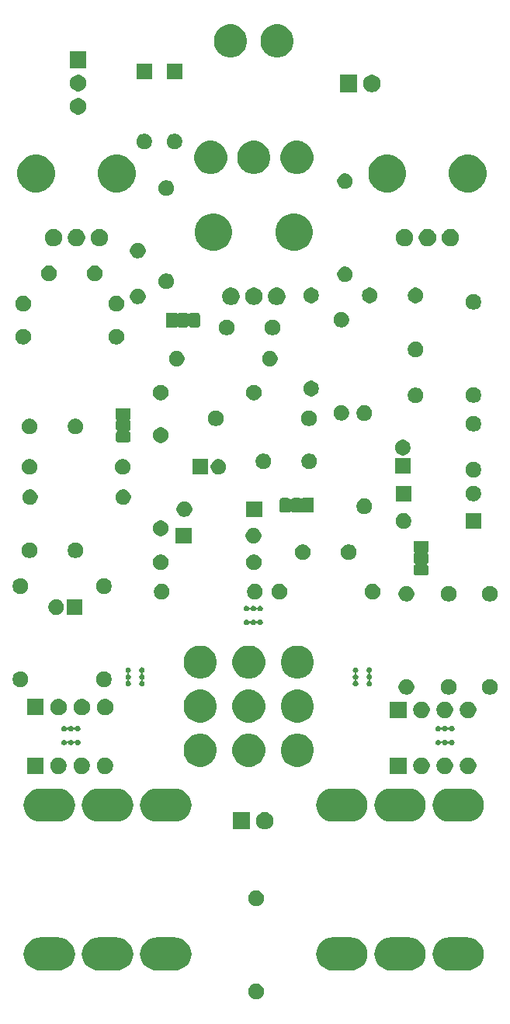
<source format=gbr>
G04 #@! TF.GenerationSoftware,KiCad,Pcbnew,5.1.5*
G04 #@! TF.CreationDate,2020-06-24T19:21:06+02:00*
G04 #@! TF.ProjectId,bigmuff,6269676d-7566-4662-9e6b-696361645f70,rev?*
G04 #@! TF.SameCoordinates,Original*
G04 #@! TF.FileFunction,Soldermask,Bot*
G04 #@! TF.FilePolarity,Negative*
%FSLAX46Y46*%
G04 Gerber Fmt 4.6, Leading zero omitted, Abs format (unit mm)*
G04 Created by KiCad (PCBNEW 5.1.5) date 2020-06-24 19:21:06*
%MOMM*%
%LPD*%
G04 APERTURE LIST*
%ADD10C,0.100000*%
G04 APERTURE END LIST*
D10*
G36*
X147648228Y-155381703D02*
G01*
X147803100Y-155445853D01*
X147942481Y-155538985D01*
X148061015Y-155657519D01*
X148154147Y-155796900D01*
X148218297Y-155951772D01*
X148251000Y-156116184D01*
X148251000Y-156283816D01*
X148218297Y-156448228D01*
X148154147Y-156603100D01*
X148061015Y-156742481D01*
X147942481Y-156861015D01*
X147803100Y-156954147D01*
X147648228Y-157018297D01*
X147483816Y-157051000D01*
X147316184Y-157051000D01*
X147151772Y-157018297D01*
X146996900Y-156954147D01*
X146857519Y-156861015D01*
X146738985Y-156742481D01*
X146645853Y-156603100D01*
X146581703Y-156448228D01*
X146549000Y-156283816D01*
X146549000Y-156116184D01*
X146581703Y-155951772D01*
X146645853Y-155796900D01*
X146738985Y-155657519D01*
X146857519Y-155538985D01*
X146996900Y-155445853D01*
X147151772Y-155381703D01*
X147316184Y-155349000D01*
X147483816Y-155349000D01*
X147648228Y-155381703D01*
G37*
G36*
X170626669Y-150322686D02*
G01*
X170803058Y-150340059D01*
X171142548Y-150443042D01*
X171142550Y-150443043D01*
X171455422Y-150610277D01*
X171455424Y-150610278D01*
X171455423Y-150610278D01*
X171729661Y-150835339D01*
X171954722Y-151109577D01*
X172121958Y-151422452D01*
X172224941Y-151761942D01*
X172259714Y-152115000D01*
X172224941Y-152468058D01*
X172121958Y-152807548D01*
X172121957Y-152807550D01*
X171954723Y-153120422D01*
X171729661Y-153394661D01*
X171455422Y-153619723D01*
X171142550Y-153786957D01*
X171142548Y-153786958D01*
X170803058Y-153889941D01*
X170626669Y-153907314D01*
X170538476Y-153916000D01*
X168361524Y-153916000D01*
X168273331Y-153907314D01*
X168096942Y-153889941D01*
X167757452Y-153786958D01*
X167757450Y-153786957D01*
X167444578Y-153619723D01*
X167170339Y-153394661D01*
X166945277Y-153120422D01*
X166778043Y-152807550D01*
X166778042Y-152807548D01*
X166675059Y-152468058D01*
X166640286Y-152115000D01*
X166675059Y-151761942D01*
X166778042Y-151422452D01*
X166945278Y-151109577D01*
X167170339Y-150835339D01*
X167444577Y-150610278D01*
X167444576Y-150610278D01*
X167444578Y-150610277D01*
X167757450Y-150443043D01*
X167757452Y-150443042D01*
X168096942Y-150340059D01*
X168273331Y-150322686D01*
X168361524Y-150314000D01*
X170538476Y-150314000D01*
X170626669Y-150322686D01*
G37*
G36*
X157926669Y-150322686D02*
G01*
X158103058Y-150340059D01*
X158442548Y-150443042D01*
X158442550Y-150443043D01*
X158755422Y-150610277D01*
X158755424Y-150610278D01*
X158755423Y-150610278D01*
X159029661Y-150835339D01*
X159254722Y-151109577D01*
X159421958Y-151422452D01*
X159524941Y-151761942D01*
X159559714Y-152115000D01*
X159524941Y-152468058D01*
X159421958Y-152807548D01*
X159421957Y-152807550D01*
X159254723Y-153120422D01*
X159029661Y-153394661D01*
X158755422Y-153619723D01*
X158442550Y-153786957D01*
X158442548Y-153786958D01*
X158103058Y-153889941D01*
X157926669Y-153907314D01*
X157838476Y-153916000D01*
X155661524Y-153916000D01*
X155573331Y-153907314D01*
X155396942Y-153889941D01*
X155057452Y-153786958D01*
X155057450Y-153786957D01*
X154744578Y-153619723D01*
X154470339Y-153394661D01*
X154245277Y-153120422D01*
X154078043Y-152807550D01*
X154078042Y-152807548D01*
X153975059Y-152468058D01*
X153940286Y-152115000D01*
X153975059Y-151761942D01*
X154078042Y-151422452D01*
X154245278Y-151109577D01*
X154470339Y-150835339D01*
X154744577Y-150610278D01*
X154744576Y-150610278D01*
X154744578Y-150610277D01*
X155057450Y-150443043D01*
X155057452Y-150443042D01*
X155396942Y-150340059D01*
X155573331Y-150322686D01*
X155661524Y-150314000D01*
X157838476Y-150314000D01*
X157926669Y-150322686D01*
G37*
G36*
X164276669Y-150322686D02*
G01*
X164453058Y-150340059D01*
X164792548Y-150443042D01*
X164792550Y-150443043D01*
X165105422Y-150610277D01*
X165105424Y-150610278D01*
X165105423Y-150610278D01*
X165379661Y-150835339D01*
X165604722Y-151109577D01*
X165771958Y-151422452D01*
X165874941Y-151761942D01*
X165909714Y-152115000D01*
X165874941Y-152468058D01*
X165771958Y-152807548D01*
X165771957Y-152807550D01*
X165604723Y-153120422D01*
X165379661Y-153394661D01*
X165105422Y-153619723D01*
X164792550Y-153786957D01*
X164792548Y-153786958D01*
X164453058Y-153889941D01*
X164276669Y-153907314D01*
X164188476Y-153916000D01*
X162011524Y-153916000D01*
X161923331Y-153907314D01*
X161746942Y-153889941D01*
X161407452Y-153786958D01*
X161407450Y-153786957D01*
X161094578Y-153619723D01*
X160820339Y-153394661D01*
X160595277Y-153120422D01*
X160428043Y-152807550D01*
X160428042Y-152807548D01*
X160325059Y-152468058D01*
X160290286Y-152115000D01*
X160325059Y-151761942D01*
X160428042Y-151422452D01*
X160595278Y-151109577D01*
X160820339Y-150835339D01*
X161094577Y-150610278D01*
X161094576Y-150610278D01*
X161094578Y-150610277D01*
X161407450Y-150443043D01*
X161407452Y-150443042D01*
X161746942Y-150340059D01*
X161923331Y-150322686D01*
X162011524Y-150314000D01*
X164188476Y-150314000D01*
X164276669Y-150322686D01*
G37*
G36*
X126026669Y-150322686D02*
G01*
X126203058Y-150340059D01*
X126542548Y-150443042D01*
X126542550Y-150443043D01*
X126855422Y-150610277D01*
X126855424Y-150610278D01*
X126855423Y-150610278D01*
X127129661Y-150835339D01*
X127354722Y-151109577D01*
X127521958Y-151422452D01*
X127624941Y-151761942D01*
X127659714Y-152115000D01*
X127624941Y-152468058D01*
X127521958Y-152807548D01*
X127521957Y-152807550D01*
X127354723Y-153120422D01*
X127129661Y-153394661D01*
X126855422Y-153619723D01*
X126542550Y-153786957D01*
X126542548Y-153786958D01*
X126203058Y-153889941D01*
X126026669Y-153907314D01*
X125938476Y-153916000D01*
X123761524Y-153916000D01*
X123673331Y-153907314D01*
X123496942Y-153889941D01*
X123157452Y-153786958D01*
X123157450Y-153786957D01*
X122844578Y-153619723D01*
X122570339Y-153394661D01*
X122345277Y-153120422D01*
X122178043Y-152807550D01*
X122178042Y-152807548D01*
X122075059Y-152468058D01*
X122040286Y-152115000D01*
X122075059Y-151761942D01*
X122178042Y-151422452D01*
X122345278Y-151109577D01*
X122570339Y-150835339D01*
X122844577Y-150610278D01*
X122844576Y-150610278D01*
X122844578Y-150610277D01*
X123157450Y-150443043D01*
X123157452Y-150443042D01*
X123496942Y-150340059D01*
X123673331Y-150322686D01*
X123761524Y-150314000D01*
X125938476Y-150314000D01*
X126026669Y-150322686D01*
G37*
G36*
X132376669Y-150322686D02*
G01*
X132553058Y-150340059D01*
X132892548Y-150443042D01*
X132892550Y-150443043D01*
X133205422Y-150610277D01*
X133205424Y-150610278D01*
X133205423Y-150610278D01*
X133479661Y-150835339D01*
X133704722Y-151109577D01*
X133871958Y-151422452D01*
X133974941Y-151761942D01*
X134009714Y-152115000D01*
X133974941Y-152468058D01*
X133871958Y-152807548D01*
X133871957Y-152807550D01*
X133704723Y-153120422D01*
X133479661Y-153394661D01*
X133205422Y-153619723D01*
X132892550Y-153786957D01*
X132892548Y-153786958D01*
X132553058Y-153889941D01*
X132376669Y-153907314D01*
X132288476Y-153916000D01*
X130111524Y-153916000D01*
X130023331Y-153907314D01*
X129846942Y-153889941D01*
X129507452Y-153786958D01*
X129507450Y-153786957D01*
X129194578Y-153619723D01*
X128920339Y-153394661D01*
X128695277Y-153120422D01*
X128528043Y-152807550D01*
X128528042Y-152807548D01*
X128425059Y-152468058D01*
X128390286Y-152115000D01*
X128425059Y-151761942D01*
X128528042Y-151422452D01*
X128695278Y-151109577D01*
X128920339Y-150835339D01*
X129194577Y-150610278D01*
X129194576Y-150610278D01*
X129194578Y-150610277D01*
X129507450Y-150443043D01*
X129507452Y-150443042D01*
X129846942Y-150340059D01*
X130023331Y-150322686D01*
X130111524Y-150314000D01*
X132288476Y-150314000D01*
X132376669Y-150322686D01*
G37*
G36*
X138726669Y-150322686D02*
G01*
X138903058Y-150340059D01*
X139242548Y-150443042D01*
X139242550Y-150443043D01*
X139555422Y-150610277D01*
X139555424Y-150610278D01*
X139555423Y-150610278D01*
X139829661Y-150835339D01*
X140054722Y-151109577D01*
X140221958Y-151422452D01*
X140324941Y-151761942D01*
X140359714Y-152115000D01*
X140324941Y-152468058D01*
X140221958Y-152807548D01*
X140221957Y-152807550D01*
X140054723Y-153120422D01*
X139829661Y-153394661D01*
X139555422Y-153619723D01*
X139242550Y-153786957D01*
X139242548Y-153786958D01*
X138903058Y-153889941D01*
X138726669Y-153907314D01*
X138638476Y-153916000D01*
X136461524Y-153916000D01*
X136373331Y-153907314D01*
X136196942Y-153889941D01*
X135857452Y-153786958D01*
X135857450Y-153786957D01*
X135544578Y-153619723D01*
X135270339Y-153394661D01*
X135045277Y-153120422D01*
X134878043Y-152807550D01*
X134878042Y-152807548D01*
X134775059Y-152468058D01*
X134740286Y-152115000D01*
X134775059Y-151761942D01*
X134878042Y-151422452D01*
X135045278Y-151109577D01*
X135270339Y-150835339D01*
X135544577Y-150610278D01*
X135544576Y-150610278D01*
X135544578Y-150610277D01*
X135857450Y-150443043D01*
X135857452Y-150443042D01*
X136196942Y-150340059D01*
X136373331Y-150322686D01*
X136461524Y-150314000D01*
X138638476Y-150314000D01*
X138726669Y-150322686D01*
G37*
G36*
X147648228Y-145221703D02*
G01*
X147803100Y-145285853D01*
X147942481Y-145378985D01*
X148061015Y-145497519D01*
X148154147Y-145636900D01*
X148218297Y-145791772D01*
X148251000Y-145956184D01*
X148251000Y-146123816D01*
X148218297Y-146288228D01*
X148154147Y-146443100D01*
X148061015Y-146582481D01*
X147942481Y-146701015D01*
X147803100Y-146794147D01*
X147648228Y-146858297D01*
X147483816Y-146891000D01*
X147316184Y-146891000D01*
X147151772Y-146858297D01*
X146996900Y-146794147D01*
X146857519Y-146701015D01*
X146738985Y-146582481D01*
X146645853Y-146443100D01*
X146581703Y-146288228D01*
X146549000Y-146123816D01*
X146549000Y-145956184D01*
X146581703Y-145791772D01*
X146645853Y-145636900D01*
X146738985Y-145497519D01*
X146857519Y-145378985D01*
X146996900Y-145285853D01*
X147151772Y-145221703D01*
X147316184Y-145189000D01*
X147483816Y-145189000D01*
X147648228Y-145221703D01*
G37*
G36*
X146751000Y-138551000D02*
G01*
X144849000Y-138551000D01*
X144849000Y-136649000D01*
X146751000Y-136649000D01*
X146751000Y-138551000D01*
G37*
G36*
X148617395Y-136685546D02*
G01*
X148790466Y-136757234D01*
X148790467Y-136757235D01*
X148946227Y-136861310D01*
X149078690Y-136993773D01*
X149078691Y-136993775D01*
X149182766Y-137149534D01*
X149254454Y-137322605D01*
X149291000Y-137506333D01*
X149291000Y-137693667D01*
X149254454Y-137877395D01*
X149182766Y-138050466D01*
X149182765Y-138050467D01*
X149078690Y-138206227D01*
X148946227Y-138338690D01*
X148867818Y-138391081D01*
X148790466Y-138442766D01*
X148617395Y-138514454D01*
X148433667Y-138551000D01*
X148246333Y-138551000D01*
X148062605Y-138514454D01*
X147889534Y-138442766D01*
X147812182Y-138391081D01*
X147733773Y-138338690D01*
X147601310Y-138206227D01*
X147497235Y-138050467D01*
X147497234Y-138050466D01*
X147425546Y-137877395D01*
X147389000Y-137693667D01*
X147389000Y-137506333D01*
X147425546Y-137322605D01*
X147497234Y-137149534D01*
X147601309Y-136993775D01*
X147601310Y-136993773D01*
X147733773Y-136861310D01*
X147889533Y-136757235D01*
X147889534Y-136757234D01*
X148062605Y-136685546D01*
X148246333Y-136649000D01*
X148433667Y-136649000D01*
X148617395Y-136685546D01*
G37*
G36*
X170626669Y-134092686D02*
G01*
X170803058Y-134110059D01*
X171142548Y-134213042D01*
X171142550Y-134213043D01*
X171455422Y-134380277D01*
X171455424Y-134380278D01*
X171455423Y-134380278D01*
X171729661Y-134605339D01*
X171954722Y-134879577D01*
X172121958Y-135192452D01*
X172224941Y-135531942D01*
X172259714Y-135885000D01*
X172224941Y-136238058D01*
X172121958Y-136577548D01*
X172121957Y-136577550D01*
X171954723Y-136890422D01*
X171729661Y-137164661D01*
X171455422Y-137389723D01*
X171237257Y-137506335D01*
X171142548Y-137556958D01*
X170803058Y-137659941D01*
X170626669Y-137677314D01*
X170538476Y-137686000D01*
X168361524Y-137686000D01*
X168273331Y-137677314D01*
X168096942Y-137659941D01*
X167757452Y-137556958D01*
X167662743Y-137506335D01*
X167444578Y-137389723D01*
X167170339Y-137164661D01*
X166945277Y-136890422D01*
X166778043Y-136577550D01*
X166778042Y-136577548D01*
X166675059Y-136238058D01*
X166640286Y-135885000D01*
X166675059Y-135531942D01*
X166778042Y-135192452D01*
X166945278Y-134879577D01*
X167170339Y-134605339D01*
X167444577Y-134380278D01*
X167444576Y-134380278D01*
X167444578Y-134380277D01*
X167757450Y-134213043D01*
X167757452Y-134213042D01*
X168096942Y-134110059D01*
X168273331Y-134092686D01*
X168361524Y-134084000D01*
X170538476Y-134084000D01*
X170626669Y-134092686D01*
G37*
G36*
X157926669Y-134092686D02*
G01*
X158103058Y-134110059D01*
X158442548Y-134213042D01*
X158442550Y-134213043D01*
X158755422Y-134380277D01*
X158755424Y-134380278D01*
X158755423Y-134380278D01*
X159029661Y-134605339D01*
X159254722Y-134879577D01*
X159421958Y-135192452D01*
X159524941Y-135531942D01*
X159559714Y-135885000D01*
X159524941Y-136238058D01*
X159421958Y-136577548D01*
X159421957Y-136577550D01*
X159254723Y-136890422D01*
X159029661Y-137164661D01*
X158755422Y-137389723D01*
X158537257Y-137506335D01*
X158442548Y-137556958D01*
X158103058Y-137659941D01*
X157926669Y-137677314D01*
X157838476Y-137686000D01*
X155661524Y-137686000D01*
X155573331Y-137677314D01*
X155396942Y-137659941D01*
X155057452Y-137556958D01*
X154962743Y-137506335D01*
X154744578Y-137389723D01*
X154470339Y-137164661D01*
X154245277Y-136890422D01*
X154078043Y-136577550D01*
X154078042Y-136577548D01*
X153975059Y-136238058D01*
X153940286Y-135885000D01*
X153975059Y-135531942D01*
X154078042Y-135192452D01*
X154245278Y-134879577D01*
X154470339Y-134605339D01*
X154744577Y-134380278D01*
X154744576Y-134380278D01*
X154744578Y-134380277D01*
X155057450Y-134213043D01*
X155057452Y-134213042D01*
X155396942Y-134110059D01*
X155573331Y-134092686D01*
X155661524Y-134084000D01*
X157838476Y-134084000D01*
X157926669Y-134092686D01*
G37*
G36*
X164276669Y-134092686D02*
G01*
X164453058Y-134110059D01*
X164792548Y-134213042D01*
X164792550Y-134213043D01*
X165105422Y-134380277D01*
X165105424Y-134380278D01*
X165105423Y-134380278D01*
X165379661Y-134605339D01*
X165604722Y-134879577D01*
X165771958Y-135192452D01*
X165874941Y-135531942D01*
X165909714Y-135885000D01*
X165874941Y-136238058D01*
X165771958Y-136577548D01*
X165771957Y-136577550D01*
X165604723Y-136890422D01*
X165379661Y-137164661D01*
X165105422Y-137389723D01*
X164887257Y-137506335D01*
X164792548Y-137556958D01*
X164453058Y-137659941D01*
X164276669Y-137677314D01*
X164188476Y-137686000D01*
X162011524Y-137686000D01*
X161923331Y-137677314D01*
X161746942Y-137659941D01*
X161407452Y-137556958D01*
X161312743Y-137506335D01*
X161094578Y-137389723D01*
X160820339Y-137164661D01*
X160595277Y-136890422D01*
X160428043Y-136577550D01*
X160428042Y-136577548D01*
X160325059Y-136238058D01*
X160290286Y-135885000D01*
X160325059Y-135531942D01*
X160428042Y-135192452D01*
X160595278Y-134879577D01*
X160820339Y-134605339D01*
X161094577Y-134380278D01*
X161094576Y-134380278D01*
X161094578Y-134380277D01*
X161407450Y-134213043D01*
X161407452Y-134213042D01*
X161746942Y-134110059D01*
X161923331Y-134092686D01*
X162011524Y-134084000D01*
X164188476Y-134084000D01*
X164276669Y-134092686D01*
G37*
G36*
X138726669Y-134092686D02*
G01*
X138903058Y-134110059D01*
X139242548Y-134213042D01*
X139242550Y-134213043D01*
X139555422Y-134380277D01*
X139555424Y-134380278D01*
X139555423Y-134380278D01*
X139829661Y-134605339D01*
X140054722Y-134879577D01*
X140221958Y-135192452D01*
X140324941Y-135531942D01*
X140359714Y-135885000D01*
X140324941Y-136238058D01*
X140221958Y-136577548D01*
X140221957Y-136577550D01*
X140054723Y-136890422D01*
X139829661Y-137164661D01*
X139555422Y-137389723D01*
X139337257Y-137506335D01*
X139242548Y-137556958D01*
X138903058Y-137659941D01*
X138726669Y-137677314D01*
X138638476Y-137686000D01*
X136461524Y-137686000D01*
X136373331Y-137677314D01*
X136196942Y-137659941D01*
X135857452Y-137556958D01*
X135762743Y-137506335D01*
X135544578Y-137389723D01*
X135270339Y-137164661D01*
X135045277Y-136890422D01*
X134878043Y-136577550D01*
X134878042Y-136577548D01*
X134775059Y-136238058D01*
X134740286Y-135885000D01*
X134775059Y-135531942D01*
X134878042Y-135192452D01*
X135045278Y-134879577D01*
X135270339Y-134605339D01*
X135544577Y-134380278D01*
X135544576Y-134380278D01*
X135544578Y-134380277D01*
X135857450Y-134213043D01*
X135857452Y-134213042D01*
X136196942Y-134110059D01*
X136373331Y-134092686D01*
X136461524Y-134084000D01*
X138638476Y-134084000D01*
X138726669Y-134092686D01*
G37*
G36*
X126026669Y-134092686D02*
G01*
X126203058Y-134110059D01*
X126542548Y-134213042D01*
X126542550Y-134213043D01*
X126855422Y-134380277D01*
X126855424Y-134380278D01*
X126855423Y-134380278D01*
X127129661Y-134605339D01*
X127354722Y-134879577D01*
X127521958Y-135192452D01*
X127624941Y-135531942D01*
X127659714Y-135885000D01*
X127624941Y-136238058D01*
X127521958Y-136577548D01*
X127521957Y-136577550D01*
X127354723Y-136890422D01*
X127129661Y-137164661D01*
X126855422Y-137389723D01*
X126637257Y-137506335D01*
X126542548Y-137556958D01*
X126203058Y-137659941D01*
X126026669Y-137677314D01*
X125938476Y-137686000D01*
X123761524Y-137686000D01*
X123673331Y-137677314D01*
X123496942Y-137659941D01*
X123157452Y-137556958D01*
X123062743Y-137506335D01*
X122844578Y-137389723D01*
X122570339Y-137164661D01*
X122345277Y-136890422D01*
X122178043Y-136577550D01*
X122178042Y-136577548D01*
X122075059Y-136238058D01*
X122040286Y-135885000D01*
X122075059Y-135531942D01*
X122178042Y-135192452D01*
X122345278Y-134879577D01*
X122570339Y-134605339D01*
X122844577Y-134380278D01*
X122844576Y-134380278D01*
X122844578Y-134380277D01*
X123157450Y-134213043D01*
X123157452Y-134213042D01*
X123496942Y-134110059D01*
X123673331Y-134092686D01*
X123761524Y-134084000D01*
X125938476Y-134084000D01*
X126026669Y-134092686D01*
G37*
G36*
X132376669Y-134092686D02*
G01*
X132553058Y-134110059D01*
X132892548Y-134213042D01*
X132892550Y-134213043D01*
X133205422Y-134380277D01*
X133205424Y-134380278D01*
X133205423Y-134380278D01*
X133479661Y-134605339D01*
X133704722Y-134879577D01*
X133871958Y-135192452D01*
X133974941Y-135531942D01*
X134009714Y-135885000D01*
X133974941Y-136238058D01*
X133871958Y-136577548D01*
X133871957Y-136577550D01*
X133704723Y-136890422D01*
X133479661Y-137164661D01*
X133205422Y-137389723D01*
X132987257Y-137506335D01*
X132892548Y-137556958D01*
X132553058Y-137659941D01*
X132376669Y-137677314D01*
X132288476Y-137686000D01*
X130111524Y-137686000D01*
X130023331Y-137677314D01*
X129846942Y-137659941D01*
X129507452Y-137556958D01*
X129412743Y-137506335D01*
X129194578Y-137389723D01*
X128920339Y-137164661D01*
X128695277Y-136890422D01*
X128528043Y-136577550D01*
X128528042Y-136577548D01*
X128425059Y-136238058D01*
X128390286Y-135885000D01*
X128425059Y-135531942D01*
X128528042Y-135192452D01*
X128695278Y-134879577D01*
X128920339Y-134605339D01*
X129194577Y-134380278D01*
X129194576Y-134380278D01*
X129194578Y-134380277D01*
X129507450Y-134213043D01*
X129507452Y-134213042D01*
X129846942Y-134110059D01*
X130023331Y-134092686D01*
X130111524Y-134084000D01*
X132288476Y-134084000D01*
X132376669Y-134092686D01*
G37*
G36*
X170633512Y-130703927D02*
G01*
X170782812Y-130733624D01*
X170946784Y-130801544D01*
X171094354Y-130900147D01*
X171219853Y-131025646D01*
X171318456Y-131173216D01*
X171386376Y-131337188D01*
X171421000Y-131511259D01*
X171421000Y-131688741D01*
X171386376Y-131862812D01*
X171318456Y-132026784D01*
X171219853Y-132174354D01*
X171094354Y-132299853D01*
X170946784Y-132398456D01*
X170782812Y-132466376D01*
X170633512Y-132496073D01*
X170608742Y-132501000D01*
X170431258Y-132501000D01*
X170406488Y-132496073D01*
X170257188Y-132466376D01*
X170093216Y-132398456D01*
X169945646Y-132299853D01*
X169820147Y-132174354D01*
X169721544Y-132026784D01*
X169653624Y-131862812D01*
X169619000Y-131688741D01*
X169619000Y-131511259D01*
X169653624Y-131337188D01*
X169721544Y-131173216D01*
X169820147Y-131025646D01*
X169945646Y-130900147D01*
X170093216Y-130801544D01*
X170257188Y-130733624D01*
X170406488Y-130703927D01*
X170431258Y-130699000D01*
X170608742Y-130699000D01*
X170633512Y-130703927D01*
G37*
G36*
X124201000Y-132501000D02*
G01*
X122399000Y-132501000D01*
X122399000Y-130699000D01*
X124201000Y-130699000D01*
X124201000Y-132501000D01*
G37*
G36*
X125953512Y-130703927D02*
G01*
X126102812Y-130733624D01*
X126266784Y-130801544D01*
X126414354Y-130900147D01*
X126539853Y-131025646D01*
X126638456Y-131173216D01*
X126706376Y-131337188D01*
X126741000Y-131511259D01*
X126741000Y-131688741D01*
X126706376Y-131862812D01*
X126638456Y-132026784D01*
X126539853Y-132174354D01*
X126414354Y-132299853D01*
X126266784Y-132398456D01*
X126102812Y-132466376D01*
X125953512Y-132496073D01*
X125928742Y-132501000D01*
X125751258Y-132501000D01*
X125726488Y-132496073D01*
X125577188Y-132466376D01*
X125413216Y-132398456D01*
X125265646Y-132299853D01*
X125140147Y-132174354D01*
X125041544Y-132026784D01*
X124973624Y-131862812D01*
X124939000Y-131688741D01*
X124939000Y-131511259D01*
X124973624Y-131337188D01*
X125041544Y-131173216D01*
X125140147Y-131025646D01*
X125265646Y-130900147D01*
X125413216Y-130801544D01*
X125577188Y-130733624D01*
X125726488Y-130703927D01*
X125751258Y-130699000D01*
X125928742Y-130699000D01*
X125953512Y-130703927D01*
G37*
G36*
X128493512Y-130703927D02*
G01*
X128642812Y-130733624D01*
X128806784Y-130801544D01*
X128954354Y-130900147D01*
X129079853Y-131025646D01*
X129178456Y-131173216D01*
X129246376Y-131337188D01*
X129281000Y-131511259D01*
X129281000Y-131688741D01*
X129246376Y-131862812D01*
X129178456Y-132026784D01*
X129079853Y-132174354D01*
X128954354Y-132299853D01*
X128806784Y-132398456D01*
X128642812Y-132466376D01*
X128493512Y-132496073D01*
X128468742Y-132501000D01*
X128291258Y-132501000D01*
X128266488Y-132496073D01*
X128117188Y-132466376D01*
X127953216Y-132398456D01*
X127805646Y-132299853D01*
X127680147Y-132174354D01*
X127581544Y-132026784D01*
X127513624Y-131862812D01*
X127479000Y-131688741D01*
X127479000Y-131511259D01*
X127513624Y-131337188D01*
X127581544Y-131173216D01*
X127680147Y-131025646D01*
X127805646Y-130900147D01*
X127953216Y-130801544D01*
X128117188Y-130733624D01*
X128266488Y-130703927D01*
X128291258Y-130699000D01*
X128468742Y-130699000D01*
X128493512Y-130703927D01*
G37*
G36*
X131033512Y-130703927D02*
G01*
X131182812Y-130733624D01*
X131346784Y-130801544D01*
X131494354Y-130900147D01*
X131619853Y-131025646D01*
X131718456Y-131173216D01*
X131786376Y-131337188D01*
X131821000Y-131511259D01*
X131821000Y-131688741D01*
X131786376Y-131862812D01*
X131718456Y-132026784D01*
X131619853Y-132174354D01*
X131494354Y-132299853D01*
X131346784Y-132398456D01*
X131182812Y-132466376D01*
X131033512Y-132496073D01*
X131008742Y-132501000D01*
X130831258Y-132501000D01*
X130806488Y-132496073D01*
X130657188Y-132466376D01*
X130493216Y-132398456D01*
X130345646Y-132299853D01*
X130220147Y-132174354D01*
X130121544Y-132026784D01*
X130053624Y-131862812D01*
X130019000Y-131688741D01*
X130019000Y-131511259D01*
X130053624Y-131337188D01*
X130121544Y-131173216D01*
X130220147Y-131025646D01*
X130345646Y-130900147D01*
X130493216Y-130801544D01*
X130657188Y-130733624D01*
X130806488Y-130703927D01*
X130831258Y-130699000D01*
X131008742Y-130699000D01*
X131033512Y-130703927D01*
G37*
G36*
X163801000Y-132501000D02*
G01*
X161999000Y-132501000D01*
X161999000Y-130699000D01*
X163801000Y-130699000D01*
X163801000Y-132501000D01*
G37*
G36*
X168093512Y-130703927D02*
G01*
X168242812Y-130733624D01*
X168406784Y-130801544D01*
X168554354Y-130900147D01*
X168679853Y-131025646D01*
X168778456Y-131173216D01*
X168846376Y-131337188D01*
X168881000Y-131511259D01*
X168881000Y-131688741D01*
X168846376Y-131862812D01*
X168778456Y-132026784D01*
X168679853Y-132174354D01*
X168554354Y-132299853D01*
X168406784Y-132398456D01*
X168242812Y-132466376D01*
X168093512Y-132496073D01*
X168068742Y-132501000D01*
X167891258Y-132501000D01*
X167866488Y-132496073D01*
X167717188Y-132466376D01*
X167553216Y-132398456D01*
X167405646Y-132299853D01*
X167280147Y-132174354D01*
X167181544Y-132026784D01*
X167113624Y-131862812D01*
X167079000Y-131688741D01*
X167079000Y-131511259D01*
X167113624Y-131337188D01*
X167181544Y-131173216D01*
X167280147Y-131025646D01*
X167405646Y-130900147D01*
X167553216Y-130801544D01*
X167717188Y-130733624D01*
X167866488Y-130703927D01*
X167891258Y-130699000D01*
X168068742Y-130699000D01*
X168093512Y-130703927D01*
G37*
G36*
X165553512Y-130703927D02*
G01*
X165702812Y-130733624D01*
X165866784Y-130801544D01*
X166014354Y-130900147D01*
X166139853Y-131025646D01*
X166238456Y-131173216D01*
X166306376Y-131337188D01*
X166341000Y-131511259D01*
X166341000Y-131688741D01*
X166306376Y-131862812D01*
X166238456Y-132026784D01*
X166139853Y-132174354D01*
X166014354Y-132299853D01*
X165866784Y-132398456D01*
X165702812Y-132466376D01*
X165553512Y-132496073D01*
X165528742Y-132501000D01*
X165351258Y-132501000D01*
X165326488Y-132496073D01*
X165177188Y-132466376D01*
X165013216Y-132398456D01*
X164865646Y-132299853D01*
X164740147Y-132174354D01*
X164641544Y-132026784D01*
X164573624Y-131862812D01*
X164539000Y-131688741D01*
X164539000Y-131511259D01*
X164573624Y-131337188D01*
X164641544Y-131173216D01*
X164740147Y-131025646D01*
X164865646Y-130900147D01*
X165013216Y-130801544D01*
X165177188Y-130733624D01*
X165326488Y-130703927D01*
X165351258Y-130699000D01*
X165528742Y-130699000D01*
X165553512Y-130703927D01*
G37*
G36*
X147125331Y-128168211D02*
G01*
X147453092Y-128303974D01*
X147748070Y-128501072D01*
X147998928Y-128751930D01*
X148196026Y-129046908D01*
X148331789Y-129374669D01*
X148401000Y-129722616D01*
X148401000Y-130077384D01*
X148331789Y-130425331D01*
X148196026Y-130753092D01*
X147998928Y-131048070D01*
X147748070Y-131298928D01*
X147453092Y-131496026D01*
X147125331Y-131631789D01*
X146777384Y-131701000D01*
X146422616Y-131701000D01*
X146074669Y-131631789D01*
X145746908Y-131496026D01*
X145451930Y-131298928D01*
X145201072Y-131048070D01*
X145003974Y-130753092D01*
X144868211Y-130425331D01*
X144799000Y-130077384D01*
X144799000Y-129722616D01*
X144868211Y-129374669D01*
X145003974Y-129046908D01*
X145201072Y-128751930D01*
X145451930Y-128501072D01*
X145746908Y-128303974D01*
X146074669Y-128168211D01*
X146422616Y-128099000D01*
X146777384Y-128099000D01*
X147125331Y-128168211D01*
G37*
G36*
X152425331Y-128168211D02*
G01*
X152753092Y-128303974D01*
X153048070Y-128501072D01*
X153298928Y-128751930D01*
X153496026Y-129046908D01*
X153631789Y-129374669D01*
X153701000Y-129722616D01*
X153701000Y-130077384D01*
X153631789Y-130425331D01*
X153496026Y-130753092D01*
X153298928Y-131048070D01*
X153048070Y-131298928D01*
X152753092Y-131496026D01*
X152425331Y-131631789D01*
X152077384Y-131701000D01*
X151722616Y-131701000D01*
X151374669Y-131631789D01*
X151046908Y-131496026D01*
X150751930Y-131298928D01*
X150501072Y-131048070D01*
X150303974Y-130753092D01*
X150168211Y-130425331D01*
X150099000Y-130077384D01*
X150099000Y-129722616D01*
X150168211Y-129374669D01*
X150303974Y-129046908D01*
X150501072Y-128751930D01*
X150751930Y-128501072D01*
X151046908Y-128303974D01*
X151374669Y-128168211D01*
X151722616Y-128099000D01*
X152077384Y-128099000D01*
X152425331Y-128168211D01*
G37*
G36*
X141825331Y-128168211D02*
G01*
X142153092Y-128303974D01*
X142448070Y-128501072D01*
X142698928Y-128751930D01*
X142896026Y-129046908D01*
X143031789Y-129374669D01*
X143101000Y-129722616D01*
X143101000Y-130077384D01*
X143031789Y-130425331D01*
X142896026Y-130753092D01*
X142698928Y-131048070D01*
X142448070Y-131298928D01*
X142153092Y-131496026D01*
X141825331Y-131631789D01*
X141477384Y-131701000D01*
X141122616Y-131701000D01*
X140774669Y-131631789D01*
X140446908Y-131496026D01*
X140151930Y-131298928D01*
X139901072Y-131048070D01*
X139703974Y-130753092D01*
X139568211Y-130425331D01*
X139499000Y-130077384D01*
X139499000Y-129722616D01*
X139568211Y-129374669D01*
X139703974Y-129046908D01*
X139901072Y-128751930D01*
X140151930Y-128501072D01*
X140446908Y-128303974D01*
X140774669Y-128168211D01*
X141122616Y-128099000D01*
X141477384Y-128099000D01*
X141825331Y-128168211D01*
G37*
G36*
X167337797Y-128760567D02*
G01*
X167392575Y-128783257D01*
X167392577Y-128783258D01*
X167441876Y-128816198D01*
X167483802Y-128858124D01*
X167516742Y-128907423D01*
X167521067Y-128913896D01*
X167536612Y-128932838D01*
X167555554Y-128948383D01*
X167577165Y-128959934D01*
X167600614Y-128967047D01*
X167625000Y-128969449D01*
X167649386Y-128967047D01*
X167672835Y-128959934D01*
X167694446Y-128948383D01*
X167713388Y-128932838D01*
X167728933Y-128913896D01*
X167733258Y-128907423D01*
X167766198Y-128858124D01*
X167808124Y-128816198D01*
X167857423Y-128783258D01*
X167857425Y-128783257D01*
X167912203Y-128760567D01*
X167970353Y-128749000D01*
X168029647Y-128749000D01*
X168087797Y-128760567D01*
X168142575Y-128783257D01*
X168142577Y-128783258D01*
X168191876Y-128816198D01*
X168233802Y-128858124D01*
X168266742Y-128907423D01*
X168271067Y-128913896D01*
X168286612Y-128932838D01*
X168305554Y-128948383D01*
X168327165Y-128959934D01*
X168350614Y-128967047D01*
X168375000Y-128969449D01*
X168399386Y-128967047D01*
X168422835Y-128959934D01*
X168444446Y-128948383D01*
X168463388Y-128932838D01*
X168478933Y-128913896D01*
X168483258Y-128907423D01*
X168516198Y-128858124D01*
X168558124Y-128816198D01*
X168607423Y-128783258D01*
X168607425Y-128783257D01*
X168662203Y-128760567D01*
X168720353Y-128749000D01*
X168779647Y-128749000D01*
X168837797Y-128760567D01*
X168892575Y-128783257D01*
X168892577Y-128783258D01*
X168941876Y-128816198D01*
X168983802Y-128858124D01*
X169016742Y-128907423D01*
X169016743Y-128907425D01*
X169039433Y-128962203D01*
X169051000Y-129020353D01*
X169051000Y-129079647D01*
X169039433Y-129137797D01*
X169019423Y-129186104D01*
X169016742Y-129192577D01*
X168983802Y-129241876D01*
X168941876Y-129283802D01*
X168892577Y-129316742D01*
X168892576Y-129316743D01*
X168892575Y-129316743D01*
X168837797Y-129339433D01*
X168779647Y-129351000D01*
X168720353Y-129351000D01*
X168662203Y-129339433D01*
X168607425Y-129316743D01*
X168607424Y-129316743D01*
X168607423Y-129316742D01*
X168558124Y-129283802D01*
X168516198Y-129241876D01*
X168483258Y-129192577D01*
X168483257Y-129192575D01*
X168478933Y-129186104D01*
X168463388Y-129167162D01*
X168444446Y-129151617D01*
X168422835Y-129140066D01*
X168399386Y-129132953D01*
X168375000Y-129130551D01*
X168350614Y-129132953D01*
X168327165Y-129140066D01*
X168305554Y-129151617D01*
X168286612Y-129167162D01*
X168271067Y-129186104D01*
X168266743Y-129192575D01*
X168266742Y-129192577D01*
X168233802Y-129241876D01*
X168191876Y-129283802D01*
X168142577Y-129316742D01*
X168142576Y-129316743D01*
X168142575Y-129316743D01*
X168087797Y-129339433D01*
X168029647Y-129351000D01*
X167970353Y-129351000D01*
X167912203Y-129339433D01*
X167857425Y-129316743D01*
X167857424Y-129316743D01*
X167857423Y-129316742D01*
X167808124Y-129283802D01*
X167766198Y-129241876D01*
X167733258Y-129192577D01*
X167733257Y-129192575D01*
X167728933Y-129186104D01*
X167713388Y-129167162D01*
X167694446Y-129151617D01*
X167672835Y-129140066D01*
X167649386Y-129132953D01*
X167625000Y-129130551D01*
X167600614Y-129132953D01*
X167577165Y-129140066D01*
X167555554Y-129151617D01*
X167536612Y-129167162D01*
X167521067Y-129186104D01*
X167516743Y-129192575D01*
X167516742Y-129192577D01*
X167483802Y-129241876D01*
X167441876Y-129283802D01*
X167392577Y-129316742D01*
X167392576Y-129316743D01*
X167392575Y-129316743D01*
X167337797Y-129339433D01*
X167279647Y-129351000D01*
X167220353Y-129351000D01*
X167162203Y-129339433D01*
X167107425Y-129316743D01*
X167107424Y-129316743D01*
X167107423Y-129316742D01*
X167058124Y-129283802D01*
X167016198Y-129241876D01*
X166983258Y-129192577D01*
X166980577Y-129186104D01*
X166960567Y-129137797D01*
X166949000Y-129079647D01*
X166949000Y-129020353D01*
X166960567Y-128962203D01*
X166983257Y-128907425D01*
X166983258Y-128907423D01*
X167016198Y-128858124D01*
X167058124Y-128816198D01*
X167107423Y-128783258D01*
X167107425Y-128783257D01*
X167162203Y-128760567D01*
X167220353Y-128749000D01*
X167279647Y-128749000D01*
X167337797Y-128760567D01*
G37*
G36*
X126537797Y-128760567D02*
G01*
X126592575Y-128783257D01*
X126592577Y-128783258D01*
X126641876Y-128816198D01*
X126683802Y-128858124D01*
X126716742Y-128907423D01*
X126721067Y-128913896D01*
X126736612Y-128932838D01*
X126755554Y-128948383D01*
X126777165Y-128959934D01*
X126800614Y-128967047D01*
X126825000Y-128969449D01*
X126849386Y-128967047D01*
X126872835Y-128959934D01*
X126894446Y-128948383D01*
X126913388Y-128932838D01*
X126928933Y-128913896D01*
X126933258Y-128907423D01*
X126966198Y-128858124D01*
X127008124Y-128816198D01*
X127057423Y-128783258D01*
X127057425Y-128783257D01*
X127112203Y-128760567D01*
X127170353Y-128749000D01*
X127229647Y-128749000D01*
X127287797Y-128760567D01*
X127342575Y-128783257D01*
X127342577Y-128783258D01*
X127391876Y-128816198D01*
X127433802Y-128858124D01*
X127466742Y-128907423D01*
X127471067Y-128913896D01*
X127486612Y-128932838D01*
X127505554Y-128948383D01*
X127527165Y-128959934D01*
X127550614Y-128967047D01*
X127575000Y-128969449D01*
X127599386Y-128967047D01*
X127622835Y-128959934D01*
X127644446Y-128948383D01*
X127663388Y-128932838D01*
X127678933Y-128913896D01*
X127683258Y-128907423D01*
X127716198Y-128858124D01*
X127758124Y-128816198D01*
X127807423Y-128783258D01*
X127807425Y-128783257D01*
X127862203Y-128760567D01*
X127920353Y-128749000D01*
X127979647Y-128749000D01*
X128037797Y-128760567D01*
X128092575Y-128783257D01*
X128092577Y-128783258D01*
X128141876Y-128816198D01*
X128183802Y-128858124D01*
X128216742Y-128907423D01*
X128216743Y-128907425D01*
X128239433Y-128962203D01*
X128251000Y-129020353D01*
X128251000Y-129079647D01*
X128239433Y-129137797D01*
X128219423Y-129186104D01*
X128216742Y-129192577D01*
X128183802Y-129241876D01*
X128141876Y-129283802D01*
X128092577Y-129316742D01*
X128092576Y-129316743D01*
X128092575Y-129316743D01*
X128037797Y-129339433D01*
X127979647Y-129351000D01*
X127920353Y-129351000D01*
X127862203Y-129339433D01*
X127807425Y-129316743D01*
X127807424Y-129316743D01*
X127807423Y-129316742D01*
X127758124Y-129283802D01*
X127716198Y-129241876D01*
X127683258Y-129192577D01*
X127683257Y-129192575D01*
X127678933Y-129186104D01*
X127663388Y-129167162D01*
X127644446Y-129151617D01*
X127622835Y-129140066D01*
X127599386Y-129132953D01*
X127575000Y-129130551D01*
X127550614Y-129132953D01*
X127527165Y-129140066D01*
X127505554Y-129151617D01*
X127486612Y-129167162D01*
X127471067Y-129186104D01*
X127466743Y-129192575D01*
X127466742Y-129192577D01*
X127433802Y-129241876D01*
X127391876Y-129283802D01*
X127342577Y-129316742D01*
X127342576Y-129316743D01*
X127342575Y-129316743D01*
X127287797Y-129339433D01*
X127229647Y-129351000D01*
X127170353Y-129351000D01*
X127112203Y-129339433D01*
X127057425Y-129316743D01*
X127057424Y-129316743D01*
X127057423Y-129316742D01*
X127008124Y-129283802D01*
X126966198Y-129241876D01*
X126933258Y-129192577D01*
X126933257Y-129192575D01*
X126928933Y-129186104D01*
X126913388Y-129167162D01*
X126894446Y-129151617D01*
X126872835Y-129140066D01*
X126849386Y-129132953D01*
X126825000Y-129130551D01*
X126800614Y-129132953D01*
X126777165Y-129140066D01*
X126755554Y-129151617D01*
X126736612Y-129167162D01*
X126721067Y-129186104D01*
X126716743Y-129192575D01*
X126716742Y-129192577D01*
X126683802Y-129241876D01*
X126641876Y-129283802D01*
X126592577Y-129316742D01*
X126592576Y-129316743D01*
X126592575Y-129316743D01*
X126537797Y-129339433D01*
X126479647Y-129351000D01*
X126420353Y-129351000D01*
X126362203Y-129339433D01*
X126307425Y-129316743D01*
X126307424Y-129316743D01*
X126307423Y-129316742D01*
X126258124Y-129283802D01*
X126216198Y-129241876D01*
X126183258Y-129192577D01*
X126180577Y-129186104D01*
X126160567Y-129137797D01*
X126149000Y-129079647D01*
X126149000Y-129020353D01*
X126160567Y-128962203D01*
X126183257Y-128907425D01*
X126183258Y-128907423D01*
X126216198Y-128858124D01*
X126258124Y-128816198D01*
X126307423Y-128783258D01*
X126307425Y-128783257D01*
X126362203Y-128760567D01*
X126420353Y-128749000D01*
X126479647Y-128749000D01*
X126537797Y-128760567D01*
G37*
G36*
X126537797Y-127260567D02*
G01*
X126592575Y-127283257D01*
X126592577Y-127283258D01*
X126641876Y-127316198D01*
X126683802Y-127358124D01*
X126716742Y-127407423D01*
X126721067Y-127413896D01*
X126736612Y-127432838D01*
X126755554Y-127448383D01*
X126777165Y-127459934D01*
X126800614Y-127467047D01*
X126825000Y-127469449D01*
X126849386Y-127467047D01*
X126872835Y-127459934D01*
X126894446Y-127448383D01*
X126913388Y-127432838D01*
X126928933Y-127413896D01*
X126933258Y-127407423D01*
X126966198Y-127358124D01*
X127008124Y-127316198D01*
X127057423Y-127283258D01*
X127057425Y-127283257D01*
X127112203Y-127260567D01*
X127170353Y-127249000D01*
X127229647Y-127249000D01*
X127287797Y-127260567D01*
X127342575Y-127283257D01*
X127342577Y-127283258D01*
X127391876Y-127316198D01*
X127433802Y-127358124D01*
X127466742Y-127407423D01*
X127471067Y-127413896D01*
X127486612Y-127432838D01*
X127505554Y-127448383D01*
X127527165Y-127459934D01*
X127550614Y-127467047D01*
X127575000Y-127469449D01*
X127599386Y-127467047D01*
X127622835Y-127459934D01*
X127644446Y-127448383D01*
X127663388Y-127432838D01*
X127678933Y-127413896D01*
X127683258Y-127407423D01*
X127716198Y-127358124D01*
X127758124Y-127316198D01*
X127807423Y-127283258D01*
X127807425Y-127283257D01*
X127862203Y-127260567D01*
X127920353Y-127249000D01*
X127979647Y-127249000D01*
X128037797Y-127260567D01*
X128092575Y-127283257D01*
X128092577Y-127283258D01*
X128141876Y-127316198D01*
X128183802Y-127358124D01*
X128216742Y-127407423D01*
X128216743Y-127407425D01*
X128239433Y-127462203D01*
X128251000Y-127520353D01*
X128251000Y-127579647D01*
X128239433Y-127637797D01*
X128219423Y-127686104D01*
X128216742Y-127692577D01*
X128183802Y-127741876D01*
X128141876Y-127783802D01*
X128092577Y-127816742D01*
X128092576Y-127816743D01*
X128092575Y-127816743D01*
X128037797Y-127839433D01*
X127979647Y-127851000D01*
X127920353Y-127851000D01*
X127862203Y-127839433D01*
X127807425Y-127816743D01*
X127807424Y-127816743D01*
X127807423Y-127816742D01*
X127758124Y-127783802D01*
X127716198Y-127741876D01*
X127683258Y-127692577D01*
X127683257Y-127692575D01*
X127678933Y-127686104D01*
X127663388Y-127667162D01*
X127644446Y-127651617D01*
X127622835Y-127640066D01*
X127599386Y-127632953D01*
X127575000Y-127630551D01*
X127550614Y-127632953D01*
X127527165Y-127640066D01*
X127505554Y-127651617D01*
X127486612Y-127667162D01*
X127471067Y-127686104D01*
X127466743Y-127692575D01*
X127466742Y-127692577D01*
X127433802Y-127741876D01*
X127391876Y-127783802D01*
X127342577Y-127816742D01*
X127342576Y-127816743D01*
X127342575Y-127816743D01*
X127287797Y-127839433D01*
X127229647Y-127851000D01*
X127170353Y-127851000D01*
X127112203Y-127839433D01*
X127057425Y-127816743D01*
X127057424Y-127816743D01*
X127057423Y-127816742D01*
X127008124Y-127783802D01*
X126966198Y-127741876D01*
X126933258Y-127692577D01*
X126933257Y-127692575D01*
X126928933Y-127686104D01*
X126913388Y-127667162D01*
X126894446Y-127651617D01*
X126872835Y-127640066D01*
X126849386Y-127632953D01*
X126825000Y-127630551D01*
X126800614Y-127632953D01*
X126777165Y-127640066D01*
X126755554Y-127651617D01*
X126736612Y-127667162D01*
X126721067Y-127686104D01*
X126716743Y-127692575D01*
X126716742Y-127692577D01*
X126683802Y-127741876D01*
X126641876Y-127783802D01*
X126592577Y-127816742D01*
X126592576Y-127816743D01*
X126592575Y-127816743D01*
X126537797Y-127839433D01*
X126479647Y-127851000D01*
X126420353Y-127851000D01*
X126362203Y-127839433D01*
X126307425Y-127816743D01*
X126307424Y-127816743D01*
X126307423Y-127816742D01*
X126258124Y-127783802D01*
X126216198Y-127741876D01*
X126183258Y-127692577D01*
X126180577Y-127686104D01*
X126160567Y-127637797D01*
X126149000Y-127579647D01*
X126149000Y-127520353D01*
X126160567Y-127462203D01*
X126183257Y-127407425D01*
X126183258Y-127407423D01*
X126216198Y-127358124D01*
X126258124Y-127316198D01*
X126307423Y-127283258D01*
X126307425Y-127283257D01*
X126362203Y-127260567D01*
X126420353Y-127249000D01*
X126479647Y-127249000D01*
X126537797Y-127260567D01*
G37*
G36*
X167337797Y-127260567D02*
G01*
X167392575Y-127283257D01*
X167392577Y-127283258D01*
X167441876Y-127316198D01*
X167483802Y-127358124D01*
X167516742Y-127407423D01*
X167521067Y-127413896D01*
X167536612Y-127432838D01*
X167555554Y-127448383D01*
X167577165Y-127459934D01*
X167600614Y-127467047D01*
X167625000Y-127469449D01*
X167649386Y-127467047D01*
X167672835Y-127459934D01*
X167694446Y-127448383D01*
X167713388Y-127432838D01*
X167728933Y-127413896D01*
X167733258Y-127407423D01*
X167766198Y-127358124D01*
X167808124Y-127316198D01*
X167857423Y-127283258D01*
X167857425Y-127283257D01*
X167912203Y-127260567D01*
X167970353Y-127249000D01*
X168029647Y-127249000D01*
X168087797Y-127260567D01*
X168142575Y-127283257D01*
X168142577Y-127283258D01*
X168191876Y-127316198D01*
X168233802Y-127358124D01*
X168266742Y-127407423D01*
X168271067Y-127413896D01*
X168286612Y-127432838D01*
X168305554Y-127448383D01*
X168327165Y-127459934D01*
X168350614Y-127467047D01*
X168375000Y-127469449D01*
X168399386Y-127467047D01*
X168422835Y-127459934D01*
X168444446Y-127448383D01*
X168463388Y-127432838D01*
X168478933Y-127413896D01*
X168483258Y-127407423D01*
X168516198Y-127358124D01*
X168558124Y-127316198D01*
X168607423Y-127283258D01*
X168607425Y-127283257D01*
X168662203Y-127260567D01*
X168720353Y-127249000D01*
X168779647Y-127249000D01*
X168837797Y-127260567D01*
X168892575Y-127283257D01*
X168892577Y-127283258D01*
X168941876Y-127316198D01*
X168983802Y-127358124D01*
X169016742Y-127407423D01*
X169016743Y-127407425D01*
X169039433Y-127462203D01*
X169051000Y-127520353D01*
X169051000Y-127579647D01*
X169039433Y-127637797D01*
X169019423Y-127686104D01*
X169016742Y-127692577D01*
X168983802Y-127741876D01*
X168941876Y-127783802D01*
X168892577Y-127816742D01*
X168892576Y-127816743D01*
X168892575Y-127816743D01*
X168837797Y-127839433D01*
X168779647Y-127851000D01*
X168720353Y-127851000D01*
X168662203Y-127839433D01*
X168607425Y-127816743D01*
X168607424Y-127816743D01*
X168607423Y-127816742D01*
X168558124Y-127783802D01*
X168516198Y-127741876D01*
X168483258Y-127692577D01*
X168483257Y-127692575D01*
X168478933Y-127686104D01*
X168463388Y-127667162D01*
X168444446Y-127651617D01*
X168422835Y-127640066D01*
X168399386Y-127632953D01*
X168375000Y-127630551D01*
X168350614Y-127632953D01*
X168327165Y-127640066D01*
X168305554Y-127651617D01*
X168286612Y-127667162D01*
X168271067Y-127686104D01*
X168266743Y-127692575D01*
X168266742Y-127692577D01*
X168233802Y-127741876D01*
X168191876Y-127783802D01*
X168142577Y-127816742D01*
X168142576Y-127816743D01*
X168142575Y-127816743D01*
X168087797Y-127839433D01*
X168029647Y-127851000D01*
X167970353Y-127851000D01*
X167912203Y-127839433D01*
X167857425Y-127816743D01*
X167857424Y-127816743D01*
X167857423Y-127816742D01*
X167808124Y-127783802D01*
X167766198Y-127741876D01*
X167733258Y-127692577D01*
X167733257Y-127692575D01*
X167728933Y-127686104D01*
X167713388Y-127667162D01*
X167694446Y-127651617D01*
X167672835Y-127640066D01*
X167649386Y-127632953D01*
X167625000Y-127630551D01*
X167600614Y-127632953D01*
X167577165Y-127640066D01*
X167555554Y-127651617D01*
X167536612Y-127667162D01*
X167521067Y-127686104D01*
X167516743Y-127692575D01*
X167516742Y-127692577D01*
X167483802Y-127741876D01*
X167441876Y-127783802D01*
X167392577Y-127816742D01*
X167392576Y-127816743D01*
X167392575Y-127816743D01*
X167337797Y-127839433D01*
X167279647Y-127851000D01*
X167220353Y-127851000D01*
X167162203Y-127839433D01*
X167107425Y-127816743D01*
X167107424Y-127816743D01*
X167107423Y-127816742D01*
X167058124Y-127783802D01*
X167016198Y-127741876D01*
X166983258Y-127692577D01*
X166980577Y-127686104D01*
X166960567Y-127637797D01*
X166949000Y-127579647D01*
X166949000Y-127520353D01*
X166960567Y-127462203D01*
X166983257Y-127407425D01*
X166983258Y-127407423D01*
X167016198Y-127358124D01*
X167058124Y-127316198D01*
X167107423Y-127283258D01*
X167107425Y-127283257D01*
X167162203Y-127260567D01*
X167220353Y-127249000D01*
X167279647Y-127249000D01*
X167337797Y-127260567D01*
G37*
G36*
X147125331Y-123368211D02*
G01*
X147453092Y-123503974D01*
X147748070Y-123701072D01*
X147998928Y-123951930D01*
X148196026Y-124246908D01*
X148331789Y-124574669D01*
X148401000Y-124922616D01*
X148401000Y-125277384D01*
X148331789Y-125625331D01*
X148196026Y-125953092D01*
X147998928Y-126248070D01*
X147748070Y-126498928D01*
X147453092Y-126696026D01*
X147125331Y-126831789D01*
X146777384Y-126901000D01*
X146422616Y-126901000D01*
X146074669Y-126831789D01*
X145746908Y-126696026D01*
X145451930Y-126498928D01*
X145201072Y-126248070D01*
X145003974Y-125953092D01*
X144868211Y-125625331D01*
X144799000Y-125277384D01*
X144799000Y-124922616D01*
X144868211Y-124574669D01*
X145003974Y-124246908D01*
X145201072Y-123951930D01*
X145451930Y-123701072D01*
X145746908Y-123503974D01*
X146074669Y-123368211D01*
X146422616Y-123299000D01*
X146777384Y-123299000D01*
X147125331Y-123368211D01*
G37*
G36*
X141825331Y-123368211D02*
G01*
X142153092Y-123503974D01*
X142448070Y-123701072D01*
X142698928Y-123951930D01*
X142896026Y-124246908D01*
X143031789Y-124574669D01*
X143101000Y-124922616D01*
X143101000Y-125277384D01*
X143031789Y-125625331D01*
X142896026Y-125953092D01*
X142698928Y-126248070D01*
X142448070Y-126498928D01*
X142153092Y-126696026D01*
X141825331Y-126831789D01*
X141477384Y-126901000D01*
X141122616Y-126901000D01*
X140774669Y-126831789D01*
X140446908Y-126696026D01*
X140151930Y-126498928D01*
X139901072Y-126248070D01*
X139703974Y-125953092D01*
X139568211Y-125625331D01*
X139499000Y-125277384D01*
X139499000Y-124922616D01*
X139568211Y-124574669D01*
X139703974Y-124246908D01*
X139901072Y-123951930D01*
X140151930Y-123701072D01*
X140446908Y-123503974D01*
X140774669Y-123368211D01*
X141122616Y-123299000D01*
X141477384Y-123299000D01*
X141825331Y-123368211D01*
G37*
G36*
X152425331Y-123368211D02*
G01*
X152753092Y-123503974D01*
X153048070Y-123701072D01*
X153298928Y-123951930D01*
X153496026Y-124246908D01*
X153631789Y-124574669D01*
X153701000Y-124922616D01*
X153701000Y-125277384D01*
X153631789Y-125625331D01*
X153496026Y-125953092D01*
X153298928Y-126248070D01*
X153048070Y-126498928D01*
X152753092Y-126696026D01*
X152425331Y-126831789D01*
X152077384Y-126901000D01*
X151722616Y-126901000D01*
X151374669Y-126831789D01*
X151046908Y-126696026D01*
X150751930Y-126498928D01*
X150501072Y-126248070D01*
X150303974Y-125953092D01*
X150168211Y-125625331D01*
X150099000Y-125277384D01*
X150099000Y-124922616D01*
X150168211Y-124574669D01*
X150303974Y-124246908D01*
X150501072Y-123951930D01*
X150751930Y-123701072D01*
X151046908Y-123503974D01*
X151374669Y-123368211D01*
X151722616Y-123299000D01*
X152077384Y-123299000D01*
X152425331Y-123368211D01*
G37*
G36*
X170633512Y-124603927D02*
G01*
X170782812Y-124633624D01*
X170946784Y-124701544D01*
X171094354Y-124800147D01*
X171219853Y-124925646D01*
X171318456Y-125073216D01*
X171386376Y-125237188D01*
X171421000Y-125411259D01*
X171421000Y-125588741D01*
X171386376Y-125762812D01*
X171318456Y-125926784D01*
X171219853Y-126074354D01*
X171094354Y-126199853D01*
X170946784Y-126298456D01*
X170782812Y-126366376D01*
X170633512Y-126396073D01*
X170608742Y-126401000D01*
X170431258Y-126401000D01*
X170406488Y-126396073D01*
X170257188Y-126366376D01*
X170093216Y-126298456D01*
X169945646Y-126199853D01*
X169820147Y-126074354D01*
X169721544Y-125926784D01*
X169653624Y-125762812D01*
X169619000Y-125588741D01*
X169619000Y-125411259D01*
X169653624Y-125237188D01*
X169721544Y-125073216D01*
X169820147Y-124925646D01*
X169945646Y-124800147D01*
X170093216Y-124701544D01*
X170257188Y-124633624D01*
X170406488Y-124603927D01*
X170431258Y-124599000D01*
X170608742Y-124599000D01*
X170633512Y-124603927D01*
G37*
G36*
X163801000Y-126401000D02*
G01*
X161999000Y-126401000D01*
X161999000Y-124599000D01*
X163801000Y-124599000D01*
X163801000Y-126401000D01*
G37*
G36*
X168093512Y-124603927D02*
G01*
X168242812Y-124633624D01*
X168406784Y-124701544D01*
X168554354Y-124800147D01*
X168679853Y-124925646D01*
X168778456Y-125073216D01*
X168846376Y-125237188D01*
X168881000Y-125411259D01*
X168881000Y-125588741D01*
X168846376Y-125762812D01*
X168778456Y-125926784D01*
X168679853Y-126074354D01*
X168554354Y-126199853D01*
X168406784Y-126298456D01*
X168242812Y-126366376D01*
X168093512Y-126396073D01*
X168068742Y-126401000D01*
X167891258Y-126401000D01*
X167866488Y-126396073D01*
X167717188Y-126366376D01*
X167553216Y-126298456D01*
X167405646Y-126199853D01*
X167280147Y-126074354D01*
X167181544Y-125926784D01*
X167113624Y-125762812D01*
X167079000Y-125588741D01*
X167079000Y-125411259D01*
X167113624Y-125237188D01*
X167181544Y-125073216D01*
X167280147Y-124925646D01*
X167405646Y-124800147D01*
X167553216Y-124701544D01*
X167717188Y-124633624D01*
X167866488Y-124603927D01*
X167891258Y-124599000D01*
X168068742Y-124599000D01*
X168093512Y-124603927D01*
G37*
G36*
X165553512Y-124603927D02*
G01*
X165702812Y-124633624D01*
X165866784Y-124701544D01*
X166014354Y-124800147D01*
X166139853Y-124925646D01*
X166238456Y-125073216D01*
X166306376Y-125237188D01*
X166341000Y-125411259D01*
X166341000Y-125588741D01*
X166306376Y-125762812D01*
X166238456Y-125926784D01*
X166139853Y-126074354D01*
X166014354Y-126199853D01*
X165866784Y-126298456D01*
X165702812Y-126366376D01*
X165553512Y-126396073D01*
X165528742Y-126401000D01*
X165351258Y-126401000D01*
X165326488Y-126396073D01*
X165177188Y-126366376D01*
X165013216Y-126298456D01*
X164865646Y-126199853D01*
X164740147Y-126074354D01*
X164641544Y-125926784D01*
X164573624Y-125762812D01*
X164539000Y-125588741D01*
X164539000Y-125411259D01*
X164573624Y-125237188D01*
X164641544Y-125073216D01*
X164740147Y-124925646D01*
X164865646Y-124800147D01*
X165013216Y-124701544D01*
X165177188Y-124633624D01*
X165326488Y-124603927D01*
X165351258Y-124599000D01*
X165528742Y-124599000D01*
X165553512Y-124603927D01*
G37*
G36*
X128513512Y-124303927D02*
G01*
X128662812Y-124333624D01*
X128826784Y-124401544D01*
X128974354Y-124500147D01*
X129099853Y-124625646D01*
X129198456Y-124773216D01*
X129266376Y-124937188D01*
X129301000Y-125111259D01*
X129301000Y-125288741D01*
X129266376Y-125462812D01*
X129198456Y-125626784D01*
X129099853Y-125774354D01*
X128974354Y-125899853D01*
X128826784Y-125998456D01*
X128662812Y-126066376D01*
X128513512Y-126096073D01*
X128488742Y-126101000D01*
X128311258Y-126101000D01*
X128286488Y-126096073D01*
X128137188Y-126066376D01*
X127973216Y-125998456D01*
X127825646Y-125899853D01*
X127700147Y-125774354D01*
X127601544Y-125626784D01*
X127533624Y-125462812D01*
X127499000Y-125288741D01*
X127499000Y-125111259D01*
X127533624Y-124937188D01*
X127601544Y-124773216D01*
X127700147Y-124625646D01*
X127825646Y-124500147D01*
X127973216Y-124401544D01*
X128137188Y-124333624D01*
X128286488Y-124303927D01*
X128311258Y-124299000D01*
X128488742Y-124299000D01*
X128513512Y-124303927D01*
G37*
G36*
X125973512Y-124303927D02*
G01*
X126122812Y-124333624D01*
X126286784Y-124401544D01*
X126434354Y-124500147D01*
X126559853Y-124625646D01*
X126658456Y-124773216D01*
X126726376Y-124937188D01*
X126761000Y-125111259D01*
X126761000Y-125288741D01*
X126726376Y-125462812D01*
X126658456Y-125626784D01*
X126559853Y-125774354D01*
X126434354Y-125899853D01*
X126286784Y-125998456D01*
X126122812Y-126066376D01*
X125973512Y-126096073D01*
X125948742Y-126101000D01*
X125771258Y-126101000D01*
X125746488Y-126096073D01*
X125597188Y-126066376D01*
X125433216Y-125998456D01*
X125285646Y-125899853D01*
X125160147Y-125774354D01*
X125061544Y-125626784D01*
X124993624Y-125462812D01*
X124959000Y-125288741D01*
X124959000Y-125111259D01*
X124993624Y-124937188D01*
X125061544Y-124773216D01*
X125160147Y-124625646D01*
X125285646Y-124500147D01*
X125433216Y-124401544D01*
X125597188Y-124333624D01*
X125746488Y-124303927D01*
X125771258Y-124299000D01*
X125948742Y-124299000D01*
X125973512Y-124303927D01*
G37*
G36*
X124221000Y-126101000D02*
G01*
X122419000Y-126101000D01*
X122419000Y-124299000D01*
X124221000Y-124299000D01*
X124221000Y-126101000D01*
G37*
G36*
X131053512Y-124303927D02*
G01*
X131202812Y-124333624D01*
X131366784Y-124401544D01*
X131514354Y-124500147D01*
X131639853Y-124625646D01*
X131738456Y-124773216D01*
X131806376Y-124937188D01*
X131841000Y-125111259D01*
X131841000Y-125288741D01*
X131806376Y-125462812D01*
X131738456Y-125626784D01*
X131639853Y-125774354D01*
X131514354Y-125899853D01*
X131366784Y-125998456D01*
X131202812Y-126066376D01*
X131053512Y-126096073D01*
X131028742Y-126101000D01*
X130851258Y-126101000D01*
X130826488Y-126096073D01*
X130677188Y-126066376D01*
X130513216Y-125998456D01*
X130365646Y-125899853D01*
X130240147Y-125774354D01*
X130141544Y-125626784D01*
X130073624Y-125462812D01*
X130039000Y-125288741D01*
X130039000Y-125111259D01*
X130073624Y-124937188D01*
X130141544Y-124773216D01*
X130240147Y-124625646D01*
X130365646Y-124500147D01*
X130513216Y-124401544D01*
X130677188Y-124333624D01*
X130826488Y-124303927D01*
X130851258Y-124299000D01*
X131028742Y-124299000D01*
X131053512Y-124303927D01*
G37*
G36*
X164048228Y-122181703D02*
G01*
X164203100Y-122245853D01*
X164342481Y-122338985D01*
X164461015Y-122457519D01*
X164554147Y-122596900D01*
X164618297Y-122751772D01*
X164651000Y-122916184D01*
X164651000Y-123083816D01*
X164618297Y-123248228D01*
X164554147Y-123403100D01*
X164461015Y-123542481D01*
X164342481Y-123661015D01*
X164203100Y-123754147D01*
X164048228Y-123818297D01*
X163883816Y-123851000D01*
X163716184Y-123851000D01*
X163551772Y-123818297D01*
X163396900Y-123754147D01*
X163257519Y-123661015D01*
X163138985Y-123542481D01*
X163045853Y-123403100D01*
X162981703Y-123248228D01*
X162949000Y-123083816D01*
X162949000Y-122916184D01*
X162981703Y-122751772D01*
X163045853Y-122596900D01*
X163138985Y-122457519D01*
X163257519Y-122338985D01*
X163396900Y-122245853D01*
X163551772Y-122181703D01*
X163716184Y-122149000D01*
X163883816Y-122149000D01*
X164048228Y-122181703D01*
G37*
G36*
X168648228Y-122181703D02*
G01*
X168803100Y-122245853D01*
X168942481Y-122338985D01*
X169061015Y-122457519D01*
X169154147Y-122596900D01*
X169218297Y-122751772D01*
X169251000Y-122916184D01*
X169251000Y-123083816D01*
X169218297Y-123248228D01*
X169154147Y-123403100D01*
X169061015Y-123542481D01*
X168942481Y-123661015D01*
X168803100Y-123754147D01*
X168648228Y-123818297D01*
X168483816Y-123851000D01*
X168316184Y-123851000D01*
X168151772Y-123818297D01*
X167996900Y-123754147D01*
X167857519Y-123661015D01*
X167738985Y-123542481D01*
X167645853Y-123403100D01*
X167581703Y-123248228D01*
X167549000Y-123083816D01*
X167549000Y-122916184D01*
X167581703Y-122751772D01*
X167645853Y-122596900D01*
X167738985Y-122457519D01*
X167857519Y-122338985D01*
X167996900Y-122245853D01*
X168151772Y-122181703D01*
X168316184Y-122149000D01*
X168483816Y-122149000D01*
X168648228Y-122181703D01*
G37*
G36*
X173148228Y-122181703D02*
G01*
X173303100Y-122245853D01*
X173442481Y-122338985D01*
X173561015Y-122457519D01*
X173654147Y-122596900D01*
X173718297Y-122751772D01*
X173751000Y-122916184D01*
X173751000Y-123083816D01*
X173718297Y-123248228D01*
X173654147Y-123403100D01*
X173561015Y-123542481D01*
X173442481Y-123661015D01*
X173303100Y-123754147D01*
X173148228Y-123818297D01*
X172983816Y-123851000D01*
X172816184Y-123851000D01*
X172651772Y-123818297D01*
X172496900Y-123754147D01*
X172357519Y-123661015D01*
X172238985Y-123542481D01*
X172145853Y-123403100D01*
X172081703Y-123248228D01*
X172049000Y-123083816D01*
X172049000Y-122916184D01*
X172081703Y-122751772D01*
X172145853Y-122596900D01*
X172238985Y-122457519D01*
X172357519Y-122338985D01*
X172496900Y-122245853D01*
X172651772Y-122181703D01*
X172816184Y-122149000D01*
X172983816Y-122149000D01*
X173148228Y-122181703D01*
G37*
G36*
X121948228Y-121341703D02*
G01*
X122103100Y-121405853D01*
X122242481Y-121498985D01*
X122361015Y-121617519D01*
X122454147Y-121756900D01*
X122518297Y-121911772D01*
X122551000Y-122076184D01*
X122551000Y-122243816D01*
X122518297Y-122408228D01*
X122454147Y-122563100D01*
X122361015Y-122702481D01*
X122242481Y-122821015D01*
X122103100Y-122914147D01*
X121948228Y-122978297D01*
X121783816Y-123011000D01*
X121616184Y-123011000D01*
X121451772Y-122978297D01*
X121296900Y-122914147D01*
X121157519Y-122821015D01*
X121038985Y-122702481D01*
X120945853Y-122563100D01*
X120881703Y-122408228D01*
X120849000Y-122243816D01*
X120849000Y-122076184D01*
X120881703Y-121911772D01*
X120945853Y-121756900D01*
X121038985Y-121617519D01*
X121157519Y-121498985D01*
X121296900Y-121405853D01*
X121451772Y-121341703D01*
X121616184Y-121309000D01*
X121783816Y-121309000D01*
X121948228Y-121341703D01*
G37*
G36*
X131048228Y-121341703D02*
G01*
X131203100Y-121405853D01*
X131342481Y-121498985D01*
X131461015Y-121617519D01*
X131554147Y-121756900D01*
X131618297Y-121911772D01*
X131651000Y-122076184D01*
X131651000Y-122243816D01*
X131618297Y-122408228D01*
X131554147Y-122563100D01*
X131461015Y-122702481D01*
X131342481Y-122821015D01*
X131203100Y-122914147D01*
X131048228Y-122978297D01*
X130883816Y-123011000D01*
X130716184Y-123011000D01*
X130551772Y-122978297D01*
X130396900Y-122914147D01*
X130257519Y-122821015D01*
X130138985Y-122702481D01*
X130045853Y-122563100D01*
X129981703Y-122408228D01*
X129949000Y-122243816D01*
X129949000Y-122076184D01*
X129981703Y-121911772D01*
X130045853Y-121756900D01*
X130138985Y-121617519D01*
X130257519Y-121498985D01*
X130396900Y-121405853D01*
X130551772Y-121341703D01*
X130716184Y-121309000D01*
X130883816Y-121309000D01*
X131048228Y-121341703D01*
G37*
G36*
X159837797Y-120860567D02*
G01*
X159892575Y-120883257D01*
X159892577Y-120883258D01*
X159941876Y-120916198D01*
X159983802Y-120958124D01*
X160016742Y-121007423D01*
X160016743Y-121007425D01*
X160039433Y-121062203D01*
X160051000Y-121120353D01*
X160051000Y-121179647D01*
X160039433Y-121237797D01*
X160016743Y-121292575D01*
X160016742Y-121292577D01*
X159983802Y-121341876D01*
X159941876Y-121383802D01*
X159892577Y-121416742D01*
X159886104Y-121421067D01*
X159867162Y-121436612D01*
X159851617Y-121455554D01*
X159840066Y-121477165D01*
X159832953Y-121500614D01*
X159830551Y-121525000D01*
X159832953Y-121549386D01*
X159840066Y-121572835D01*
X159851617Y-121594446D01*
X159867162Y-121613388D01*
X159886104Y-121628933D01*
X159892577Y-121633258D01*
X159941876Y-121666198D01*
X159983802Y-121708124D01*
X160016742Y-121757423D01*
X160016743Y-121757425D01*
X160039433Y-121812203D01*
X160051000Y-121870353D01*
X160051000Y-121929647D01*
X160039433Y-121987797D01*
X160016743Y-122042575D01*
X160016742Y-122042577D01*
X159983802Y-122091876D01*
X159941876Y-122133802D01*
X159919130Y-122149000D01*
X159886104Y-122171067D01*
X159867162Y-122186612D01*
X159851617Y-122205554D01*
X159840066Y-122227165D01*
X159832953Y-122250614D01*
X159830551Y-122275000D01*
X159832953Y-122299386D01*
X159840066Y-122322835D01*
X159851617Y-122344446D01*
X159867162Y-122363388D01*
X159886104Y-122378933D01*
X159892577Y-122383258D01*
X159941876Y-122416198D01*
X159983802Y-122458124D01*
X160016742Y-122507423D01*
X160016743Y-122507425D01*
X160039433Y-122562203D01*
X160051000Y-122620353D01*
X160051000Y-122679647D01*
X160039433Y-122737797D01*
X160033644Y-122751772D01*
X160016742Y-122792577D01*
X159983802Y-122841876D01*
X159941876Y-122883802D01*
X159892577Y-122916742D01*
X159892576Y-122916743D01*
X159892575Y-122916743D01*
X159837797Y-122939433D01*
X159779647Y-122951000D01*
X159720353Y-122951000D01*
X159662203Y-122939433D01*
X159607425Y-122916743D01*
X159607424Y-122916743D01*
X159607423Y-122916742D01*
X159558124Y-122883802D01*
X159516198Y-122841876D01*
X159483258Y-122792577D01*
X159466356Y-122751772D01*
X159460567Y-122737797D01*
X159449000Y-122679647D01*
X159449000Y-122620353D01*
X159460567Y-122562203D01*
X159483257Y-122507425D01*
X159483258Y-122507423D01*
X159516198Y-122458124D01*
X159558124Y-122416198D01*
X159607423Y-122383258D01*
X159613896Y-122378933D01*
X159632838Y-122363388D01*
X159648383Y-122344446D01*
X159659934Y-122322835D01*
X159667047Y-122299386D01*
X159669449Y-122275000D01*
X159667047Y-122250614D01*
X159659934Y-122227165D01*
X159648383Y-122205554D01*
X159632838Y-122186612D01*
X159613896Y-122171067D01*
X159580870Y-122149000D01*
X159558124Y-122133802D01*
X159516198Y-122091876D01*
X159483258Y-122042577D01*
X159483257Y-122042575D01*
X159460567Y-121987797D01*
X159449000Y-121929647D01*
X159449000Y-121870353D01*
X159460567Y-121812203D01*
X159483257Y-121757425D01*
X159483258Y-121757423D01*
X159516198Y-121708124D01*
X159558124Y-121666198D01*
X159607423Y-121633258D01*
X159613896Y-121628933D01*
X159632838Y-121613388D01*
X159648383Y-121594446D01*
X159659934Y-121572835D01*
X159667047Y-121549386D01*
X159669449Y-121525000D01*
X159667047Y-121500614D01*
X159659934Y-121477165D01*
X159648383Y-121455554D01*
X159632838Y-121436612D01*
X159613896Y-121421067D01*
X159607423Y-121416742D01*
X159558124Y-121383802D01*
X159516198Y-121341876D01*
X159483258Y-121292577D01*
X159483257Y-121292575D01*
X159460567Y-121237797D01*
X159449000Y-121179647D01*
X159449000Y-121120353D01*
X159460567Y-121062203D01*
X159483257Y-121007425D01*
X159483258Y-121007423D01*
X159516198Y-120958124D01*
X159558124Y-120916198D01*
X159607423Y-120883258D01*
X159607425Y-120883257D01*
X159662203Y-120860567D01*
X159720353Y-120849000D01*
X159779647Y-120849000D01*
X159837797Y-120860567D01*
G37*
G36*
X158337797Y-120860567D02*
G01*
X158392575Y-120883257D01*
X158392577Y-120883258D01*
X158441876Y-120916198D01*
X158483802Y-120958124D01*
X158516742Y-121007423D01*
X158516743Y-121007425D01*
X158539433Y-121062203D01*
X158551000Y-121120353D01*
X158551000Y-121179647D01*
X158539433Y-121237797D01*
X158516743Y-121292575D01*
X158516742Y-121292577D01*
X158483802Y-121341876D01*
X158441876Y-121383802D01*
X158392577Y-121416742D01*
X158386104Y-121421067D01*
X158367162Y-121436612D01*
X158351617Y-121455554D01*
X158340066Y-121477165D01*
X158332953Y-121500614D01*
X158330551Y-121525000D01*
X158332953Y-121549386D01*
X158340066Y-121572835D01*
X158351617Y-121594446D01*
X158367162Y-121613388D01*
X158386104Y-121628933D01*
X158392577Y-121633258D01*
X158441876Y-121666198D01*
X158483802Y-121708124D01*
X158516742Y-121757423D01*
X158516743Y-121757425D01*
X158539433Y-121812203D01*
X158551000Y-121870353D01*
X158551000Y-121929647D01*
X158539433Y-121987797D01*
X158516743Y-122042575D01*
X158516742Y-122042577D01*
X158483802Y-122091876D01*
X158441876Y-122133802D01*
X158419130Y-122149000D01*
X158386104Y-122171067D01*
X158367162Y-122186612D01*
X158351617Y-122205554D01*
X158340066Y-122227165D01*
X158332953Y-122250614D01*
X158330551Y-122275000D01*
X158332953Y-122299386D01*
X158340066Y-122322835D01*
X158351617Y-122344446D01*
X158367162Y-122363388D01*
X158386104Y-122378933D01*
X158392577Y-122383258D01*
X158441876Y-122416198D01*
X158483802Y-122458124D01*
X158516742Y-122507423D01*
X158516743Y-122507425D01*
X158539433Y-122562203D01*
X158551000Y-122620353D01*
X158551000Y-122679647D01*
X158539433Y-122737797D01*
X158533644Y-122751772D01*
X158516742Y-122792577D01*
X158483802Y-122841876D01*
X158441876Y-122883802D01*
X158392577Y-122916742D01*
X158392576Y-122916743D01*
X158392575Y-122916743D01*
X158337797Y-122939433D01*
X158279647Y-122951000D01*
X158220353Y-122951000D01*
X158162203Y-122939433D01*
X158107425Y-122916743D01*
X158107424Y-122916743D01*
X158107423Y-122916742D01*
X158058124Y-122883802D01*
X158016198Y-122841876D01*
X157983258Y-122792577D01*
X157966356Y-122751772D01*
X157960567Y-122737797D01*
X157949000Y-122679647D01*
X157949000Y-122620353D01*
X157960567Y-122562203D01*
X157983257Y-122507425D01*
X157983258Y-122507423D01*
X158016198Y-122458124D01*
X158058124Y-122416198D01*
X158107423Y-122383258D01*
X158113896Y-122378933D01*
X158132838Y-122363388D01*
X158148383Y-122344446D01*
X158159934Y-122322835D01*
X158167047Y-122299386D01*
X158169449Y-122275000D01*
X158167047Y-122250614D01*
X158159934Y-122227165D01*
X158148383Y-122205554D01*
X158132838Y-122186612D01*
X158113896Y-122171067D01*
X158080870Y-122149000D01*
X158058124Y-122133802D01*
X158016198Y-122091876D01*
X157983258Y-122042577D01*
X157983257Y-122042575D01*
X157960567Y-121987797D01*
X157949000Y-121929647D01*
X157949000Y-121870353D01*
X157960567Y-121812203D01*
X157983257Y-121757425D01*
X157983258Y-121757423D01*
X158016198Y-121708124D01*
X158058124Y-121666198D01*
X158107423Y-121633258D01*
X158113896Y-121628933D01*
X158132838Y-121613388D01*
X158148383Y-121594446D01*
X158159934Y-121572835D01*
X158167047Y-121549386D01*
X158169449Y-121525000D01*
X158167047Y-121500614D01*
X158159934Y-121477165D01*
X158148383Y-121455554D01*
X158132838Y-121436612D01*
X158113896Y-121421067D01*
X158107423Y-121416742D01*
X158058124Y-121383802D01*
X158016198Y-121341876D01*
X157983258Y-121292577D01*
X157983257Y-121292575D01*
X157960567Y-121237797D01*
X157949000Y-121179647D01*
X157949000Y-121120353D01*
X157960567Y-121062203D01*
X157983257Y-121007425D01*
X157983258Y-121007423D01*
X158016198Y-120958124D01*
X158058124Y-120916198D01*
X158107423Y-120883258D01*
X158107425Y-120883257D01*
X158162203Y-120860567D01*
X158220353Y-120849000D01*
X158279647Y-120849000D01*
X158337797Y-120860567D01*
G37*
G36*
X135037797Y-120860567D02*
G01*
X135092575Y-120883257D01*
X135092577Y-120883258D01*
X135141876Y-120916198D01*
X135183802Y-120958124D01*
X135216742Y-121007423D01*
X135216743Y-121007425D01*
X135239433Y-121062203D01*
X135251000Y-121120353D01*
X135251000Y-121179647D01*
X135239433Y-121237797D01*
X135216743Y-121292575D01*
X135216742Y-121292577D01*
X135183802Y-121341876D01*
X135141876Y-121383802D01*
X135092577Y-121416742D01*
X135086104Y-121421067D01*
X135067162Y-121436612D01*
X135051617Y-121455554D01*
X135040066Y-121477165D01*
X135032953Y-121500614D01*
X135030551Y-121525000D01*
X135032953Y-121549386D01*
X135040066Y-121572835D01*
X135051617Y-121594446D01*
X135067162Y-121613388D01*
X135086104Y-121628933D01*
X135092577Y-121633258D01*
X135141876Y-121666198D01*
X135183802Y-121708124D01*
X135216742Y-121757423D01*
X135216743Y-121757425D01*
X135239433Y-121812203D01*
X135251000Y-121870353D01*
X135251000Y-121929647D01*
X135239433Y-121987797D01*
X135216743Y-122042575D01*
X135216742Y-122042577D01*
X135183802Y-122091876D01*
X135141876Y-122133802D01*
X135119130Y-122149000D01*
X135086104Y-122171067D01*
X135067162Y-122186612D01*
X135051617Y-122205554D01*
X135040066Y-122227165D01*
X135032953Y-122250614D01*
X135030551Y-122275000D01*
X135032953Y-122299386D01*
X135040066Y-122322835D01*
X135051617Y-122344446D01*
X135067162Y-122363388D01*
X135086104Y-122378933D01*
X135092577Y-122383258D01*
X135141876Y-122416198D01*
X135183802Y-122458124D01*
X135216742Y-122507423D01*
X135216743Y-122507425D01*
X135239433Y-122562203D01*
X135251000Y-122620353D01*
X135251000Y-122679647D01*
X135239433Y-122737797D01*
X135233644Y-122751772D01*
X135216742Y-122792577D01*
X135183802Y-122841876D01*
X135141876Y-122883802D01*
X135092577Y-122916742D01*
X135092576Y-122916743D01*
X135092575Y-122916743D01*
X135037797Y-122939433D01*
X134979647Y-122951000D01*
X134920353Y-122951000D01*
X134862203Y-122939433D01*
X134807425Y-122916743D01*
X134807424Y-122916743D01*
X134807423Y-122916742D01*
X134758124Y-122883802D01*
X134716198Y-122841876D01*
X134683258Y-122792577D01*
X134666356Y-122751772D01*
X134660567Y-122737797D01*
X134649000Y-122679647D01*
X134649000Y-122620353D01*
X134660567Y-122562203D01*
X134683257Y-122507425D01*
X134683258Y-122507423D01*
X134716198Y-122458124D01*
X134758124Y-122416198D01*
X134807423Y-122383258D01*
X134813896Y-122378933D01*
X134832838Y-122363388D01*
X134848383Y-122344446D01*
X134859934Y-122322835D01*
X134867047Y-122299386D01*
X134869449Y-122275000D01*
X134867047Y-122250614D01*
X134859934Y-122227165D01*
X134848383Y-122205554D01*
X134832838Y-122186612D01*
X134813896Y-122171067D01*
X134780870Y-122149000D01*
X134758124Y-122133802D01*
X134716198Y-122091876D01*
X134683258Y-122042577D01*
X134683257Y-122042575D01*
X134660567Y-121987797D01*
X134649000Y-121929647D01*
X134649000Y-121870353D01*
X134660567Y-121812203D01*
X134683257Y-121757425D01*
X134683258Y-121757423D01*
X134716198Y-121708124D01*
X134758124Y-121666198D01*
X134807423Y-121633258D01*
X134813896Y-121628933D01*
X134832838Y-121613388D01*
X134848383Y-121594446D01*
X134859934Y-121572835D01*
X134867047Y-121549386D01*
X134869449Y-121525000D01*
X134867047Y-121500614D01*
X134859934Y-121477165D01*
X134848383Y-121455554D01*
X134832838Y-121436612D01*
X134813896Y-121421067D01*
X134807423Y-121416742D01*
X134758124Y-121383802D01*
X134716198Y-121341876D01*
X134683258Y-121292577D01*
X134683257Y-121292575D01*
X134660567Y-121237797D01*
X134649000Y-121179647D01*
X134649000Y-121120353D01*
X134660567Y-121062203D01*
X134683257Y-121007425D01*
X134683258Y-121007423D01*
X134716198Y-120958124D01*
X134758124Y-120916198D01*
X134807423Y-120883258D01*
X134807425Y-120883257D01*
X134862203Y-120860567D01*
X134920353Y-120849000D01*
X134979647Y-120849000D01*
X135037797Y-120860567D01*
G37*
G36*
X133537797Y-120860567D02*
G01*
X133592575Y-120883257D01*
X133592577Y-120883258D01*
X133641876Y-120916198D01*
X133683802Y-120958124D01*
X133716742Y-121007423D01*
X133716743Y-121007425D01*
X133739433Y-121062203D01*
X133751000Y-121120353D01*
X133751000Y-121179647D01*
X133739433Y-121237797D01*
X133716743Y-121292575D01*
X133716742Y-121292577D01*
X133683802Y-121341876D01*
X133641876Y-121383802D01*
X133592577Y-121416742D01*
X133586104Y-121421067D01*
X133567162Y-121436612D01*
X133551617Y-121455554D01*
X133540066Y-121477165D01*
X133532953Y-121500614D01*
X133530551Y-121525000D01*
X133532953Y-121549386D01*
X133540066Y-121572835D01*
X133551617Y-121594446D01*
X133567162Y-121613388D01*
X133586104Y-121628933D01*
X133592577Y-121633258D01*
X133641876Y-121666198D01*
X133683802Y-121708124D01*
X133716742Y-121757423D01*
X133716743Y-121757425D01*
X133739433Y-121812203D01*
X133751000Y-121870353D01*
X133751000Y-121929647D01*
X133739433Y-121987797D01*
X133716743Y-122042575D01*
X133716742Y-122042577D01*
X133683802Y-122091876D01*
X133641876Y-122133802D01*
X133619130Y-122149000D01*
X133586104Y-122171067D01*
X133567162Y-122186612D01*
X133551617Y-122205554D01*
X133540066Y-122227165D01*
X133532953Y-122250614D01*
X133530551Y-122275000D01*
X133532953Y-122299386D01*
X133540066Y-122322835D01*
X133551617Y-122344446D01*
X133567162Y-122363388D01*
X133586104Y-122378933D01*
X133592577Y-122383258D01*
X133641876Y-122416198D01*
X133683802Y-122458124D01*
X133716742Y-122507423D01*
X133716743Y-122507425D01*
X133739433Y-122562203D01*
X133751000Y-122620353D01*
X133751000Y-122679647D01*
X133739433Y-122737797D01*
X133733644Y-122751772D01*
X133716742Y-122792577D01*
X133683802Y-122841876D01*
X133641876Y-122883802D01*
X133592577Y-122916742D01*
X133592576Y-122916743D01*
X133592575Y-122916743D01*
X133537797Y-122939433D01*
X133479647Y-122951000D01*
X133420353Y-122951000D01*
X133362203Y-122939433D01*
X133307425Y-122916743D01*
X133307424Y-122916743D01*
X133307423Y-122916742D01*
X133258124Y-122883802D01*
X133216198Y-122841876D01*
X133183258Y-122792577D01*
X133166356Y-122751772D01*
X133160567Y-122737797D01*
X133149000Y-122679647D01*
X133149000Y-122620353D01*
X133160567Y-122562203D01*
X133183257Y-122507425D01*
X133183258Y-122507423D01*
X133216198Y-122458124D01*
X133258124Y-122416198D01*
X133307423Y-122383258D01*
X133313896Y-122378933D01*
X133332838Y-122363388D01*
X133348383Y-122344446D01*
X133359934Y-122322835D01*
X133367047Y-122299386D01*
X133369449Y-122275000D01*
X133367047Y-122250614D01*
X133359934Y-122227165D01*
X133348383Y-122205554D01*
X133332838Y-122186612D01*
X133313896Y-122171067D01*
X133280870Y-122149000D01*
X133258124Y-122133802D01*
X133216198Y-122091876D01*
X133183258Y-122042577D01*
X133183257Y-122042575D01*
X133160567Y-121987797D01*
X133149000Y-121929647D01*
X133149000Y-121870353D01*
X133160567Y-121812203D01*
X133183257Y-121757425D01*
X133183258Y-121757423D01*
X133216198Y-121708124D01*
X133258124Y-121666198D01*
X133307423Y-121633258D01*
X133313896Y-121628933D01*
X133332838Y-121613388D01*
X133348383Y-121594446D01*
X133359934Y-121572835D01*
X133367047Y-121549386D01*
X133369449Y-121525000D01*
X133367047Y-121500614D01*
X133359934Y-121477165D01*
X133348383Y-121455554D01*
X133332838Y-121436612D01*
X133313896Y-121421067D01*
X133307423Y-121416742D01*
X133258124Y-121383802D01*
X133216198Y-121341876D01*
X133183258Y-121292577D01*
X133183257Y-121292575D01*
X133160567Y-121237797D01*
X133149000Y-121179647D01*
X133149000Y-121120353D01*
X133160567Y-121062203D01*
X133183257Y-121007425D01*
X133183258Y-121007423D01*
X133216198Y-120958124D01*
X133258124Y-120916198D01*
X133307423Y-120883258D01*
X133307425Y-120883257D01*
X133362203Y-120860567D01*
X133420353Y-120849000D01*
X133479647Y-120849000D01*
X133537797Y-120860567D01*
G37*
G36*
X152425331Y-118568211D02*
G01*
X152753092Y-118703974D01*
X153048070Y-118901072D01*
X153298928Y-119151930D01*
X153496026Y-119446908D01*
X153631789Y-119774669D01*
X153701000Y-120122616D01*
X153701000Y-120477384D01*
X153631789Y-120825331D01*
X153496026Y-121153092D01*
X153298928Y-121448070D01*
X153048070Y-121698928D01*
X152753092Y-121896026D01*
X152425331Y-122031789D01*
X152077384Y-122101000D01*
X151722616Y-122101000D01*
X151374669Y-122031789D01*
X151046908Y-121896026D01*
X150751930Y-121698928D01*
X150501072Y-121448070D01*
X150303974Y-121153092D01*
X150168211Y-120825331D01*
X150099000Y-120477384D01*
X150099000Y-120122616D01*
X150168211Y-119774669D01*
X150303974Y-119446908D01*
X150501072Y-119151930D01*
X150751930Y-118901072D01*
X151046908Y-118703974D01*
X151374669Y-118568211D01*
X151722616Y-118499000D01*
X152077384Y-118499000D01*
X152425331Y-118568211D01*
G37*
G36*
X147125331Y-118568211D02*
G01*
X147453092Y-118703974D01*
X147748070Y-118901072D01*
X147998928Y-119151930D01*
X148196026Y-119446908D01*
X148331789Y-119774669D01*
X148401000Y-120122616D01*
X148401000Y-120477384D01*
X148331789Y-120825331D01*
X148196026Y-121153092D01*
X147998928Y-121448070D01*
X147748070Y-121698928D01*
X147453092Y-121896026D01*
X147125331Y-122031789D01*
X146777384Y-122101000D01*
X146422616Y-122101000D01*
X146074669Y-122031789D01*
X145746908Y-121896026D01*
X145451930Y-121698928D01*
X145201072Y-121448070D01*
X145003974Y-121153092D01*
X144868211Y-120825331D01*
X144799000Y-120477384D01*
X144799000Y-120122616D01*
X144868211Y-119774669D01*
X145003974Y-119446908D01*
X145201072Y-119151930D01*
X145451930Y-118901072D01*
X145746908Y-118703974D01*
X146074669Y-118568211D01*
X146422616Y-118499000D01*
X146777384Y-118499000D01*
X147125331Y-118568211D01*
G37*
G36*
X141825331Y-118568211D02*
G01*
X142153092Y-118703974D01*
X142448070Y-118901072D01*
X142698928Y-119151930D01*
X142896026Y-119446908D01*
X143031789Y-119774669D01*
X143101000Y-120122616D01*
X143101000Y-120477384D01*
X143031789Y-120825331D01*
X142896026Y-121153092D01*
X142698928Y-121448070D01*
X142448070Y-121698928D01*
X142153092Y-121896026D01*
X141825331Y-122031789D01*
X141477384Y-122101000D01*
X141122616Y-122101000D01*
X140774669Y-122031789D01*
X140446908Y-121896026D01*
X140151930Y-121698928D01*
X139901072Y-121448070D01*
X139703974Y-121153092D01*
X139568211Y-120825331D01*
X139499000Y-120477384D01*
X139499000Y-120122616D01*
X139568211Y-119774669D01*
X139703974Y-119446908D01*
X139901072Y-119151930D01*
X140151930Y-118901072D01*
X140446908Y-118703974D01*
X140774669Y-118568211D01*
X141122616Y-118499000D01*
X141477384Y-118499000D01*
X141825331Y-118568211D01*
G37*
G36*
X146437797Y-115660567D02*
G01*
X146492575Y-115683257D01*
X146492577Y-115683258D01*
X146541876Y-115716198D01*
X146583802Y-115758124D01*
X146616742Y-115807423D01*
X146621067Y-115813896D01*
X146636612Y-115832838D01*
X146655554Y-115848383D01*
X146677165Y-115859934D01*
X146700614Y-115867047D01*
X146725000Y-115869449D01*
X146749386Y-115867047D01*
X146772835Y-115859934D01*
X146794446Y-115848383D01*
X146813388Y-115832838D01*
X146828933Y-115813896D01*
X146833258Y-115807423D01*
X146866198Y-115758124D01*
X146908124Y-115716198D01*
X146957423Y-115683258D01*
X146957425Y-115683257D01*
X147012203Y-115660567D01*
X147070353Y-115649000D01*
X147129647Y-115649000D01*
X147187797Y-115660567D01*
X147242575Y-115683257D01*
X147242577Y-115683258D01*
X147291876Y-115716198D01*
X147333802Y-115758124D01*
X147366742Y-115807423D01*
X147371067Y-115813896D01*
X147386612Y-115832838D01*
X147405554Y-115848383D01*
X147427165Y-115859934D01*
X147450614Y-115867047D01*
X147475000Y-115869449D01*
X147499386Y-115867047D01*
X147522835Y-115859934D01*
X147544446Y-115848383D01*
X147563388Y-115832838D01*
X147578933Y-115813896D01*
X147583258Y-115807423D01*
X147616198Y-115758124D01*
X147658124Y-115716198D01*
X147707423Y-115683258D01*
X147707425Y-115683257D01*
X147762203Y-115660567D01*
X147820353Y-115649000D01*
X147879647Y-115649000D01*
X147937797Y-115660567D01*
X147992575Y-115683257D01*
X147992577Y-115683258D01*
X148041876Y-115716198D01*
X148083802Y-115758124D01*
X148116742Y-115807423D01*
X148116743Y-115807425D01*
X148139433Y-115862203D01*
X148151000Y-115920353D01*
X148151000Y-115979647D01*
X148139433Y-116037797D01*
X148119423Y-116086104D01*
X148116742Y-116092577D01*
X148083802Y-116141876D01*
X148041876Y-116183802D01*
X147992577Y-116216742D01*
X147992576Y-116216743D01*
X147992575Y-116216743D01*
X147937797Y-116239433D01*
X147879647Y-116251000D01*
X147820353Y-116251000D01*
X147762203Y-116239433D01*
X147707425Y-116216743D01*
X147707424Y-116216743D01*
X147707423Y-116216742D01*
X147658124Y-116183802D01*
X147616198Y-116141876D01*
X147583258Y-116092577D01*
X147583257Y-116092575D01*
X147578933Y-116086104D01*
X147563388Y-116067162D01*
X147544446Y-116051617D01*
X147522835Y-116040066D01*
X147499386Y-116032953D01*
X147475000Y-116030551D01*
X147450614Y-116032953D01*
X147427165Y-116040066D01*
X147405554Y-116051617D01*
X147386612Y-116067162D01*
X147371067Y-116086104D01*
X147366743Y-116092575D01*
X147366742Y-116092577D01*
X147333802Y-116141876D01*
X147291876Y-116183802D01*
X147242577Y-116216742D01*
X147242576Y-116216743D01*
X147242575Y-116216743D01*
X147187797Y-116239433D01*
X147129647Y-116251000D01*
X147070353Y-116251000D01*
X147012203Y-116239433D01*
X146957425Y-116216743D01*
X146957424Y-116216743D01*
X146957423Y-116216742D01*
X146908124Y-116183802D01*
X146866198Y-116141876D01*
X146833258Y-116092577D01*
X146833257Y-116092575D01*
X146828933Y-116086104D01*
X146813388Y-116067162D01*
X146794446Y-116051617D01*
X146772835Y-116040066D01*
X146749386Y-116032953D01*
X146725000Y-116030551D01*
X146700614Y-116032953D01*
X146677165Y-116040066D01*
X146655554Y-116051617D01*
X146636612Y-116067162D01*
X146621067Y-116086104D01*
X146616743Y-116092575D01*
X146616742Y-116092577D01*
X146583802Y-116141876D01*
X146541876Y-116183802D01*
X146492577Y-116216742D01*
X146492576Y-116216743D01*
X146492575Y-116216743D01*
X146437797Y-116239433D01*
X146379647Y-116251000D01*
X146320353Y-116251000D01*
X146262203Y-116239433D01*
X146207425Y-116216743D01*
X146207424Y-116216743D01*
X146207423Y-116216742D01*
X146158124Y-116183802D01*
X146116198Y-116141876D01*
X146083258Y-116092577D01*
X146080577Y-116086104D01*
X146060567Y-116037797D01*
X146049000Y-115979647D01*
X146049000Y-115920353D01*
X146060567Y-115862203D01*
X146083257Y-115807425D01*
X146083258Y-115807423D01*
X146116198Y-115758124D01*
X146158124Y-115716198D01*
X146207423Y-115683258D01*
X146207425Y-115683257D01*
X146262203Y-115660567D01*
X146320353Y-115649000D01*
X146379647Y-115649000D01*
X146437797Y-115660567D01*
G37*
G36*
X125848228Y-113481703D02*
G01*
X126003100Y-113545853D01*
X126142481Y-113638985D01*
X126261015Y-113757519D01*
X126354147Y-113896900D01*
X126418297Y-114051772D01*
X126451000Y-114216184D01*
X126451000Y-114383816D01*
X126418297Y-114548228D01*
X126354147Y-114703100D01*
X126261015Y-114842481D01*
X126142481Y-114961015D01*
X126003100Y-115054147D01*
X125848228Y-115118297D01*
X125683816Y-115151000D01*
X125516184Y-115151000D01*
X125351772Y-115118297D01*
X125196900Y-115054147D01*
X125057519Y-114961015D01*
X124938985Y-114842481D01*
X124845853Y-114703100D01*
X124781703Y-114548228D01*
X124749000Y-114383816D01*
X124749000Y-114216184D01*
X124781703Y-114051772D01*
X124845853Y-113896900D01*
X124938985Y-113757519D01*
X125057519Y-113638985D01*
X125196900Y-113545853D01*
X125351772Y-113481703D01*
X125516184Y-113449000D01*
X125683816Y-113449000D01*
X125848228Y-113481703D01*
G37*
G36*
X128451000Y-115151000D02*
G01*
X126749000Y-115151000D01*
X126749000Y-113449000D01*
X128451000Y-113449000D01*
X128451000Y-115151000D01*
G37*
G36*
X146437797Y-114160567D02*
G01*
X146492575Y-114183257D01*
X146492577Y-114183258D01*
X146541876Y-114216198D01*
X146583802Y-114258124D01*
X146616742Y-114307423D01*
X146621067Y-114313896D01*
X146636612Y-114332838D01*
X146655554Y-114348383D01*
X146677165Y-114359934D01*
X146700614Y-114367047D01*
X146725000Y-114369449D01*
X146749386Y-114367047D01*
X146772835Y-114359934D01*
X146794446Y-114348383D01*
X146813388Y-114332838D01*
X146828933Y-114313896D01*
X146833258Y-114307423D01*
X146866198Y-114258124D01*
X146908124Y-114216198D01*
X146957423Y-114183258D01*
X146957425Y-114183257D01*
X147012203Y-114160567D01*
X147070353Y-114149000D01*
X147129647Y-114149000D01*
X147187797Y-114160567D01*
X147242575Y-114183257D01*
X147242577Y-114183258D01*
X147291876Y-114216198D01*
X147333802Y-114258124D01*
X147366742Y-114307423D01*
X147371067Y-114313896D01*
X147386612Y-114332838D01*
X147405554Y-114348383D01*
X147427165Y-114359934D01*
X147450614Y-114367047D01*
X147475000Y-114369449D01*
X147499386Y-114367047D01*
X147522835Y-114359934D01*
X147544446Y-114348383D01*
X147563388Y-114332838D01*
X147578933Y-114313896D01*
X147583258Y-114307423D01*
X147616198Y-114258124D01*
X147658124Y-114216198D01*
X147707423Y-114183258D01*
X147707425Y-114183257D01*
X147762203Y-114160567D01*
X147820353Y-114149000D01*
X147879647Y-114149000D01*
X147937797Y-114160567D01*
X147992575Y-114183257D01*
X147992577Y-114183258D01*
X148041876Y-114216198D01*
X148083802Y-114258124D01*
X148116742Y-114307423D01*
X148116743Y-114307425D01*
X148139433Y-114362203D01*
X148151000Y-114420353D01*
X148151000Y-114479647D01*
X148139433Y-114537797D01*
X148119423Y-114586104D01*
X148116742Y-114592577D01*
X148083802Y-114641876D01*
X148041876Y-114683802D01*
X147992577Y-114716742D01*
X147992576Y-114716743D01*
X147992575Y-114716743D01*
X147937797Y-114739433D01*
X147879647Y-114751000D01*
X147820353Y-114751000D01*
X147762203Y-114739433D01*
X147707425Y-114716743D01*
X147707424Y-114716743D01*
X147707423Y-114716742D01*
X147658124Y-114683802D01*
X147616198Y-114641876D01*
X147583258Y-114592577D01*
X147583257Y-114592575D01*
X147578933Y-114586104D01*
X147563388Y-114567162D01*
X147544446Y-114551617D01*
X147522835Y-114540066D01*
X147499386Y-114532953D01*
X147475000Y-114530551D01*
X147450614Y-114532953D01*
X147427165Y-114540066D01*
X147405554Y-114551617D01*
X147386612Y-114567162D01*
X147371067Y-114586104D01*
X147366743Y-114592575D01*
X147366742Y-114592577D01*
X147333802Y-114641876D01*
X147291876Y-114683802D01*
X147242577Y-114716742D01*
X147242576Y-114716743D01*
X147242575Y-114716743D01*
X147187797Y-114739433D01*
X147129647Y-114751000D01*
X147070353Y-114751000D01*
X147012203Y-114739433D01*
X146957425Y-114716743D01*
X146957424Y-114716743D01*
X146957423Y-114716742D01*
X146908124Y-114683802D01*
X146866198Y-114641876D01*
X146833258Y-114592577D01*
X146833257Y-114592575D01*
X146828933Y-114586104D01*
X146813388Y-114567162D01*
X146794446Y-114551617D01*
X146772835Y-114540066D01*
X146749386Y-114532953D01*
X146725000Y-114530551D01*
X146700614Y-114532953D01*
X146677165Y-114540066D01*
X146655554Y-114551617D01*
X146636612Y-114567162D01*
X146621067Y-114586104D01*
X146616743Y-114592575D01*
X146616742Y-114592577D01*
X146583802Y-114641876D01*
X146541876Y-114683802D01*
X146492577Y-114716742D01*
X146492576Y-114716743D01*
X146492575Y-114716743D01*
X146437797Y-114739433D01*
X146379647Y-114751000D01*
X146320353Y-114751000D01*
X146262203Y-114739433D01*
X146207425Y-114716743D01*
X146207424Y-114716743D01*
X146207423Y-114716742D01*
X146158124Y-114683802D01*
X146116198Y-114641876D01*
X146083258Y-114592577D01*
X146080577Y-114586104D01*
X146060567Y-114537797D01*
X146049000Y-114479647D01*
X146049000Y-114420353D01*
X146060567Y-114362203D01*
X146083257Y-114307425D01*
X146083258Y-114307423D01*
X146116198Y-114258124D01*
X146158124Y-114216198D01*
X146207423Y-114183258D01*
X146207425Y-114183257D01*
X146262203Y-114160567D01*
X146320353Y-114149000D01*
X146379647Y-114149000D01*
X146437797Y-114160567D01*
G37*
G36*
X164048228Y-112021703D02*
G01*
X164203100Y-112085853D01*
X164342481Y-112178985D01*
X164461015Y-112297519D01*
X164554147Y-112436900D01*
X164618297Y-112591772D01*
X164651000Y-112756184D01*
X164651000Y-112923816D01*
X164618297Y-113088228D01*
X164554147Y-113243100D01*
X164461015Y-113382481D01*
X164342481Y-113501015D01*
X164203100Y-113594147D01*
X164048228Y-113658297D01*
X163883816Y-113691000D01*
X163716184Y-113691000D01*
X163551772Y-113658297D01*
X163396900Y-113594147D01*
X163257519Y-113501015D01*
X163138985Y-113382481D01*
X163045853Y-113243100D01*
X162981703Y-113088228D01*
X162949000Y-112923816D01*
X162949000Y-112756184D01*
X162981703Y-112591772D01*
X163045853Y-112436900D01*
X163138985Y-112297519D01*
X163257519Y-112178985D01*
X163396900Y-112085853D01*
X163551772Y-112021703D01*
X163716184Y-111989000D01*
X163883816Y-111989000D01*
X164048228Y-112021703D01*
G37*
G36*
X168648228Y-112021703D02*
G01*
X168803100Y-112085853D01*
X168942481Y-112178985D01*
X169061015Y-112297519D01*
X169154147Y-112436900D01*
X169218297Y-112591772D01*
X169251000Y-112756184D01*
X169251000Y-112923816D01*
X169218297Y-113088228D01*
X169154147Y-113243100D01*
X169061015Y-113382481D01*
X168942481Y-113501015D01*
X168803100Y-113594147D01*
X168648228Y-113658297D01*
X168483816Y-113691000D01*
X168316184Y-113691000D01*
X168151772Y-113658297D01*
X167996900Y-113594147D01*
X167857519Y-113501015D01*
X167738985Y-113382481D01*
X167645853Y-113243100D01*
X167581703Y-113088228D01*
X167549000Y-112923816D01*
X167549000Y-112756184D01*
X167581703Y-112591772D01*
X167645853Y-112436900D01*
X167738985Y-112297519D01*
X167857519Y-112178985D01*
X167996900Y-112085853D01*
X168151772Y-112021703D01*
X168316184Y-111989000D01*
X168483816Y-111989000D01*
X168648228Y-112021703D01*
G37*
G36*
X173148228Y-112021703D02*
G01*
X173303100Y-112085853D01*
X173442481Y-112178985D01*
X173561015Y-112297519D01*
X173654147Y-112436900D01*
X173718297Y-112591772D01*
X173751000Y-112756184D01*
X173751000Y-112923816D01*
X173718297Y-113088228D01*
X173654147Y-113243100D01*
X173561015Y-113382481D01*
X173442481Y-113501015D01*
X173303100Y-113594147D01*
X173148228Y-113658297D01*
X172983816Y-113691000D01*
X172816184Y-113691000D01*
X172651772Y-113658297D01*
X172496900Y-113594147D01*
X172357519Y-113501015D01*
X172238985Y-113382481D01*
X172145853Y-113243100D01*
X172081703Y-113088228D01*
X172049000Y-112923816D01*
X172049000Y-112756184D01*
X172081703Y-112591772D01*
X172145853Y-112436900D01*
X172238985Y-112297519D01*
X172357519Y-112178985D01*
X172496900Y-112085853D01*
X172651772Y-112021703D01*
X172816184Y-111989000D01*
X172983816Y-111989000D01*
X173148228Y-112021703D01*
G37*
G36*
X160348228Y-111781703D02*
G01*
X160503100Y-111845853D01*
X160642481Y-111938985D01*
X160761015Y-112057519D01*
X160854147Y-112196900D01*
X160918297Y-112351772D01*
X160951000Y-112516184D01*
X160951000Y-112683816D01*
X160918297Y-112848228D01*
X160854147Y-113003100D01*
X160761015Y-113142481D01*
X160642481Y-113261015D01*
X160503100Y-113354147D01*
X160348228Y-113418297D01*
X160183816Y-113451000D01*
X160016184Y-113451000D01*
X159851772Y-113418297D01*
X159696900Y-113354147D01*
X159557519Y-113261015D01*
X159438985Y-113142481D01*
X159345853Y-113003100D01*
X159281703Y-112848228D01*
X159249000Y-112683816D01*
X159249000Y-112516184D01*
X159281703Y-112351772D01*
X159345853Y-112196900D01*
X159438985Y-112057519D01*
X159557519Y-111938985D01*
X159696900Y-111845853D01*
X159851772Y-111781703D01*
X160016184Y-111749000D01*
X160183816Y-111749000D01*
X160348228Y-111781703D01*
G37*
G36*
X147508228Y-111781703D02*
G01*
X147663100Y-111845853D01*
X147802481Y-111938985D01*
X147921015Y-112057519D01*
X148014147Y-112196900D01*
X148078297Y-112351772D01*
X148111000Y-112516184D01*
X148111000Y-112683816D01*
X148078297Y-112848228D01*
X148014147Y-113003100D01*
X147921015Y-113142481D01*
X147802481Y-113261015D01*
X147663100Y-113354147D01*
X147508228Y-113418297D01*
X147343816Y-113451000D01*
X147176184Y-113451000D01*
X147011772Y-113418297D01*
X146856900Y-113354147D01*
X146717519Y-113261015D01*
X146598985Y-113142481D01*
X146505853Y-113003100D01*
X146441703Y-112848228D01*
X146409000Y-112683816D01*
X146409000Y-112516184D01*
X146441703Y-112351772D01*
X146505853Y-112196900D01*
X146598985Y-112057519D01*
X146717519Y-111938985D01*
X146856900Y-111845853D01*
X147011772Y-111781703D01*
X147176184Y-111749000D01*
X147343816Y-111749000D01*
X147508228Y-111781703D01*
G37*
G36*
X137348228Y-111781703D02*
G01*
X137503100Y-111845853D01*
X137642481Y-111938985D01*
X137761015Y-112057519D01*
X137854147Y-112196900D01*
X137918297Y-112351772D01*
X137951000Y-112516184D01*
X137951000Y-112683816D01*
X137918297Y-112848228D01*
X137854147Y-113003100D01*
X137761015Y-113142481D01*
X137642481Y-113261015D01*
X137503100Y-113354147D01*
X137348228Y-113418297D01*
X137183816Y-113451000D01*
X137016184Y-113451000D01*
X136851772Y-113418297D01*
X136696900Y-113354147D01*
X136557519Y-113261015D01*
X136438985Y-113142481D01*
X136345853Y-113003100D01*
X136281703Y-112848228D01*
X136249000Y-112683816D01*
X136249000Y-112516184D01*
X136281703Y-112351772D01*
X136345853Y-112196900D01*
X136438985Y-112057519D01*
X136557519Y-111938985D01*
X136696900Y-111845853D01*
X136851772Y-111781703D01*
X137016184Y-111749000D01*
X137183816Y-111749000D01*
X137348228Y-111781703D01*
G37*
G36*
X150188228Y-111781703D02*
G01*
X150343100Y-111845853D01*
X150482481Y-111938985D01*
X150601015Y-112057519D01*
X150694147Y-112196900D01*
X150758297Y-112351772D01*
X150791000Y-112516184D01*
X150791000Y-112683816D01*
X150758297Y-112848228D01*
X150694147Y-113003100D01*
X150601015Y-113142481D01*
X150482481Y-113261015D01*
X150343100Y-113354147D01*
X150188228Y-113418297D01*
X150023816Y-113451000D01*
X149856184Y-113451000D01*
X149691772Y-113418297D01*
X149536900Y-113354147D01*
X149397519Y-113261015D01*
X149278985Y-113142481D01*
X149185853Y-113003100D01*
X149121703Y-112848228D01*
X149089000Y-112683816D01*
X149089000Y-112516184D01*
X149121703Y-112351772D01*
X149185853Y-112196900D01*
X149278985Y-112057519D01*
X149397519Y-111938985D01*
X149536900Y-111845853D01*
X149691772Y-111781703D01*
X149856184Y-111749000D01*
X150023816Y-111749000D01*
X150188228Y-111781703D01*
G37*
G36*
X121948228Y-111181703D02*
G01*
X122103100Y-111245853D01*
X122242481Y-111338985D01*
X122361015Y-111457519D01*
X122454147Y-111596900D01*
X122518297Y-111751772D01*
X122551000Y-111916184D01*
X122551000Y-112083816D01*
X122518297Y-112248228D01*
X122454147Y-112403100D01*
X122361015Y-112542481D01*
X122242481Y-112661015D01*
X122103100Y-112754147D01*
X121948228Y-112818297D01*
X121783816Y-112851000D01*
X121616184Y-112851000D01*
X121451772Y-112818297D01*
X121296900Y-112754147D01*
X121157519Y-112661015D01*
X121038985Y-112542481D01*
X120945853Y-112403100D01*
X120881703Y-112248228D01*
X120849000Y-112083816D01*
X120849000Y-111916184D01*
X120881703Y-111751772D01*
X120945853Y-111596900D01*
X121038985Y-111457519D01*
X121157519Y-111338985D01*
X121296900Y-111245853D01*
X121451772Y-111181703D01*
X121616184Y-111149000D01*
X121783816Y-111149000D01*
X121948228Y-111181703D01*
G37*
G36*
X131048228Y-111181703D02*
G01*
X131203100Y-111245853D01*
X131342481Y-111338985D01*
X131461015Y-111457519D01*
X131554147Y-111596900D01*
X131618297Y-111751772D01*
X131651000Y-111916184D01*
X131651000Y-112083816D01*
X131618297Y-112248228D01*
X131554147Y-112403100D01*
X131461015Y-112542481D01*
X131342481Y-112661015D01*
X131203100Y-112754147D01*
X131048228Y-112818297D01*
X130883816Y-112851000D01*
X130716184Y-112851000D01*
X130551772Y-112818297D01*
X130396900Y-112754147D01*
X130257519Y-112661015D01*
X130138985Y-112542481D01*
X130045853Y-112403100D01*
X129981703Y-112248228D01*
X129949000Y-112083816D01*
X129949000Y-111916184D01*
X129981703Y-111751772D01*
X130045853Y-111596900D01*
X130138985Y-111457519D01*
X130257519Y-111338985D01*
X130396900Y-111245853D01*
X130551772Y-111181703D01*
X130716184Y-111149000D01*
X130883816Y-111149000D01*
X131048228Y-111181703D01*
G37*
G36*
X166201000Y-108285085D02*
G01*
X166199583Y-108285515D01*
X166177972Y-108297066D01*
X166159030Y-108312611D01*
X166143485Y-108331553D01*
X166131934Y-108353164D01*
X166124821Y-108376613D01*
X166122419Y-108400999D01*
X166124821Y-108425385D01*
X166131934Y-108448834D01*
X166143485Y-108470445D01*
X166150793Y-108480298D01*
X166162494Y-108494556D01*
X166183275Y-108533434D01*
X166196074Y-108575627D01*
X166201000Y-108625641D01*
X166201000Y-109314359D01*
X166196074Y-109364373D01*
X166183275Y-109406566D01*
X166162494Y-109445444D01*
X166134525Y-109479525D01*
X166099371Y-109508375D01*
X166082044Y-109525702D01*
X166068431Y-109546076D01*
X166059053Y-109568715D01*
X166054273Y-109592748D01*
X166054273Y-109617253D01*
X166059054Y-109641286D01*
X166068431Y-109663925D01*
X166082045Y-109684299D01*
X166099371Y-109701625D01*
X166134525Y-109730475D01*
X166162494Y-109764556D01*
X166183275Y-109803434D01*
X166196074Y-109845627D01*
X166201000Y-109895641D01*
X166201000Y-110584359D01*
X166196074Y-110634373D01*
X166183275Y-110676566D01*
X166162494Y-110715444D01*
X166134525Y-110749525D01*
X166100444Y-110777494D01*
X166061566Y-110798275D01*
X166019373Y-110811074D01*
X165969359Y-110816000D01*
X164830641Y-110816000D01*
X164780627Y-110811074D01*
X164738434Y-110798275D01*
X164699556Y-110777494D01*
X164665475Y-110749525D01*
X164637506Y-110715444D01*
X164616725Y-110676566D01*
X164603926Y-110634373D01*
X164599000Y-110584359D01*
X164599000Y-109895641D01*
X164603926Y-109845627D01*
X164616725Y-109803434D01*
X164637506Y-109764556D01*
X164665475Y-109730475D01*
X164700629Y-109701625D01*
X164717956Y-109684298D01*
X164731569Y-109663924D01*
X164740947Y-109641285D01*
X164745727Y-109617252D01*
X164745727Y-109592747D01*
X164740946Y-109568714D01*
X164731569Y-109546075D01*
X164717955Y-109525701D01*
X164700629Y-109508375D01*
X164665475Y-109479525D01*
X164637506Y-109445444D01*
X164616725Y-109406566D01*
X164603926Y-109364373D01*
X164599000Y-109314359D01*
X164599000Y-108625641D01*
X164603926Y-108575627D01*
X164616725Y-108533434D01*
X164637506Y-108494556D01*
X164649207Y-108480298D01*
X164662821Y-108459924D01*
X164672198Y-108437285D01*
X164676979Y-108413252D01*
X164676979Y-108388748D01*
X164672199Y-108364714D01*
X164662822Y-108342075D01*
X164649208Y-108321701D01*
X164631881Y-108304374D01*
X164611507Y-108290760D01*
X164599000Y-108285580D01*
X164599000Y-107124000D01*
X166201000Y-107124000D01*
X166201000Y-108285085D01*
G37*
G36*
X137248228Y-108581703D02*
G01*
X137403100Y-108645853D01*
X137542481Y-108738985D01*
X137661015Y-108857519D01*
X137754147Y-108996900D01*
X137818297Y-109151772D01*
X137851000Y-109316184D01*
X137851000Y-109483816D01*
X137818297Y-109648228D01*
X137754147Y-109803100D01*
X137661015Y-109942481D01*
X137542481Y-110061015D01*
X137403100Y-110154147D01*
X137248228Y-110218297D01*
X137083816Y-110251000D01*
X136916184Y-110251000D01*
X136751772Y-110218297D01*
X136596900Y-110154147D01*
X136457519Y-110061015D01*
X136338985Y-109942481D01*
X136245853Y-109803100D01*
X136181703Y-109648228D01*
X136149000Y-109483816D01*
X136149000Y-109316184D01*
X136181703Y-109151772D01*
X136245853Y-108996900D01*
X136338985Y-108857519D01*
X136457519Y-108738985D01*
X136596900Y-108645853D01*
X136751772Y-108581703D01*
X136916184Y-108549000D01*
X137083816Y-108549000D01*
X137248228Y-108581703D01*
G37*
G36*
X147408228Y-108581703D02*
G01*
X147563100Y-108645853D01*
X147702481Y-108738985D01*
X147821015Y-108857519D01*
X147914147Y-108996900D01*
X147978297Y-109151772D01*
X148011000Y-109316184D01*
X148011000Y-109483816D01*
X147978297Y-109648228D01*
X147914147Y-109803100D01*
X147821015Y-109942481D01*
X147702481Y-110061015D01*
X147563100Y-110154147D01*
X147408228Y-110218297D01*
X147243816Y-110251000D01*
X147076184Y-110251000D01*
X146911772Y-110218297D01*
X146756900Y-110154147D01*
X146617519Y-110061015D01*
X146498985Y-109942481D01*
X146405853Y-109803100D01*
X146341703Y-109648228D01*
X146309000Y-109483816D01*
X146309000Y-109316184D01*
X146341703Y-109151772D01*
X146405853Y-108996900D01*
X146498985Y-108857519D01*
X146617519Y-108738985D01*
X146756900Y-108645853D01*
X146911772Y-108581703D01*
X147076184Y-108549000D01*
X147243816Y-108549000D01*
X147408228Y-108581703D01*
G37*
G36*
X157748228Y-107481703D02*
G01*
X157903100Y-107545853D01*
X158042481Y-107638985D01*
X158161015Y-107757519D01*
X158254147Y-107896900D01*
X158318297Y-108051772D01*
X158351000Y-108216184D01*
X158351000Y-108383816D01*
X158318297Y-108548228D01*
X158254147Y-108703100D01*
X158161015Y-108842481D01*
X158042481Y-108961015D01*
X157903100Y-109054147D01*
X157748228Y-109118297D01*
X157583816Y-109151000D01*
X157416184Y-109151000D01*
X157251772Y-109118297D01*
X157096900Y-109054147D01*
X156957519Y-108961015D01*
X156838985Y-108842481D01*
X156745853Y-108703100D01*
X156681703Y-108548228D01*
X156649000Y-108383816D01*
X156649000Y-108216184D01*
X156681703Y-108051772D01*
X156745853Y-107896900D01*
X156838985Y-107757519D01*
X156957519Y-107638985D01*
X157096900Y-107545853D01*
X157251772Y-107481703D01*
X157416184Y-107449000D01*
X157583816Y-107449000D01*
X157748228Y-107481703D01*
G37*
G36*
X152748228Y-107481703D02*
G01*
X152903100Y-107545853D01*
X153042481Y-107638985D01*
X153161015Y-107757519D01*
X153254147Y-107896900D01*
X153318297Y-108051772D01*
X153351000Y-108216184D01*
X153351000Y-108383816D01*
X153318297Y-108548228D01*
X153254147Y-108703100D01*
X153161015Y-108842481D01*
X153042481Y-108961015D01*
X152903100Y-109054147D01*
X152748228Y-109118297D01*
X152583816Y-109151000D01*
X152416184Y-109151000D01*
X152251772Y-109118297D01*
X152096900Y-109054147D01*
X151957519Y-108961015D01*
X151838985Y-108842481D01*
X151745853Y-108703100D01*
X151681703Y-108548228D01*
X151649000Y-108383816D01*
X151649000Y-108216184D01*
X151681703Y-108051772D01*
X151745853Y-107896900D01*
X151838985Y-107757519D01*
X151957519Y-107638985D01*
X152096900Y-107545853D01*
X152251772Y-107481703D01*
X152416184Y-107449000D01*
X152583816Y-107449000D01*
X152748228Y-107481703D01*
G37*
G36*
X122948228Y-107281703D02*
G01*
X123103100Y-107345853D01*
X123242481Y-107438985D01*
X123361015Y-107557519D01*
X123454147Y-107696900D01*
X123518297Y-107851772D01*
X123551000Y-108016184D01*
X123551000Y-108183816D01*
X123518297Y-108348228D01*
X123454147Y-108503100D01*
X123361015Y-108642481D01*
X123242481Y-108761015D01*
X123103100Y-108854147D01*
X122948228Y-108918297D01*
X122783816Y-108951000D01*
X122616184Y-108951000D01*
X122451772Y-108918297D01*
X122296900Y-108854147D01*
X122157519Y-108761015D01*
X122038985Y-108642481D01*
X121945853Y-108503100D01*
X121881703Y-108348228D01*
X121849000Y-108183816D01*
X121849000Y-108016184D01*
X121881703Y-107851772D01*
X121945853Y-107696900D01*
X122038985Y-107557519D01*
X122157519Y-107438985D01*
X122296900Y-107345853D01*
X122451772Y-107281703D01*
X122616184Y-107249000D01*
X122783816Y-107249000D01*
X122948228Y-107281703D01*
G37*
G36*
X127948228Y-107281703D02*
G01*
X128103100Y-107345853D01*
X128242481Y-107438985D01*
X128361015Y-107557519D01*
X128454147Y-107696900D01*
X128518297Y-107851772D01*
X128551000Y-108016184D01*
X128551000Y-108183816D01*
X128518297Y-108348228D01*
X128454147Y-108503100D01*
X128361015Y-108642481D01*
X128242481Y-108761015D01*
X128103100Y-108854147D01*
X127948228Y-108918297D01*
X127783816Y-108951000D01*
X127616184Y-108951000D01*
X127451772Y-108918297D01*
X127296900Y-108854147D01*
X127157519Y-108761015D01*
X127038985Y-108642481D01*
X126945853Y-108503100D01*
X126881703Y-108348228D01*
X126849000Y-108183816D01*
X126849000Y-108016184D01*
X126881703Y-107851772D01*
X126945853Y-107696900D01*
X127038985Y-107557519D01*
X127157519Y-107438985D01*
X127296900Y-107345853D01*
X127451772Y-107281703D01*
X127616184Y-107249000D01*
X127783816Y-107249000D01*
X127948228Y-107281703D01*
G37*
G36*
X140351000Y-107351000D02*
G01*
X138649000Y-107351000D01*
X138649000Y-105649000D01*
X140351000Y-105649000D01*
X140351000Y-107351000D01*
G37*
G36*
X147368228Y-105681703D02*
G01*
X147523100Y-105745853D01*
X147662481Y-105838985D01*
X147781015Y-105957519D01*
X147874147Y-106096900D01*
X147938297Y-106251772D01*
X147971000Y-106416184D01*
X147971000Y-106583816D01*
X147938297Y-106748228D01*
X147874147Y-106903100D01*
X147781015Y-107042481D01*
X147662481Y-107161015D01*
X147523100Y-107254147D01*
X147368228Y-107318297D01*
X147203816Y-107351000D01*
X147036184Y-107351000D01*
X146871772Y-107318297D01*
X146716900Y-107254147D01*
X146577519Y-107161015D01*
X146458985Y-107042481D01*
X146365853Y-106903100D01*
X146301703Y-106748228D01*
X146269000Y-106583816D01*
X146269000Y-106416184D01*
X146301703Y-106251772D01*
X146365853Y-106096900D01*
X146458985Y-105957519D01*
X146577519Y-105838985D01*
X146716900Y-105745853D01*
X146871772Y-105681703D01*
X147036184Y-105649000D01*
X147203816Y-105649000D01*
X147368228Y-105681703D01*
G37*
G36*
X137248228Y-104881703D02*
G01*
X137403100Y-104945853D01*
X137542481Y-105038985D01*
X137661015Y-105157519D01*
X137754147Y-105296900D01*
X137818297Y-105451772D01*
X137851000Y-105616184D01*
X137851000Y-105783816D01*
X137818297Y-105948228D01*
X137754147Y-106103100D01*
X137661015Y-106242481D01*
X137542481Y-106361015D01*
X137403100Y-106454147D01*
X137248228Y-106518297D01*
X137083816Y-106551000D01*
X136916184Y-106551000D01*
X136751772Y-106518297D01*
X136596900Y-106454147D01*
X136457519Y-106361015D01*
X136338985Y-106242481D01*
X136245853Y-106103100D01*
X136181703Y-105948228D01*
X136149000Y-105783816D01*
X136149000Y-105616184D01*
X136181703Y-105451772D01*
X136245853Y-105296900D01*
X136338985Y-105157519D01*
X136457519Y-105038985D01*
X136596900Y-104945853D01*
X136751772Y-104881703D01*
X136916184Y-104849000D01*
X137083816Y-104849000D01*
X137248228Y-104881703D01*
G37*
G36*
X163728228Y-104081703D02*
G01*
X163883100Y-104145853D01*
X164022481Y-104238985D01*
X164141015Y-104357519D01*
X164234147Y-104496900D01*
X164298297Y-104651772D01*
X164331000Y-104816184D01*
X164331000Y-104983816D01*
X164298297Y-105148228D01*
X164234147Y-105303100D01*
X164141015Y-105442481D01*
X164022481Y-105561015D01*
X163883100Y-105654147D01*
X163728228Y-105718297D01*
X163563816Y-105751000D01*
X163396184Y-105751000D01*
X163231772Y-105718297D01*
X163076900Y-105654147D01*
X162937519Y-105561015D01*
X162818985Y-105442481D01*
X162725853Y-105303100D01*
X162661703Y-105148228D01*
X162629000Y-104983816D01*
X162629000Y-104816184D01*
X162661703Y-104651772D01*
X162725853Y-104496900D01*
X162818985Y-104357519D01*
X162937519Y-104238985D01*
X163076900Y-104145853D01*
X163231772Y-104081703D01*
X163396184Y-104049000D01*
X163563816Y-104049000D01*
X163728228Y-104081703D01*
G37*
G36*
X171951000Y-105751000D02*
G01*
X170249000Y-105751000D01*
X170249000Y-104049000D01*
X171951000Y-104049000D01*
X171951000Y-105751000D01*
G37*
G36*
X148051000Y-104451000D02*
G01*
X146349000Y-104451000D01*
X146349000Y-102749000D01*
X148051000Y-102749000D01*
X148051000Y-104451000D01*
G37*
G36*
X139828228Y-102781703D02*
G01*
X139983100Y-102845853D01*
X140122481Y-102938985D01*
X140241015Y-103057519D01*
X140334147Y-103196900D01*
X140398297Y-103351772D01*
X140431000Y-103516184D01*
X140431000Y-103683816D01*
X140398297Y-103848228D01*
X140334147Y-104003100D01*
X140241015Y-104142481D01*
X140122481Y-104261015D01*
X139983100Y-104354147D01*
X139828228Y-104418297D01*
X139663816Y-104451000D01*
X139496184Y-104451000D01*
X139331772Y-104418297D01*
X139176900Y-104354147D01*
X139037519Y-104261015D01*
X138918985Y-104142481D01*
X138825853Y-104003100D01*
X138761703Y-103848228D01*
X138729000Y-103683816D01*
X138729000Y-103516184D01*
X138761703Y-103351772D01*
X138825853Y-103196900D01*
X138918985Y-103057519D01*
X139037519Y-102938985D01*
X139176900Y-102845853D01*
X139331772Y-102781703D01*
X139496184Y-102749000D01*
X139663816Y-102749000D01*
X139828228Y-102781703D01*
G37*
G36*
X159448228Y-102481703D02*
G01*
X159603100Y-102545853D01*
X159742481Y-102638985D01*
X159861015Y-102757519D01*
X159954147Y-102896900D01*
X160018297Y-103051772D01*
X160051000Y-103216184D01*
X160051000Y-103383816D01*
X160018297Y-103548228D01*
X159954147Y-103703100D01*
X159861015Y-103842481D01*
X159742481Y-103961015D01*
X159603100Y-104054147D01*
X159448228Y-104118297D01*
X159283816Y-104151000D01*
X159116184Y-104151000D01*
X158951772Y-104118297D01*
X158796900Y-104054147D01*
X158657519Y-103961015D01*
X158538985Y-103842481D01*
X158445853Y-103703100D01*
X158381703Y-103548228D01*
X158349000Y-103383816D01*
X158349000Y-103216184D01*
X158381703Y-103051772D01*
X158445853Y-102896900D01*
X158538985Y-102757519D01*
X158657519Y-102638985D01*
X158796900Y-102545853D01*
X158951772Y-102481703D01*
X159116184Y-102449000D01*
X159283816Y-102449000D01*
X159448228Y-102481703D01*
G37*
G36*
X150954373Y-102403926D02*
G01*
X150996566Y-102416725D01*
X151035444Y-102437506D01*
X151069525Y-102465475D01*
X151098375Y-102500629D01*
X151115702Y-102517956D01*
X151136076Y-102531569D01*
X151158715Y-102540947D01*
X151182748Y-102545727D01*
X151207253Y-102545727D01*
X151231286Y-102540946D01*
X151253925Y-102531569D01*
X151274299Y-102517955D01*
X151291625Y-102500629D01*
X151320475Y-102465475D01*
X151354556Y-102437506D01*
X151393434Y-102416725D01*
X151435627Y-102403926D01*
X151485641Y-102399000D01*
X152174359Y-102399000D01*
X152224373Y-102403926D01*
X152266566Y-102416725D01*
X152305444Y-102437506D01*
X152319702Y-102449207D01*
X152340076Y-102462821D01*
X152362715Y-102472198D01*
X152386748Y-102476979D01*
X152411252Y-102476979D01*
X152435286Y-102472199D01*
X152457925Y-102462822D01*
X152478299Y-102449208D01*
X152495626Y-102431881D01*
X152509240Y-102411507D01*
X152514420Y-102399000D01*
X153676000Y-102399000D01*
X153676000Y-104001000D01*
X152514915Y-104001000D01*
X152514485Y-103999583D01*
X152502934Y-103977972D01*
X152487389Y-103959030D01*
X152468447Y-103943485D01*
X152446836Y-103931934D01*
X152423387Y-103924821D01*
X152399001Y-103922419D01*
X152374615Y-103924821D01*
X152351166Y-103931934D01*
X152329555Y-103943485D01*
X152319702Y-103950793D01*
X152305444Y-103962494D01*
X152266566Y-103983275D01*
X152224373Y-103996074D01*
X152174359Y-104001000D01*
X151485641Y-104001000D01*
X151435627Y-103996074D01*
X151393434Y-103983275D01*
X151354556Y-103962494D01*
X151320475Y-103934525D01*
X151291625Y-103899371D01*
X151274298Y-103882044D01*
X151253924Y-103868431D01*
X151231285Y-103859053D01*
X151207252Y-103854273D01*
X151182747Y-103854273D01*
X151158714Y-103859054D01*
X151136075Y-103868431D01*
X151115701Y-103882045D01*
X151098375Y-103899371D01*
X151069525Y-103934525D01*
X151035444Y-103962494D01*
X150996566Y-103983275D01*
X150954373Y-103996074D01*
X150904359Y-104001000D01*
X150215641Y-104001000D01*
X150165627Y-103996074D01*
X150123434Y-103983275D01*
X150084556Y-103962494D01*
X150050475Y-103934525D01*
X150022506Y-103900444D01*
X150001725Y-103861566D01*
X149988926Y-103819373D01*
X149984000Y-103769359D01*
X149984000Y-102630641D01*
X149988926Y-102580627D01*
X150001725Y-102538434D01*
X150022506Y-102499556D01*
X150050475Y-102465475D01*
X150084556Y-102437506D01*
X150123434Y-102416725D01*
X150165627Y-102403926D01*
X150215641Y-102399000D01*
X150904359Y-102399000D01*
X150954373Y-102403926D01*
G37*
G36*
X122988228Y-101481703D02*
G01*
X123143100Y-101545853D01*
X123282481Y-101638985D01*
X123401015Y-101757519D01*
X123494147Y-101896900D01*
X123558297Y-102051772D01*
X123591000Y-102216184D01*
X123591000Y-102383816D01*
X123558297Y-102548228D01*
X123494147Y-102703100D01*
X123401015Y-102842481D01*
X123282481Y-102961015D01*
X123143100Y-103054147D01*
X122988228Y-103118297D01*
X122823816Y-103151000D01*
X122656184Y-103151000D01*
X122491772Y-103118297D01*
X122336900Y-103054147D01*
X122197519Y-102961015D01*
X122078985Y-102842481D01*
X121985853Y-102703100D01*
X121921703Y-102548228D01*
X121889000Y-102383816D01*
X121889000Y-102216184D01*
X121921703Y-102051772D01*
X121985853Y-101896900D01*
X122078985Y-101757519D01*
X122197519Y-101638985D01*
X122336900Y-101545853D01*
X122491772Y-101481703D01*
X122656184Y-101449000D01*
X122823816Y-101449000D01*
X122988228Y-101481703D01*
G37*
G36*
X133148228Y-101481703D02*
G01*
X133303100Y-101545853D01*
X133442481Y-101638985D01*
X133561015Y-101757519D01*
X133654147Y-101896900D01*
X133718297Y-102051772D01*
X133751000Y-102216184D01*
X133751000Y-102383816D01*
X133718297Y-102548228D01*
X133654147Y-102703100D01*
X133561015Y-102842481D01*
X133442481Y-102961015D01*
X133303100Y-103054147D01*
X133148228Y-103118297D01*
X132983816Y-103151000D01*
X132816184Y-103151000D01*
X132651772Y-103118297D01*
X132496900Y-103054147D01*
X132357519Y-102961015D01*
X132238985Y-102842481D01*
X132145853Y-102703100D01*
X132081703Y-102548228D01*
X132049000Y-102383816D01*
X132049000Y-102216184D01*
X132081703Y-102051772D01*
X132145853Y-101896900D01*
X132238985Y-101757519D01*
X132357519Y-101638985D01*
X132496900Y-101545853D01*
X132651772Y-101481703D01*
X132816184Y-101449000D01*
X132983816Y-101449000D01*
X133148228Y-101481703D01*
G37*
G36*
X164331000Y-102751000D02*
G01*
X162629000Y-102751000D01*
X162629000Y-101049000D01*
X164331000Y-101049000D01*
X164331000Y-102751000D01*
G37*
G36*
X171348228Y-101081703D02*
G01*
X171503100Y-101145853D01*
X171642481Y-101238985D01*
X171761015Y-101357519D01*
X171854147Y-101496900D01*
X171918297Y-101651772D01*
X171951000Y-101816184D01*
X171951000Y-101983816D01*
X171918297Y-102148228D01*
X171854147Y-102303100D01*
X171761015Y-102442481D01*
X171642481Y-102561015D01*
X171503100Y-102654147D01*
X171348228Y-102718297D01*
X171183816Y-102751000D01*
X171016184Y-102751000D01*
X170851772Y-102718297D01*
X170696900Y-102654147D01*
X170557519Y-102561015D01*
X170438985Y-102442481D01*
X170345853Y-102303100D01*
X170281703Y-102148228D01*
X170249000Y-101983816D01*
X170249000Y-101816184D01*
X170281703Y-101651772D01*
X170345853Y-101496900D01*
X170438985Y-101357519D01*
X170557519Y-101238985D01*
X170696900Y-101145853D01*
X170851772Y-101081703D01*
X171016184Y-101049000D01*
X171183816Y-101049000D01*
X171348228Y-101081703D01*
G37*
G36*
X171348228Y-98481703D02*
G01*
X171503100Y-98545853D01*
X171642481Y-98638985D01*
X171761015Y-98757519D01*
X171854147Y-98896900D01*
X171918297Y-99051772D01*
X171951000Y-99216184D01*
X171951000Y-99383816D01*
X171918297Y-99548228D01*
X171854147Y-99703100D01*
X171761015Y-99842481D01*
X171642481Y-99961015D01*
X171503100Y-100054147D01*
X171348228Y-100118297D01*
X171183816Y-100151000D01*
X171016184Y-100151000D01*
X170851772Y-100118297D01*
X170696900Y-100054147D01*
X170557519Y-99961015D01*
X170438985Y-99842481D01*
X170345853Y-99703100D01*
X170281703Y-99548228D01*
X170249000Y-99383816D01*
X170249000Y-99216184D01*
X170281703Y-99051772D01*
X170345853Y-98896900D01*
X170438985Y-98757519D01*
X170557519Y-98638985D01*
X170696900Y-98545853D01*
X170851772Y-98481703D01*
X171016184Y-98449000D01*
X171183816Y-98449000D01*
X171348228Y-98481703D01*
G37*
G36*
X133108228Y-98181703D02*
G01*
X133263100Y-98245853D01*
X133402481Y-98338985D01*
X133521015Y-98457519D01*
X133614147Y-98596900D01*
X133678297Y-98751772D01*
X133711000Y-98916184D01*
X133711000Y-99083816D01*
X133678297Y-99248228D01*
X133614147Y-99403100D01*
X133521015Y-99542481D01*
X133402481Y-99661015D01*
X133263100Y-99754147D01*
X133108228Y-99818297D01*
X132943816Y-99851000D01*
X132776184Y-99851000D01*
X132611772Y-99818297D01*
X132456900Y-99754147D01*
X132317519Y-99661015D01*
X132198985Y-99542481D01*
X132105853Y-99403100D01*
X132041703Y-99248228D01*
X132009000Y-99083816D01*
X132009000Y-98916184D01*
X132041703Y-98751772D01*
X132105853Y-98596900D01*
X132198985Y-98457519D01*
X132317519Y-98338985D01*
X132456900Y-98245853D01*
X132611772Y-98181703D01*
X132776184Y-98149000D01*
X132943816Y-98149000D01*
X133108228Y-98181703D01*
G37*
G36*
X122948228Y-98181703D02*
G01*
X123103100Y-98245853D01*
X123242481Y-98338985D01*
X123361015Y-98457519D01*
X123454147Y-98596900D01*
X123518297Y-98751772D01*
X123551000Y-98916184D01*
X123551000Y-99083816D01*
X123518297Y-99248228D01*
X123454147Y-99403100D01*
X123361015Y-99542481D01*
X123242481Y-99661015D01*
X123103100Y-99754147D01*
X122948228Y-99818297D01*
X122783816Y-99851000D01*
X122616184Y-99851000D01*
X122451772Y-99818297D01*
X122296900Y-99754147D01*
X122157519Y-99661015D01*
X122038985Y-99542481D01*
X121945853Y-99403100D01*
X121881703Y-99248228D01*
X121849000Y-99083816D01*
X121849000Y-98916184D01*
X121881703Y-98751772D01*
X121945853Y-98596900D01*
X122038985Y-98457519D01*
X122157519Y-98338985D01*
X122296900Y-98245853D01*
X122451772Y-98181703D01*
X122616184Y-98149000D01*
X122783816Y-98149000D01*
X122948228Y-98181703D01*
G37*
G36*
X143548228Y-98181703D02*
G01*
X143703100Y-98245853D01*
X143842481Y-98338985D01*
X143961015Y-98457519D01*
X144054147Y-98596900D01*
X144118297Y-98751772D01*
X144151000Y-98916184D01*
X144151000Y-99083816D01*
X144118297Y-99248228D01*
X144054147Y-99403100D01*
X143961015Y-99542481D01*
X143842481Y-99661015D01*
X143703100Y-99754147D01*
X143548228Y-99818297D01*
X143383816Y-99851000D01*
X143216184Y-99851000D01*
X143051772Y-99818297D01*
X142896900Y-99754147D01*
X142757519Y-99661015D01*
X142638985Y-99542481D01*
X142545853Y-99403100D01*
X142481703Y-99248228D01*
X142449000Y-99083816D01*
X142449000Y-98916184D01*
X142481703Y-98751772D01*
X142545853Y-98596900D01*
X142638985Y-98457519D01*
X142757519Y-98338985D01*
X142896900Y-98245853D01*
X143051772Y-98181703D01*
X143216184Y-98149000D01*
X143383816Y-98149000D01*
X143548228Y-98181703D01*
G37*
G36*
X142151000Y-99851000D02*
G01*
X140449000Y-99851000D01*
X140449000Y-98149000D01*
X142151000Y-98149000D01*
X142151000Y-99851000D01*
G37*
G36*
X164251000Y-99751000D02*
G01*
X162549000Y-99751000D01*
X162549000Y-98049000D01*
X164251000Y-98049000D01*
X164251000Y-99751000D01*
G37*
G36*
X148448228Y-97581703D02*
G01*
X148603100Y-97645853D01*
X148742481Y-97738985D01*
X148861015Y-97857519D01*
X148954147Y-97996900D01*
X149018297Y-98151772D01*
X149051000Y-98316184D01*
X149051000Y-98483816D01*
X149018297Y-98648228D01*
X148954147Y-98803100D01*
X148861015Y-98942481D01*
X148742481Y-99061015D01*
X148603100Y-99154147D01*
X148448228Y-99218297D01*
X148283816Y-99251000D01*
X148116184Y-99251000D01*
X147951772Y-99218297D01*
X147796900Y-99154147D01*
X147657519Y-99061015D01*
X147538985Y-98942481D01*
X147445853Y-98803100D01*
X147381703Y-98648228D01*
X147349000Y-98483816D01*
X147349000Y-98316184D01*
X147381703Y-98151772D01*
X147445853Y-97996900D01*
X147538985Y-97857519D01*
X147657519Y-97738985D01*
X147796900Y-97645853D01*
X147951772Y-97581703D01*
X148116184Y-97549000D01*
X148283816Y-97549000D01*
X148448228Y-97581703D01*
G37*
G36*
X153448228Y-97581703D02*
G01*
X153603100Y-97645853D01*
X153742481Y-97738985D01*
X153861015Y-97857519D01*
X153954147Y-97996900D01*
X154018297Y-98151772D01*
X154051000Y-98316184D01*
X154051000Y-98483816D01*
X154018297Y-98648228D01*
X153954147Y-98803100D01*
X153861015Y-98942481D01*
X153742481Y-99061015D01*
X153603100Y-99154147D01*
X153448228Y-99218297D01*
X153283816Y-99251000D01*
X153116184Y-99251000D01*
X152951772Y-99218297D01*
X152796900Y-99154147D01*
X152657519Y-99061015D01*
X152538985Y-98942481D01*
X152445853Y-98803100D01*
X152381703Y-98648228D01*
X152349000Y-98483816D01*
X152349000Y-98316184D01*
X152381703Y-98151772D01*
X152445853Y-97996900D01*
X152538985Y-97857519D01*
X152657519Y-97738985D01*
X152796900Y-97645853D01*
X152951772Y-97581703D01*
X153116184Y-97549000D01*
X153283816Y-97549000D01*
X153448228Y-97581703D01*
G37*
G36*
X163648228Y-96081703D02*
G01*
X163803100Y-96145853D01*
X163942481Y-96238985D01*
X164061015Y-96357519D01*
X164154147Y-96496900D01*
X164218297Y-96651772D01*
X164251000Y-96816184D01*
X164251000Y-96983816D01*
X164218297Y-97148228D01*
X164154147Y-97303100D01*
X164061015Y-97442481D01*
X163942481Y-97561015D01*
X163803100Y-97654147D01*
X163648228Y-97718297D01*
X163483816Y-97751000D01*
X163316184Y-97751000D01*
X163151772Y-97718297D01*
X162996900Y-97654147D01*
X162857519Y-97561015D01*
X162738985Y-97442481D01*
X162645853Y-97303100D01*
X162581703Y-97148228D01*
X162549000Y-96983816D01*
X162549000Y-96816184D01*
X162581703Y-96651772D01*
X162645853Y-96496900D01*
X162738985Y-96357519D01*
X162857519Y-96238985D01*
X162996900Y-96145853D01*
X163151772Y-96081703D01*
X163316184Y-96049000D01*
X163483816Y-96049000D01*
X163648228Y-96081703D01*
G37*
G36*
X137248228Y-94721703D02*
G01*
X137403100Y-94785853D01*
X137542481Y-94878985D01*
X137661015Y-94997519D01*
X137754147Y-95136900D01*
X137818297Y-95291772D01*
X137851000Y-95456184D01*
X137851000Y-95623816D01*
X137818297Y-95788228D01*
X137754147Y-95943100D01*
X137661015Y-96082481D01*
X137542481Y-96201015D01*
X137403100Y-96294147D01*
X137248228Y-96358297D01*
X137083816Y-96391000D01*
X136916184Y-96391000D01*
X136751772Y-96358297D01*
X136596900Y-96294147D01*
X136457519Y-96201015D01*
X136338985Y-96082481D01*
X136245853Y-95943100D01*
X136181703Y-95788228D01*
X136149000Y-95623816D01*
X136149000Y-95456184D01*
X136181703Y-95291772D01*
X136245853Y-95136900D01*
X136338985Y-94997519D01*
X136457519Y-94878985D01*
X136596900Y-94785853D01*
X136751772Y-94721703D01*
X136916184Y-94689000D01*
X137083816Y-94689000D01*
X137248228Y-94721703D01*
G37*
G36*
X133701000Y-93785085D02*
G01*
X133699583Y-93785515D01*
X133677972Y-93797066D01*
X133659030Y-93812611D01*
X133643485Y-93831553D01*
X133631934Y-93853164D01*
X133624821Y-93876613D01*
X133622419Y-93900999D01*
X133624821Y-93925385D01*
X133631934Y-93948834D01*
X133643485Y-93970445D01*
X133650793Y-93980298D01*
X133662494Y-93994556D01*
X133683275Y-94033434D01*
X133696074Y-94075627D01*
X133701000Y-94125641D01*
X133701000Y-94814359D01*
X133696074Y-94864373D01*
X133683275Y-94906566D01*
X133662494Y-94945444D01*
X133634525Y-94979525D01*
X133599371Y-95008375D01*
X133582044Y-95025702D01*
X133568431Y-95046076D01*
X133559053Y-95068715D01*
X133554273Y-95092748D01*
X133554273Y-95117253D01*
X133559054Y-95141286D01*
X133568431Y-95163925D01*
X133582045Y-95184299D01*
X133599371Y-95201625D01*
X133634525Y-95230475D01*
X133662494Y-95264556D01*
X133683275Y-95303434D01*
X133696074Y-95345627D01*
X133701000Y-95395641D01*
X133701000Y-96084359D01*
X133696074Y-96134373D01*
X133683275Y-96176566D01*
X133662494Y-96215444D01*
X133634525Y-96249525D01*
X133600444Y-96277494D01*
X133561566Y-96298275D01*
X133519373Y-96311074D01*
X133469359Y-96316000D01*
X132330641Y-96316000D01*
X132280627Y-96311074D01*
X132238434Y-96298275D01*
X132199556Y-96277494D01*
X132165475Y-96249525D01*
X132137506Y-96215444D01*
X132116725Y-96176566D01*
X132103926Y-96134373D01*
X132099000Y-96084359D01*
X132099000Y-95395641D01*
X132103926Y-95345627D01*
X132116725Y-95303434D01*
X132137506Y-95264556D01*
X132165475Y-95230475D01*
X132200629Y-95201625D01*
X132217956Y-95184298D01*
X132231569Y-95163924D01*
X132240947Y-95141285D01*
X132245727Y-95117252D01*
X132245727Y-95092747D01*
X132240946Y-95068714D01*
X132231569Y-95046075D01*
X132217955Y-95025701D01*
X132200629Y-95008375D01*
X132165475Y-94979525D01*
X132137506Y-94945444D01*
X132116725Y-94906566D01*
X132103926Y-94864373D01*
X132099000Y-94814359D01*
X132099000Y-94125641D01*
X132103926Y-94075627D01*
X132116725Y-94033434D01*
X132137506Y-93994556D01*
X132149207Y-93980298D01*
X132162821Y-93959924D01*
X132172198Y-93937285D01*
X132176979Y-93913252D01*
X132176979Y-93888748D01*
X132172199Y-93864714D01*
X132162822Y-93842075D01*
X132149208Y-93821701D01*
X132131881Y-93804374D01*
X132111507Y-93790760D01*
X132099000Y-93785580D01*
X132099000Y-92624000D01*
X133701000Y-92624000D01*
X133701000Y-93785085D01*
G37*
G36*
X127948228Y-93781703D02*
G01*
X128103100Y-93845853D01*
X128242481Y-93938985D01*
X128361015Y-94057519D01*
X128454147Y-94196900D01*
X128518297Y-94351772D01*
X128551000Y-94516184D01*
X128551000Y-94683816D01*
X128518297Y-94848228D01*
X128454147Y-95003100D01*
X128361015Y-95142481D01*
X128242481Y-95261015D01*
X128103100Y-95354147D01*
X127948228Y-95418297D01*
X127783816Y-95451000D01*
X127616184Y-95451000D01*
X127451772Y-95418297D01*
X127296900Y-95354147D01*
X127157519Y-95261015D01*
X127038985Y-95142481D01*
X126945853Y-95003100D01*
X126881703Y-94848228D01*
X126849000Y-94683816D01*
X126849000Y-94516184D01*
X126881703Y-94351772D01*
X126945853Y-94196900D01*
X127038985Y-94057519D01*
X127157519Y-93938985D01*
X127296900Y-93845853D01*
X127451772Y-93781703D01*
X127616184Y-93749000D01*
X127783816Y-93749000D01*
X127948228Y-93781703D01*
G37*
G36*
X122948228Y-93781703D02*
G01*
X123103100Y-93845853D01*
X123242481Y-93938985D01*
X123361015Y-94057519D01*
X123454147Y-94196900D01*
X123518297Y-94351772D01*
X123551000Y-94516184D01*
X123551000Y-94683816D01*
X123518297Y-94848228D01*
X123454147Y-95003100D01*
X123361015Y-95142481D01*
X123242481Y-95261015D01*
X123103100Y-95354147D01*
X122948228Y-95418297D01*
X122783816Y-95451000D01*
X122616184Y-95451000D01*
X122451772Y-95418297D01*
X122296900Y-95354147D01*
X122157519Y-95261015D01*
X122038985Y-95142481D01*
X121945853Y-95003100D01*
X121881703Y-94848228D01*
X121849000Y-94683816D01*
X121849000Y-94516184D01*
X121881703Y-94351772D01*
X121945853Y-94196900D01*
X122038985Y-94057519D01*
X122157519Y-93938985D01*
X122296900Y-93845853D01*
X122451772Y-93781703D01*
X122616184Y-93749000D01*
X122783816Y-93749000D01*
X122948228Y-93781703D01*
G37*
G36*
X171348228Y-93481703D02*
G01*
X171503100Y-93545853D01*
X171642481Y-93638985D01*
X171761015Y-93757519D01*
X171854147Y-93896900D01*
X171918297Y-94051772D01*
X171951000Y-94216184D01*
X171951000Y-94383816D01*
X171918297Y-94548228D01*
X171854147Y-94703100D01*
X171761015Y-94842481D01*
X171642481Y-94961015D01*
X171503100Y-95054147D01*
X171348228Y-95118297D01*
X171183816Y-95151000D01*
X171016184Y-95151000D01*
X170851772Y-95118297D01*
X170696900Y-95054147D01*
X170557519Y-94961015D01*
X170438985Y-94842481D01*
X170345853Y-94703100D01*
X170281703Y-94548228D01*
X170249000Y-94383816D01*
X170249000Y-94216184D01*
X170281703Y-94051772D01*
X170345853Y-93896900D01*
X170438985Y-93757519D01*
X170557519Y-93638985D01*
X170696900Y-93545853D01*
X170851772Y-93481703D01*
X171016184Y-93449000D01*
X171183816Y-93449000D01*
X171348228Y-93481703D01*
G37*
G36*
X143248228Y-92881703D02*
G01*
X143403100Y-92945853D01*
X143542481Y-93038985D01*
X143661015Y-93157519D01*
X143754147Y-93296900D01*
X143818297Y-93451772D01*
X143851000Y-93616184D01*
X143851000Y-93783816D01*
X143818297Y-93948228D01*
X143754147Y-94103100D01*
X143661015Y-94242481D01*
X143542481Y-94361015D01*
X143403100Y-94454147D01*
X143248228Y-94518297D01*
X143083816Y-94551000D01*
X142916184Y-94551000D01*
X142751772Y-94518297D01*
X142596900Y-94454147D01*
X142457519Y-94361015D01*
X142338985Y-94242481D01*
X142245853Y-94103100D01*
X142181703Y-93948228D01*
X142149000Y-93783816D01*
X142149000Y-93616184D01*
X142181703Y-93451772D01*
X142245853Y-93296900D01*
X142338985Y-93157519D01*
X142457519Y-93038985D01*
X142596900Y-92945853D01*
X142751772Y-92881703D01*
X142916184Y-92849000D01*
X143083816Y-92849000D01*
X143248228Y-92881703D01*
G37*
G36*
X153408228Y-92881703D02*
G01*
X153563100Y-92945853D01*
X153702481Y-93038985D01*
X153821015Y-93157519D01*
X153914147Y-93296900D01*
X153978297Y-93451772D01*
X154011000Y-93616184D01*
X154011000Y-93783816D01*
X153978297Y-93948228D01*
X153914147Y-94103100D01*
X153821015Y-94242481D01*
X153702481Y-94361015D01*
X153563100Y-94454147D01*
X153408228Y-94518297D01*
X153243816Y-94551000D01*
X153076184Y-94551000D01*
X152911772Y-94518297D01*
X152756900Y-94454147D01*
X152617519Y-94361015D01*
X152498985Y-94242481D01*
X152405853Y-94103100D01*
X152341703Y-93948228D01*
X152309000Y-93783816D01*
X152309000Y-93616184D01*
X152341703Y-93451772D01*
X152405853Y-93296900D01*
X152498985Y-93157519D01*
X152617519Y-93038985D01*
X152756900Y-92945853D01*
X152911772Y-92881703D01*
X153076184Y-92849000D01*
X153243816Y-92849000D01*
X153408228Y-92881703D01*
G37*
G36*
X159448228Y-92321703D02*
G01*
X159603100Y-92385853D01*
X159742481Y-92478985D01*
X159861015Y-92597519D01*
X159954147Y-92736900D01*
X160018297Y-92891772D01*
X160051000Y-93056184D01*
X160051000Y-93223816D01*
X160018297Y-93388228D01*
X159954147Y-93543100D01*
X159861015Y-93682481D01*
X159742481Y-93801015D01*
X159603100Y-93894147D01*
X159448228Y-93958297D01*
X159283816Y-93991000D01*
X159116184Y-93991000D01*
X158951772Y-93958297D01*
X158796900Y-93894147D01*
X158657519Y-93801015D01*
X158538985Y-93682481D01*
X158445853Y-93543100D01*
X158381703Y-93388228D01*
X158349000Y-93223816D01*
X158349000Y-93056184D01*
X158381703Y-92891772D01*
X158445853Y-92736900D01*
X158538985Y-92597519D01*
X158657519Y-92478985D01*
X158796900Y-92385853D01*
X158951772Y-92321703D01*
X159116184Y-92289000D01*
X159283816Y-92289000D01*
X159448228Y-92321703D01*
G37*
G36*
X156948228Y-92281703D02*
G01*
X157103100Y-92345853D01*
X157242481Y-92438985D01*
X157361015Y-92557519D01*
X157454147Y-92696900D01*
X157518297Y-92851772D01*
X157551000Y-93016184D01*
X157551000Y-93183816D01*
X157518297Y-93348228D01*
X157454147Y-93503100D01*
X157361015Y-93642481D01*
X157242481Y-93761015D01*
X157103100Y-93854147D01*
X156948228Y-93918297D01*
X156783816Y-93951000D01*
X156616184Y-93951000D01*
X156451772Y-93918297D01*
X156296900Y-93854147D01*
X156157519Y-93761015D01*
X156038985Y-93642481D01*
X155945853Y-93503100D01*
X155881703Y-93348228D01*
X155849000Y-93183816D01*
X155849000Y-93016184D01*
X155881703Y-92851772D01*
X155945853Y-92696900D01*
X156038985Y-92557519D01*
X156157519Y-92438985D01*
X156296900Y-92345853D01*
X156451772Y-92281703D01*
X156616184Y-92249000D01*
X156783816Y-92249000D01*
X156948228Y-92281703D01*
G37*
G36*
X165048228Y-90381703D02*
G01*
X165203100Y-90445853D01*
X165342481Y-90538985D01*
X165461015Y-90657519D01*
X165554147Y-90796900D01*
X165618297Y-90951772D01*
X165651000Y-91116184D01*
X165651000Y-91283816D01*
X165618297Y-91448228D01*
X165554147Y-91603100D01*
X165461015Y-91742481D01*
X165342481Y-91861015D01*
X165203100Y-91954147D01*
X165048228Y-92018297D01*
X164883816Y-92051000D01*
X164716184Y-92051000D01*
X164551772Y-92018297D01*
X164396900Y-91954147D01*
X164257519Y-91861015D01*
X164138985Y-91742481D01*
X164045853Y-91603100D01*
X163981703Y-91448228D01*
X163949000Y-91283816D01*
X163949000Y-91116184D01*
X163981703Y-90951772D01*
X164045853Y-90796900D01*
X164138985Y-90657519D01*
X164257519Y-90538985D01*
X164396900Y-90445853D01*
X164551772Y-90381703D01*
X164716184Y-90349000D01*
X164883816Y-90349000D01*
X165048228Y-90381703D01*
G37*
G36*
X171348228Y-90341703D02*
G01*
X171503100Y-90405853D01*
X171642481Y-90498985D01*
X171761015Y-90617519D01*
X171854147Y-90756900D01*
X171918297Y-90911772D01*
X171951000Y-91076184D01*
X171951000Y-91243816D01*
X171918297Y-91408228D01*
X171854147Y-91563100D01*
X171761015Y-91702481D01*
X171642481Y-91821015D01*
X171503100Y-91914147D01*
X171348228Y-91978297D01*
X171183816Y-92011000D01*
X171016184Y-92011000D01*
X170851772Y-91978297D01*
X170696900Y-91914147D01*
X170557519Y-91821015D01*
X170438985Y-91702481D01*
X170345853Y-91563100D01*
X170281703Y-91408228D01*
X170249000Y-91243816D01*
X170249000Y-91076184D01*
X170281703Y-90911772D01*
X170345853Y-90756900D01*
X170438985Y-90617519D01*
X170557519Y-90498985D01*
X170696900Y-90405853D01*
X170851772Y-90341703D01*
X171016184Y-90309000D01*
X171183816Y-90309000D01*
X171348228Y-90341703D01*
G37*
G36*
X147408228Y-90081703D02*
G01*
X147563100Y-90145853D01*
X147702481Y-90238985D01*
X147821015Y-90357519D01*
X147914147Y-90496900D01*
X147978297Y-90651772D01*
X148011000Y-90816184D01*
X148011000Y-90983816D01*
X147978297Y-91148228D01*
X147914147Y-91303100D01*
X147821015Y-91442481D01*
X147702481Y-91561015D01*
X147563100Y-91654147D01*
X147408228Y-91718297D01*
X147243816Y-91751000D01*
X147076184Y-91751000D01*
X146911772Y-91718297D01*
X146756900Y-91654147D01*
X146617519Y-91561015D01*
X146498985Y-91442481D01*
X146405853Y-91303100D01*
X146341703Y-91148228D01*
X146309000Y-90983816D01*
X146309000Y-90816184D01*
X146341703Y-90651772D01*
X146405853Y-90496900D01*
X146498985Y-90357519D01*
X146617519Y-90238985D01*
X146756900Y-90145853D01*
X146911772Y-90081703D01*
X147076184Y-90049000D01*
X147243816Y-90049000D01*
X147408228Y-90081703D01*
G37*
G36*
X137248228Y-90081703D02*
G01*
X137403100Y-90145853D01*
X137542481Y-90238985D01*
X137661015Y-90357519D01*
X137754147Y-90496900D01*
X137818297Y-90651772D01*
X137851000Y-90816184D01*
X137851000Y-90983816D01*
X137818297Y-91148228D01*
X137754147Y-91303100D01*
X137661015Y-91442481D01*
X137542481Y-91561015D01*
X137403100Y-91654147D01*
X137248228Y-91718297D01*
X137083816Y-91751000D01*
X136916184Y-91751000D01*
X136751772Y-91718297D01*
X136596900Y-91654147D01*
X136457519Y-91561015D01*
X136338985Y-91442481D01*
X136245853Y-91303100D01*
X136181703Y-91148228D01*
X136149000Y-90983816D01*
X136149000Y-90816184D01*
X136181703Y-90651772D01*
X136245853Y-90496900D01*
X136338985Y-90357519D01*
X136457519Y-90238985D01*
X136596900Y-90145853D01*
X136751772Y-90081703D01*
X136916184Y-90049000D01*
X137083816Y-90049000D01*
X137248228Y-90081703D01*
G37*
G36*
X153648228Y-89641703D02*
G01*
X153803100Y-89705853D01*
X153942481Y-89798985D01*
X154061015Y-89917519D01*
X154154147Y-90056900D01*
X154218297Y-90211772D01*
X154251000Y-90376184D01*
X154251000Y-90543816D01*
X154218297Y-90708228D01*
X154154147Y-90863100D01*
X154061015Y-91002481D01*
X153942481Y-91121015D01*
X153803100Y-91214147D01*
X153648228Y-91278297D01*
X153483816Y-91311000D01*
X153316184Y-91311000D01*
X153151772Y-91278297D01*
X152996900Y-91214147D01*
X152857519Y-91121015D01*
X152738985Y-91002481D01*
X152645853Y-90863100D01*
X152581703Y-90708228D01*
X152549000Y-90543816D01*
X152549000Y-90376184D01*
X152581703Y-90211772D01*
X152645853Y-90056900D01*
X152738985Y-89917519D01*
X152857519Y-89798985D01*
X152996900Y-89705853D01*
X153151772Y-89641703D01*
X153316184Y-89609000D01*
X153483816Y-89609000D01*
X153648228Y-89641703D01*
G37*
G36*
X149148228Y-86381703D02*
G01*
X149303100Y-86445853D01*
X149442481Y-86538985D01*
X149561015Y-86657519D01*
X149654147Y-86796900D01*
X149718297Y-86951772D01*
X149751000Y-87116184D01*
X149751000Y-87283816D01*
X149718297Y-87448228D01*
X149654147Y-87603100D01*
X149561015Y-87742481D01*
X149442481Y-87861015D01*
X149303100Y-87954147D01*
X149148228Y-88018297D01*
X148983816Y-88051000D01*
X148816184Y-88051000D01*
X148651772Y-88018297D01*
X148496900Y-87954147D01*
X148357519Y-87861015D01*
X148238985Y-87742481D01*
X148145853Y-87603100D01*
X148081703Y-87448228D01*
X148049000Y-87283816D01*
X148049000Y-87116184D01*
X148081703Y-86951772D01*
X148145853Y-86796900D01*
X148238985Y-86657519D01*
X148357519Y-86538985D01*
X148496900Y-86445853D01*
X148651772Y-86381703D01*
X148816184Y-86349000D01*
X148983816Y-86349000D01*
X149148228Y-86381703D01*
G37*
G36*
X138988228Y-86381703D02*
G01*
X139143100Y-86445853D01*
X139282481Y-86538985D01*
X139401015Y-86657519D01*
X139494147Y-86796900D01*
X139558297Y-86951772D01*
X139591000Y-87116184D01*
X139591000Y-87283816D01*
X139558297Y-87448228D01*
X139494147Y-87603100D01*
X139401015Y-87742481D01*
X139282481Y-87861015D01*
X139143100Y-87954147D01*
X138988228Y-88018297D01*
X138823816Y-88051000D01*
X138656184Y-88051000D01*
X138491772Y-88018297D01*
X138336900Y-87954147D01*
X138197519Y-87861015D01*
X138078985Y-87742481D01*
X137985853Y-87603100D01*
X137921703Y-87448228D01*
X137889000Y-87283816D01*
X137889000Y-87116184D01*
X137921703Y-86951772D01*
X137985853Y-86796900D01*
X138078985Y-86657519D01*
X138197519Y-86538985D01*
X138336900Y-86445853D01*
X138491772Y-86381703D01*
X138656184Y-86349000D01*
X138823816Y-86349000D01*
X138988228Y-86381703D01*
G37*
G36*
X165048228Y-85381703D02*
G01*
X165203100Y-85445853D01*
X165342481Y-85538985D01*
X165461015Y-85657519D01*
X165554147Y-85796900D01*
X165618297Y-85951772D01*
X165651000Y-86116184D01*
X165651000Y-86283816D01*
X165618297Y-86448228D01*
X165554147Y-86603100D01*
X165461015Y-86742481D01*
X165342481Y-86861015D01*
X165203100Y-86954147D01*
X165048228Y-87018297D01*
X164883816Y-87051000D01*
X164716184Y-87051000D01*
X164551772Y-87018297D01*
X164396900Y-86954147D01*
X164257519Y-86861015D01*
X164138985Y-86742481D01*
X164045853Y-86603100D01*
X163981703Y-86448228D01*
X163949000Y-86283816D01*
X163949000Y-86116184D01*
X163981703Y-85951772D01*
X164045853Y-85796900D01*
X164138985Y-85657519D01*
X164257519Y-85538985D01*
X164396900Y-85445853D01*
X164551772Y-85381703D01*
X164716184Y-85349000D01*
X164883816Y-85349000D01*
X165048228Y-85381703D01*
G37*
G36*
X122248228Y-83981703D02*
G01*
X122403100Y-84045853D01*
X122542481Y-84138985D01*
X122661015Y-84257519D01*
X122754147Y-84396900D01*
X122818297Y-84551772D01*
X122851000Y-84716184D01*
X122851000Y-84883816D01*
X122818297Y-85048228D01*
X122754147Y-85203100D01*
X122661015Y-85342481D01*
X122542481Y-85461015D01*
X122403100Y-85554147D01*
X122248228Y-85618297D01*
X122083816Y-85651000D01*
X121916184Y-85651000D01*
X121751772Y-85618297D01*
X121596900Y-85554147D01*
X121457519Y-85461015D01*
X121338985Y-85342481D01*
X121245853Y-85203100D01*
X121181703Y-85048228D01*
X121149000Y-84883816D01*
X121149000Y-84716184D01*
X121181703Y-84551772D01*
X121245853Y-84396900D01*
X121338985Y-84257519D01*
X121457519Y-84138985D01*
X121596900Y-84045853D01*
X121751772Y-83981703D01*
X121916184Y-83949000D01*
X122083816Y-83949000D01*
X122248228Y-83981703D01*
G37*
G36*
X132408228Y-83981703D02*
G01*
X132563100Y-84045853D01*
X132702481Y-84138985D01*
X132821015Y-84257519D01*
X132914147Y-84396900D01*
X132978297Y-84551772D01*
X133011000Y-84716184D01*
X133011000Y-84883816D01*
X132978297Y-85048228D01*
X132914147Y-85203100D01*
X132821015Y-85342481D01*
X132702481Y-85461015D01*
X132563100Y-85554147D01*
X132408228Y-85618297D01*
X132243816Y-85651000D01*
X132076184Y-85651000D01*
X131911772Y-85618297D01*
X131756900Y-85554147D01*
X131617519Y-85461015D01*
X131498985Y-85342481D01*
X131405853Y-85203100D01*
X131341703Y-85048228D01*
X131309000Y-84883816D01*
X131309000Y-84716184D01*
X131341703Y-84551772D01*
X131405853Y-84396900D01*
X131498985Y-84257519D01*
X131617519Y-84138985D01*
X131756900Y-84045853D01*
X131911772Y-83981703D01*
X132076184Y-83949000D01*
X132243816Y-83949000D01*
X132408228Y-83981703D01*
G37*
G36*
X149448228Y-82981703D02*
G01*
X149603100Y-83045853D01*
X149742481Y-83138985D01*
X149861015Y-83257519D01*
X149954147Y-83396900D01*
X150018297Y-83551772D01*
X150051000Y-83716184D01*
X150051000Y-83883816D01*
X150018297Y-84048228D01*
X149954147Y-84203100D01*
X149861015Y-84342481D01*
X149742481Y-84461015D01*
X149603100Y-84554147D01*
X149448228Y-84618297D01*
X149283816Y-84651000D01*
X149116184Y-84651000D01*
X148951772Y-84618297D01*
X148796900Y-84554147D01*
X148657519Y-84461015D01*
X148538985Y-84342481D01*
X148445853Y-84203100D01*
X148381703Y-84048228D01*
X148349000Y-83883816D01*
X148349000Y-83716184D01*
X148381703Y-83551772D01*
X148445853Y-83396900D01*
X148538985Y-83257519D01*
X148657519Y-83138985D01*
X148796900Y-83045853D01*
X148951772Y-82981703D01*
X149116184Y-82949000D01*
X149283816Y-82949000D01*
X149448228Y-82981703D01*
G37*
G36*
X144448228Y-82981703D02*
G01*
X144603100Y-83045853D01*
X144742481Y-83138985D01*
X144861015Y-83257519D01*
X144954147Y-83396900D01*
X145018297Y-83551772D01*
X145051000Y-83716184D01*
X145051000Y-83883816D01*
X145018297Y-84048228D01*
X144954147Y-84203100D01*
X144861015Y-84342481D01*
X144742481Y-84461015D01*
X144603100Y-84554147D01*
X144448228Y-84618297D01*
X144283816Y-84651000D01*
X144116184Y-84651000D01*
X143951772Y-84618297D01*
X143796900Y-84554147D01*
X143657519Y-84461015D01*
X143538985Y-84342481D01*
X143445853Y-84203100D01*
X143381703Y-84048228D01*
X143349000Y-83883816D01*
X143349000Y-83716184D01*
X143381703Y-83551772D01*
X143445853Y-83396900D01*
X143538985Y-83257519D01*
X143657519Y-83138985D01*
X143796900Y-83045853D01*
X143951772Y-82981703D01*
X144116184Y-82949000D01*
X144283816Y-82949000D01*
X144448228Y-82981703D01*
G37*
G36*
X138745515Y-82200417D02*
G01*
X138757066Y-82222028D01*
X138772611Y-82240970D01*
X138791553Y-82256515D01*
X138813164Y-82268066D01*
X138836613Y-82275179D01*
X138860999Y-82277581D01*
X138885385Y-82275179D01*
X138908834Y-82268066D01*
X138930445Y-82256515D01*
X138940298Y-82249207D01*
X138954556Y-82237506D01*
X138993434Y-82216725D01*
X139035627Y-82203926D01*
X139085641Y-82199000D01*
X139774359Y-82199000D01*
X139824373Y-82203926D01*
X139866566Y-82216725D01*
X139905444Y-82237506D01*
X139939525Y-82265475D01*
X139968375Y-82300629D01*
X139985702Y-82317956D01*
X140006076Y-82331569D01*
X140028715Y-82340947D01*
X140052748Y-82345727D01*
X140077253Y-82345727D01*
X140101286Y-82340946D01*
X140123925Y-82331569D01*
X140144299Y-82317955D01*
X140161625Y-82300629D01*
X140190475Y-82265475D01*
X140224556Y-82237506D01*
X140263434Y-82216725D01*
X140305627Y-82203926D01*
X140355641Y-82199000D01*
X141044359Y-82199000D01*
X141094373Y-82203926D01*
X141136566Y-82216725D01*
X141175444Y-82237506D01*
X141209525Y-82265475D01*
X141237494Y-82299556D01*
X141258275Y-82338434D01*
X141271074Y-82380627D01*
X141276000Y-82430641D01*
X141276000Y-83569359D01*
X141271074Y-83619373D01*
X141258275Y-83661566D01*
X141237494Y-83700444D01*
X141209525Y-83734525D01*
X141175444Y-83762494D01*
X141136566Y-83783275D01*
X141094373Y-83796074D01*
X141044359Y-83801000D01*
X140355641Y-83801000D01*
X140305627Y-83796074D01*
X140263434Y-83783275D01*
X140224556Y-83762494D01*
X140190475Y-83734525D01*
X140161625Y-83699371D01*
X140144298Y-83682044D01*
X140123924Y-83668431D01*
X140101285Y-83659053D01*
X140077252Y-83654273D01*
X140052747Y-83654273D01*
X140028714Y-83659054D01*
X140006075Y-83668431D01*
X139985701Y-83682045D01*
X139968375Y-83699371D01*
X139939525Y-83734525D01*
X139905444Y-83762494D01*
X139866566Y-83783275D01*
X139824373Y-83796074D01*
X139774359Y-83801000D01*
X139085641Y-83801000D01*
X139035627Y-83796074D01*
X138993434Y-83783275D01*
X138954556Y-83762494D01*
X138940298Y-83750793D01*
X138919924Y-83737179D01*
X138897285Y-83727802D01*
X138873252Y-83723021D01*
X138848748Y-83723021D01*
X138824714Y-83727801D01*
X138802075Y-83737178D01*
X138781701Y-83750792D01*
X138764374Y-83768119D01*
X138750760Y-83788493D01*
X138745580Y-83801000D01*
X137584000Y-83801000D01*
X137584000Y-82199000D01*
X138745085Y-82199000D01*
X138745515Y-82200417D01*
G37*
G36*
X156948228Y-82121703D02*
G01*
X157103100Y-82185853D01*
X157242481Y-82278985D01*
X157361015Y-82397519D01*
X157454147Y-82536900D01*
X157518297Y-82691772D01*
X157551000Y-82856184D01*
X157551000Y-83023816D01*
X157518297Y-83188228D01*
X157454147Y-83343100D01*
X157361015Y-83482481D01*
X157242481Y-83601015D01*
X157103100Y-83694147D01*
X156948228Y-83758297D01*
X156783816Y-83791000D01*
X156616184Y-83791000D01*
X156451772Y-83758297D01*
X156296900Y-83694147D01*
X156157519Y-83601015D01*
X156038985Y-83482481D01*
X155945853Y-83343100D01*
X155881703Y-83188228D01*
X155849000Y-83023816D01*
X155849000Y-82856184D01*
X155881703Y-82691772D01*
X155945853Y-82536900D01*
X156038985Y-82397519D01*
X156157519Y-82278985D01*
X156296900Y-82185853D01*
X156451772Y-82121703D01*
X156616184Y-82089000D01*
X156783816Y-82089000D01*
X156948228Y-82121703D01*
G37*
G36*
X132408228Y-80381703D02*
G01*
X132563100Y-80445853D01*
X132702481Y-80538985D01*
X132821015Y-80657519D01*
X132914147Y-80796900D01*
X132978297Y-80951772D01*
X133011000Y-81116184D01*
X133011000Y-81283816D01*
X132978297Y-81448228D01*
X132914147Y-81603100D01*
X132821015Y-81742481D01*
X132702481Y-81861015D01*
X132563100Y-81954147D01*
X132408228Y-82018297D01*
X132243816Y-82051000D01*
X132076184Y-82051000D01*
X131911772Y-82018297D01*
X131756900Y-81954147D01*
X131617519Y-81861015D01*
X131498985Y-81742481D01*
X131405853Y-81603100D01*
X131341703Y-81448228D01*
X131309000Y-81283816D01*
X131309000Y-81116184D01*
X131341703Y-80951772D01*
X131405853Y-80796900D01*
X131498985Y-80657519D01*
X131617519Y-80538985D01*
X131756900Y-80445853D01*
X131911772Y-80381703D01*
X132076184Y-80349000D01*
X132243816Y-80349000D01*
X132408228Y-80381703D01*
G37*
G36*
X122248228Y-80381703D02*
G01*
X122403100Y-80445853D01*
X122542481Y-80538985D01*
X122661015Y-80657519D01*
X122754147Y-80796900D01*
X122818297Y-80951772D01*
X122851000Y-81116184D01*
X122851000Y-81283816D01*
X122818297Y-81448228D01*
X122754147Y-81603100D01*
X122661015Y-81742481D01*
X122542481Y-81861015D01*
X122403100Y-81954147D01*
X122248228Y-82018297D01*
X122083816Y-82051000D01*
X121916184Y-82051000D01*
X121751772Y-82018297D01*
X121596900Y-81954147D01*
X121457519Y-81861015D01*
X121338985Y-81742481D01*
X121245853Y-81603100D01*
X121181703Y-81448228D01*
X121149000Y-81283816D01*
X121149000Y-81116184D01*
X121181703Y-80951772D01*
X121245853Y-80796900D01*
X121338985Y-80657519D01*
X121457519Y-80538985D01*
X121596900Y-80445853D01*
X121751772Y-80381703D01*
X121916184Y-80349000D01*
X122083816Y-80349000D01*
X122248228Y-80381703D01*
G37*
G36*
X171348228Y-80181703D02*
G01*
X171503100Y-80245853D01*
X171642481Y-80338985D01*
X171761015Y-80457519D01*
X171854147Y-80596900D01*
X171918297Y-80751772D01*
X171951000Y-80916184D01*
X171951000Y-81083816D01*
X171918297Y-81248228D01*
X171854147Y-81403100D01*
X171761015Y-81542481D01*
X171642481Y-81661015D01*
X171503100Y-81754147D01*
X171348228Y-81818297D01*
X171183816Y-81851000D01*
X171016184Y-81851000D01*
X170851772Y-81818297D01*
X170696900Y-81754147D01*
X170557519Y-81661015D01*
X170438985Y-81542481D01*
X170345853Y-81403100D01*
X170281703Y-81248228D01*
X170249000Y-81083816D01*
X170249000Y-80916184D01*
X170281703Y-80751772D01*
X170345853Y-80596900D01*
X170438985Y-80457519D01*
X170557519Y-80338985D01*
X170696900Y-80245853D01*
X170851772Y-80181703D01*
X171016184Y-80149000D01*
X171183816Y-80149000D01*
X171348228Y-80181703D01*
G37*
G36*
X144927395Y-79485546D02*
G01*
X145100466Y-79557234D01*
X145100467Y-79557235D01*
X145256227Y-79661310D01*
X145388690Y-79793773D01*
X145431284Y-79857520D01*
X145492766Y-79949534D01*
X145564454Y-80122605D01*
X145601000Y-80306333D01*
X145601000Y-80493667D01*
X145564454Y-80677395D01*
X145492766Y-80850466D01*
X145492765Y-80850467D01*
X145388690Y-81006227D01*
X145256227Y-81138690D01*
X145233092Y-81154148D01*
X145100466Y-81242766D01*
X144927395Y-81314454D01*
X144743667Y-81351000D01*
X144556333Y-81351000D01*
X144372605Y-81314454D01*
X144199534Y-81242766D01*
X144066908Y-81154148D01*
X144043773Y-81138690D01*
X143911310Y-81006227D01*
X143807235Y-80850467D01*
X143807234Y-80850466D01*
X143735546Y-80677395D01*
X143699000Y-80493667D01*
X143699000Y-80306333D01*
X143735546Y-80122605D01*
X143807234Y-79949534D01*
X143868716Y-79857520D01*
X143911310Y-79793773D01*
X144043773Y-79661310D01*
X144199533Y-79557235D01*
X144199534Y-79557234D01*
X144372605Y-79485546D01*
X144556333Y-79449000D01*
X144743667Y-79449000D01*
X144927395Y-79485546D01*
G37*
G36*
X147427395Y-79485546D02*
G01*
X147600466Y-79557234D01*
X147600467Y-79557235D01*
X147756227Y-79661310D01*
X147888690Y-79793773D01*
X147931284Y-79857520D01*
X147992766Y-79949534D01*
X148064454Y-80122605D01*
X148101000Y-80306333D01*
X148101000Y-80493667D01*
X148064454Y-80677395D01*
X147992766Y-80850466D01*
X147992765Y-80850467D01*
X147888690Y-81006227D01*
X147756227Y-81138690D01*
X147733092Y-81154148D01*
X147600466Y-81242766D01*
X147427395Y-81314454D01*
X147243667Y-81351000D01*
X147056333Y-81351000D01*
X146872605Y-81314454D01*
X146699534Y-81242766D01*
X146566908Y-81154148D01*
X146543773Y-81138690D01*
X146411310Y-81006227D01*
X146307235Y-80850467D01*
X146307234Y-80850466D01*
X146235546Y-80677395D01*
X146199000Y-80493667D01*
X146199000Y-80306333D01*
X146235546Y-80122605D01*
X146307234Y-79949534D01*
X146368716Y-79857520D01*
X146411310Y-79793773D01*
X146543773Y-79661310D01*
X146699533Y-79557235D01*
X146699534Y-79557234D01*
X146872605Y-79485546D01*
X147056333Y-79449000D01*
X147243667Y-79449000D01*
X147427395Y-79485546D01*
G37*
G36*
X149927395Y-79485546D02*
G01*
X150100466Y-79557234D01*
X150100467Y-79557235D01*
X150256227Y-79661310D01*
X150388690Y-79793773D01*
X150431284Y-79857520D01*
X150492766Y-79949534D01*
X150564454Y-80122605D01*
X150601000Y-80306333D01*
X150601000Y-80493667D01*
X150564454Y-80677395D01*
X150492766Y-80850466D01*
X150492765Y-80850467D01*
X150388690Y-81006227D01*
X150256227Y-81138690D01*
X150233092Y-81154148D01*
X150100466Y-81242766D01*
X149927395Y-81314454D01*
X149743667Y-81351000D01*
X149556333Y-81351000D01*
X149372605Y-81314454D01*
X149199534Y-81242766D01*
X149066908Y-81154148D01*
X149043773Y-81138690D01*
X148911310Y-81006227D01*
X148807235Y-80850467D01*
X148807234Y-80850466D01*
X148735546Y-80677395D01*
X148699000Y-80493667D01*
X148699000Y-80306333D01*
X148735546Y-80122605D01*
X148807234Y-79949534D01*
X148868716Y-79857520D01*
X148911310Y-79793773D01*
X149043773Y-79661310D01*
X149199533Y-79557235D01*
X149199534Y-79557234D01*
X149372605Y-79485546D01*
X149556333Y-79449000D01*
X149743667Y-79449000D01*
X149927395Y-79485546D01*
G37*
G36*
X134748228Y-79581703D02*
G01*
X134903100Y-79645853D01*
X135042481Y-79738985D01*
X135161015Y-79857519D01*
X135254147Y-79996900D01*
X135318297Y-80151772D01*
X135351000Y-80316184D01*
X135351000Y-80483816D01*
X135318297Y-80648228D01*
X135254147Y-80803100D01*
X135161015Y-80942481D01*
X135042481Y-81061015D01*
X134903100Y-81154147D01*
X134748228Y-81218297D01*
X134583816Y-81251000D01*
X134416184Y-81251000D01*
X134251772Y-81218297D01*
X134096900Y-81154147D01*
X133957519Y-81061015D01*
X133838985Y-80942481D01*
X133745853Y-80803100D01*
X133681703Y-80648228D01*
X133649000Y-80483816D01*
X133649000Y-80316184D01*
X133681703Y-80151772D01*
X133745853Y-79996900D01*
X133838985Y-79857519D01*
X133957519Y-79738985D01*
X134096900Y-79645853D01*
X134251772Y-79581703D01*
X134416184Y-79549000D01*
X134583816Y-79549000D01*
X134748228Y-79581703D01*
G37*
G36*
X165048228Y-79481703D02*
G01*
X165203100Y-79545853D01*
X165342481Y-79638985D01*
X165461015Y-79757519D01*
X165554147Y-79896900D01*
X165618297Y-80051772D01*
X165651000Y-80216184D01*
X165651000Y-80383816D01*
X165618297Y-80548228D01*
X165554147Y-80703100D01*
X165461015Y-80842481D01*
X165342481Y-80961015D01*
X165203100Y-81054147D01*
X165048228Y-81118297D01*
X164883816Y-81151000D01*
X164716184Y-81151000D01*
X164551772Y-81118297D01*
X164396900Y-81054147D01*
X164257519Y-80961015D01*
X164138985Y-80842481D01*
X164045853Y-80703100D01*
X163981703Y-80548228D01*
X163949000Y-80383816D01*
X163949000Y-80216184D01*
X163981703Y-80051772D01*
X164045853Y-79896900D01*
X164138985Y-79757519D01*
X164257519Y-79638985D01*
X164396900Y-79545853D01*
X164551772Y-79481703D01*
X164716184Y-79449000D01*
X164883816Y-79449000D01*
X165048228Y-79481703D01*
G37*
G36*
X160048228Y-79481703D02*
G01*
X160203100Y-79545853D01*
X160342481Y-79638985D01*
X160461015Y-79757519D01*
X160554147Y-79896900D01*
X160618297Y-80051772D01*
X160651000Y-80216184D01*
X160651000Y-80383816D01*
X160618297Y-80548228D01*
X160554147Y-80703100D01*
X160461015Y-80842481D01*
X160342481Y-80961015D01*
X160203100Y-81054147D01*
X160048228Y-81118297D01*
X159883816Y-81151000D01*
X159716184Y-81151000D01*
X159551772Y-81118297D01*
X159396900Y-81054147D01*
X159257519Y-80961015D01*
X159138985Y-80842481D01*
X159045853Y-80703100D01*
X158981703Y-80548228D01*
X158949000Y-80383816D01*
X158949000Y-80216184D01*
X158981703Y-80051772D01*
X159045853Y-79896900D01*
X159138985Y-79757519D01*
X159257519Y-79638985D01*
X159396900Y-79545853D01*
X159551772Y-79481703D01*
X159716184Y-79449000D01*
X159883816Y-79449000D01*
X160048228Y-79481703D01*
G37*
G36*
X153648228Y-79481703D02*
G01*
X153803100Y-79545853D01*
X153942481Y-79638985D01*
X154061015Y-79757519D01*
X154154147Y-79896900D01*
X154218297Y-80051772D01*
X154251000Y-80216184D01*
X154251000Y-80383816D01*
X154218297Y-80548228D01*
X154154147Y-80703100D01*
X154061015Y-80842481D01*
X153942481Y-80961015D01*
X153803100Y-81054147D01*
X153648228Y-81118297D01*
X153483816Y-81151000D01*
X153316184Y-81151000D01*
X153151772Y-81118297D01*
X152996900Y-81054147D01*
X152857519Y-80961015D01*
X152738985Y-80842481D01*
X152645853Y-80703100D01*
X152581703Y-80548228D01*
X152549000Y-80383816D01*
X152549000Y-80216184D01*
X152581703Y-80051772D01*
X152645853Y-79896900D01*
X152738985Y-79757519D01*
X152857519Y-79638985D01*
X152996900Y-79545853D01*
X153151772Y-79481703D01*
X153316184Y-79449000D01*
X153483816Y-79449000D01*
X153648228Y-79481703D01*
G37*
G36*
X137848228Y-77941703D02*
G01*
X138003100Y-78005853D01*
X138142481Y-78098985D01*
X138261015Y-78217519D01*
X138354147Y-78356900D01*
X138418297Y-78511772D01*
X138451000Y-78676184D01*
X138451000Y-78843816D01*
X138418297Y-79008228D01*
X138354147Y-79163100D01*
X138261015Y-79302481D01*
X138142481Y-79421015D01*
X138003100Y-79514147D01*
X137848228Y-79578297D01*
X137683816Y-79611000D01*
X137516184Y-79611000D01*
X137351772Y-79578297D01*
X137196900Y-79514147D01*
X137057519Y-79421015D01*
X136938985Y-79302481D01*
X136845853Y-79163100D01*
X136781703Y-79008228D01*
X136749000Y-78843816D01*
X136749000Y-78676184D01*
X136781703Y-78511772D01*
X136845853Y-78356900D01*
X136938985Y-78217519D01*
X137057519Y-78098985D01*
X137196900Y-78005853D01*
X137351772Y-77941703D01*
X137516184Y-77909000D01*
X137683816Y-77909000D01*
X137848228Y-77941703D01*
G37*
G36*
X157348228Y-77181703D02*
G01*
X157503100Y-77245853D01*
X157642481Y-77338985D01*
X157761015Y-77457519D01*
X157854147Y-77596900D01*
X157918297Y-77751772D01*
X157951000Y-77916184D01*
X157951000Y-78083816D01*
X157918297Y-78248228D01*
X157854147Y-78403100D01*
X157761015Y-78542481D01*
X157642481Y-78661015D01*
X157503100Y-78754147D01*
X157348228Y-78818297D01*
X157183816Y-78851000D01*
X157016184Y-78851000D01*
X156851772Y-78818297D01*
X156696900Y-78754147D01*
X156557519Y-78661015D01*
X156438985Y-78542481D01*
X156345853Y-78403100D01*
X156281703Y-78248228D01*
X156249000Y-78083816D01*
X156249000Y-77916184D01*
X156281703Y-77751772D01*
X156345853Y-77596900D01*
X156438985Y-77457519D01*
X156557519Y-77338985D01*
X156696900Y-77245853D01*
X156851772Y-77181703D01*
X157016184Y-77149000D01*
X157183816Y-77149000D01*
X157348228Y-77181703D01*
G37*
G36*
X125048228Y-77081703D02*
G01*
X125203100Y-77145853D01*
X125342481Y-77238985D01*
X125461015Y-77357519D01*
X125554147Y-77496900D01*
X125618297Y-77651772D01*
X125651000Y-77816184D01*
X125651000Y-77983816D01*
X125618297Y-78148228D01*
X125554147Y-78303100D01*
X125461015Y-78442481D01*
X125342481Y-78561015D01*
X125203100Y-78654147D01*
X125048228Y-78718297D01*
X124883816Y-78751000D01*
X124716184Y-78751000D01*
X124551772Y-78718297D01*
X124396900Y-78654147D01*
X124257519Y-78561015D01*
X124138985Y-78442481D01*
X124045853Y-78303100D01*
X123981703Y-78148228D01*
X123949000Y-77983816D01*
X123949000Y-77816184D01*
X123981703Y-77651772D01*
X124045853Y-77496900D01*
X124138985Y-77357519D01*
X124257519Y-77238985D01*
X124396900Y-77145853D01*
X124551772Y-77081703D01*
X124716184Y-77049000D01*
X124883816Y-77049000D01*
X125048228Y-77081703D01*
G37*
G36*
X130048228Y-77081703D02*
G01*
X130203100Y-77145853D01*
X130342481Y-77238985D01*
X130461015Y-77357519D01*
X130554147Y-77496900D01*
X130618297Y-77651772D01*
X130651000Y-77816184D01*
X130651000Y-77983816D01*
X130618297Y-78148228D01*
X130554147Y-78303100D01*
X130461015Y-78442481D01*
X130342481Y-78561015D01*
X130203100Y-78654147D01*
X130048228Y-78718297D01*
X129883816Y-78751000D01*
X129716184Y-78751000D01*
X129551772Y-78718297D01*
X129396900Y-78654147D01*
X129257519Y-78561015D01*
X129138985Y-78442481D01*
X129045853Y-78303100D01*
X128981703Y-78148228D01*
X128949000Y-77983816D01*
X128949000Y-77816184D01*
X128981703Y-77651772D01*
X129045853Y-77496900D01*
X129138985Y-77357519D01*
X129257519Y-77238985D01*
X129396900Y-77145853D01*
X129551772Y-77081703D01*
X129716184Y-77049000D01*
X129883816Y-77049000D01*
X130048228Y-77081703D01*
G37*
G36*
X134748228Y-74581703D02*
G01*
X134903100Y-74645853D01*
X135042481Y-74738985D01*
X135161015Y-74857519D01*
X135254147Y-74996900D01*
X135318297Y-75151772D01*
X135351000Y-75316184D01*
X135351000Y-75483816D01*
X135318297Y-75648228D01*
X135254147Y-75803100D01*
X135161015Y-75942481D01*
X135042481Y-76061015D01*
X134903100Y-76154147D01*
X134748228Y-76218297D01*
X134583816Y-76251000D01*
X134416184Y-76251000D01*
X134251772Y-76218297D01*
X134096900Y-76154147D01*
X133957519Y-76061015D01*
X133838985Y-75942481D01*
X133745853Y-75803100D01*
X133681703Y-75648228D01*
X133649000Y-75483816D01*
X133649000Y-75316184D01*
X133681703Y-75151772D01*
X133745853Y-74996900D01*
X133838985Y-74857519D01*
X133957519Y-74738985D01*
X134096900Y-74645853D01*
X134251772Y-74581703D01*
X134416184Y-74549000D01*
X134583816Y-74549000D01*
X134748228Y-74581703D01*
G37*
G36*
X143348254Y-71427818D02*
G01*
X143721511Y-71582426D01*
X143721513Y-71582427D01*
X144057436Y-71806884D01*
X144343116Y-72092564D01*
X144567574Y-72428489D01*
X144722182Y-72801746D01*
X144801000Y-73197993D01*
X144801000Y-73602007D01*
X144722182Y-73998254D01*
X144567574Y-74371511D01*
X144567573Y-74371513D01*
X144343116Y-74707436D01*
X144057436Y-74993116D01*
X143721513Y-75217573D01*
X143721512Y-75217574D01*
X143721511Y-75217574D01*
X143348254Y-75372182D01*
X142952007Y-75451000D01*
X142547993Y-75451000D01*
X142151746Y-75372182D01*
X141778489Y-75217574D01*
X141778488Y-75217574D01*
X141778487Y-75217573D01*
X141442564Y-74993116D01*
X141156884Y-74707436D01*
X140932427Y-74371513D01*
X140932426Y-74371511D01*
X140777818Y-73998254D01*
X140699000Y-73602007D01*
X140699000Y-73197993D01*
X140777818Y-72801746D01*
X140932426Y-72428489D01*
X141156884Y-72092564D01*
X141442564Y-71806884D01*
X141778487Y-71582427D01*
X141778489Y-71582426D01*
X142151746Y-71427818D01*
X142547993Y-71349000D01*
X142952007Y-71349000D01*
X143348254Y-71427818D01*
G37*
G36*
X152148254Y-71427818D02*
G01*
X152521511Y-71582426D01*
X152521513Y-71582427D01*
X152857436Y-71806884D01*
X153143116Y-72092564D01*
X153367574Y-72428489D01*
X153522182Y-72801746D01*
X153601000Y-73197993D01*
X153601000Y-73602007D01*
X153522182Y-73998254D01*
X153367574Y-74371511D01*
X153367573Y-74371513D01*
X153143116Y-74707436D01*
X152857436Y-74993116D01*
X152521513Y-75217573D01*
X152521512Y-75217574D01*
X152521511Y-75217574D01*
X152148254Y-75372182D01*
X151752007Y-75451000D01*
X151347993Y-75451000D01*
X150951746Y-75372182D01*
X150578489Y-75217574D01*
X150578488Y-75217574D01*
X150578487Y-75217573D01*
X150242564Y-74993116D01*
X149956884Y-74707436D01*
X149732427Y-74371513D01*
X149732426Y-74371511D01*
X149577818Y-73998254D01*
X149499000Y-73602007D01*
X149499000Y-73197993D01*
X149577818Y-72801746D01*
X149732426Y-72428489D01*
X149956884Y-72092564D01*
X150242564Y-71806884D01*
X150578487Y-71582427D01*
X150578489Y-71582426D01*
X150951746Y-71427818D01*
X151347993Y-71349000D01*
X151752007Y-71349000D01*
X152148254Y-71427818D01*
G37*
G36*
X130577395Y-73085546D02*
G01*
X130750466Y-73157234D01*
X130827818Y-73208919D01*
X130906227Y-73261310D01*
X131038690Y-73393773D01*
X131038691Y-73393775D01*
X131142766Y-73549534D01*
X131214454Y-73722605D01*
X131251000Y-73906333D01*
X131251000Y-74093667D01*
X131214454Y-74277395D01*
X131142766Y-74450466D01*
X131142765Y-74450467D01*
X131038690Y-74606227D01*
X130906227Y-74738690D01*
X130905785Y-74738985D01*
X130750466Y-74842766D01*
X130577395Y-74914454D01*
X130393667Y-74951000D01*
X130206333Y-74951000D01*
X130022605Y-74914454D01*
X129849534Y-74842766D01*
X129694215Y-74738985D01*
X129693773Y-74738690D01*
X129561310Y-74606227D01*
X129457235Y-74450467D01*
X129457234Y-74450466D01*
X129385546Y-74277395D01*
X129349000Y-74093667D01*
X129349000Y-73906333D01*
X129385546Y-73722605D01*
X129457234Y-73549534D01*
X129561309Y-73393775D01*
X129561310Y-73393773D01*
X129693773Y-73261310D01*
X129772182Y-73208919D01*
X129849534Y-73157234D01*
X130022605Y-73085546D01*
X130206333Y-73049000D01*
X130393667Y-73049000D01*
X130577395Y-73085546D01*
G37*
G36*
X168877395Y-73085546D02*
G01*
X169050466Y-73157234D01*
X169127818Y-73208919D01*
X169206227Y-73261310D01*
X169338690Y-73393773D01*
X169338691Y-73393775D01*
X169442766Y-73549534D01*
X169514454Y-73722605D01*
X169551000Y-73906333D01*
X169551000Y-74093667D01*
X169514454Y-74277395D01*
X169442766Y-74450466D01*
X169442765Y-74450467D01*
X169338690Y-74606227D01*
X169206227Y-74738690D01*
X169205785Y-74738985D01*
X169050466Y-74842766D01*
X168877395Y-74914454D01*
X168693667Y-74951000D01*
X168506333Y-74951000D01*
X168322605Y-74914454D01*
X168149534Y-74842766D01*
X167994215Y-74738985D01*
X167993773Y-74738690D01*
X167861310Y-74606227D01*
X167757235Y-74450467D01*
X167757234Y-74450466D01*
X167685546Y-74277395D01*
X167649000Y-74093667D01*
X167649000Y-73906333D01*
X167685546Y-73722605D01*
X167757234Y-73549534D01*
X167861309Y-73393775D01*
X167861310Y-73393773D01*
X167993773Y-73261310D01*
X168072182Y-73208919D01*
X168149534Y-73157234D01*
X168322605Y-73085546D01*
X168506333Y-73049000D01*
X168693667Y-73049000D01*
X168877395Y-73085546D01*
G37*
G36*
X125577395Y-73085546D02*
G01*
X125750466Y-73157234D01*
X125827818Y-73208919D01*
X125906227Y-73261310D01*
X126038690Y-73393773D01*
X126038691Y-73393775D01*
X126142766Y-73549534D01*
X126214454Y-73722605D01*
X126251000Y-73906333D01*
X126251000Y-74093667D01*
X126214454Y-74277395D01*
X126142766Y-74450466D01*
X126142765Y-74450467D01*
X126038690Y-74606227D01*
X125906227Y-74738690D01*
X125905785Y-74738985D01*
X125750466Y-74842766D01*
X125577395Y-74914454D01*
X125393667Y-74951000D01*
X125206333Y-74951000D01*
X125022605Y-74914454D01*
X124849534Y-74842766D01*
X124694215Y-74738985D01*
X124693773Y-74738690D01*
X124561310Y-74606227D01*
X124457235Y-74450467D01*
X124457234Y-74450466D01*
X124385546Y-74277395D01*
X124349000Y-74093667D01*
X124349000Y-73906333D01*
X124385546Y-73722605D01*
X124457234Y-73549534D01*
X124561309Y-73393775D01*
X124561310Y-73393773D01*
X124693773Y-73261310D01*
X124772182Y-73208919D01*
X124849534Y-73157234D01*
X125022605Y-73085546D01*
X125206333Y-73049000D01*
X125393667Y-73049000D01*
X125577395Y-73085546D01*
G37*
G36*
X163877395Y-73085546D02*
G01*
X164050466Y-73157234D01*
X164127818Y-73208919D01*
X164206227Y-73261310D01*
X164338690Y-73393773D01*
X164338691Y-73393775D01*
X164442766Y-73549534D01*
X164514454Y-73722605D01*
X164551000Y-73906333D01*
X164551000Y-74093667D01*
X164514454Y-74277395D01*
X164442766Y-74450466D01*
X164442765Y-74450467D01*
X164338690Y-74606227D01*
X164206227Y-74738690D01*
X164205785Y-74738985D01*
X164050466Y-74842766D01*
X163877395Y-74914454D01*
X163693667Y-74951000D01*
X163506333Y-74951000D01*
X163322605Y-74914454D01*
X163149534Y-74842766D01*
X162994215Y-74738985D01*
X162993773Y-74738690D01*
X162861310Y-74606227D01*
X162757235Y-74450467D01*
X162757234Y-74450466D01*
X162685546Y-74277395D01*
X162649000Y-74093667D01*
X162649000Y-73906333D01*
X162685546Y-73722605D01*
X162757234Y-73549534D01*
X162861309Y-73393775D01*
X162861310Y-73393773D01*
X162993773Y-73261310D01*
X163072182Y-73208919D01*
X163149534Y-73157234D01*
X163322605Y-73085546D01*
X163506333Y-73049000D01*
X163693667Y-73049000D01*
X163877395Y-73085546D01*
G37*
G36*
X166377395Y-73085546D02*
G01*
X166550466Y-73157234D01*
X166627818Y-73208919D01*
X166706227Y-73261310D01*
X166838690Y-73393773D01*
X166838691Y-73393775D01*
X166942766Y-73549534D01*
X167014454Y-73722605D01*
X167051000Y-73906333D01*
X167051000Y-74093667D01*
X167014454Y-74277395D01*
X166942766Y-74450466D01*
X166942765Y-74450467D01*
X166838690Y-74606227D01*
X166706227Y-74738690D01*
X166705785Y-74738985D01*
X166550466Y-74842766D01*
X166377395Y-74914454D01*
X166193667Y-74951000D01*
X166006333Y-74951000D01*
X165822605Y-74914454D01*
X165649534Y-74842766D01*
X165494215Y-74738985D01*
X165493773Y-74738690D01*
X165361310Y-74606227D01*
X165257235Y-74450467D01*
X165257234Y-74450466D01*
X165185546Y-74277395D01*
X165149000Y-74093667D01*
X165149000Y-73906333D01*
X165185546Y-73722605D01*
X165257234Y-73549534D01*
X165361309Y-73393775D01*
X165361310Y-73393773D01*
X165493773Y-73261310D01*
X165572182Y-73208919D01*
X165649534Y-73157234D01*
X165822605Y-73085546D01*
X166006333Y-73049000D01*
X166193667Y-73049000D01*
X166377395Y-73085546D01*
G37*
G36*
X128077395Y-73085546D02*
G01*
X128250466Y-73157234D01*
X128327818Y-73208919D01*
X128406227Y-73261310D01*
X128538690Y-73393773D01*
X128538691Y-73393775D01*
X128642766Y-73549534D01*
X128714454Y-73722605D01*
X128751000Y-73906333D01*
X128751000Y-74093667D01*
X128714454Y-74277395D01*
X128642766Y-74450466D01*
X128642765Y-74450467D01*
X128538690Y-74606227D01*
X128406227Y-74738690D01*
X128405785Y-74738985D01*
X128250466Y-74842766D01*
X128077395Y-74914454D01*
X127893667Y-74951000D01*
X127706333Y-74951000D01*
X127522605Y-74914454D01*
X127349534Y-74842766D01*
X127194215Y-74738985D01*
X127193773Y-74738690D01*
X127061310Y-74606227D01*
X126957235Y-74450467D01*
X126957234Y-74450466D01*
X126885546Y-74277395D01*
X126849000Y-74093667D01*
X126849000Y-73906333D01*
X126885546Y-73722605D01*
X126957234Y-73549534D01*
X127061309Y-73393775D01*
X127061310Y-73393773D01*
X127193773Y-73261310D01*
X127272182Y-73208919D01*
X127349534Y-73157234D01*
X127522605Y-73085546D01*
X127706333Y-73049000D01*
X127893667Y-73049000D01*
X128077395Y-73085546D01*
G37*
G36*
X137848228Y-67781703D02*
G01*
X138003100Y-67845853D01*
X138142481Y-67938985D01*
X138261015Y-68057519D01*
X138354147Y-68196900D01*
X138418297Y-68351772D01*
X138451000Y-68516184D01*
X138451000Y-68683816D01*
X138418297Y-68848228D01*
X138354147Y-69003100D01*
X138261015Y-69142481D01*
X138142481Y-69261015D01*
X138003100Y-69354147D01*
X137848228Y-69418297D01*
X137683816Y-69451000D01*
X137516184Y-69451000D01*
X137351772Y-69418297D01*
X137196900Y-69354147D01*
X137057519Y-69261015D01*
X136938985Y-69142481D01*
X136845853Y-69003100D01*
X136781703Y-68848228D01*
X136749000Y-68683816D01*
X136749000Y-68516184D01*
X136781703Y-68351772D01*
X136845853Y-68196900D01*
X136938985Y-68057519D01*
X137057519Y-67938985D01*
X137196900Y-67845853D01*
X137351772Y-67781703D01*
X137516184Y-67749000D01*
X137683816Y-67749000D01*
X137848228Y-67781703D01*
G37*
G36*
X162298254Y-65027818D02*
G01*
X162671511Y-65182426D01*
X162671513Y-65182427D01*
X163007436Y-65406884D01*
X163293116Y-65692564D01*
X163517574Y-66028489D01*
X163672182Y-66401746D01*
X163751000Y-66797993D01*
X163751000Y-67202007D01*
X163672182Y-67598254D01*
X163517574Y-67971511D01*
X163517573Y-67971513D01*
X163293116Y-68307436D01*
X163007436Y-68593116D01*
X162671513Y-68817573D01*
X162671512Y-68817574D01*
X162671511Y-68817574D01*
X162298254Y-68972182D01*
X161902007Y-69051000D01*
X161497993Y-69051000D01*
X161101746Y-68972182D01*
X160728489Y-68817574D01*
X160728488Y-68817574D01*
X160728487Y-68817573D01*
X160392564Y-68593116D01*
X160106884Y-68307436D01*
X159882427Y-67971513D01*
X159882426Y-67971511D01*
X159727818Y-67598254D01*
X159649000Y-67202007D01*
X159649000Y-66797993D01*
X159727818Y-66401746D01*
X159882426Y-66028489D01*
X160106884Y-65692564D01*
X160392564Y-65406884D01*
X160728487Y-65182427D01*
X160728489Y-65182426D01*
X161101746Y-65027818D01*
X161497993Y-64949000D01*
X161902007Y-64949000D01*
X162298254Y-65027818D01*
G37*
G36*
X123998254Y-65027818D02*
G01*
X124371511Y-65182426D01*
X124371513Y-65182427D01*
X124707436Y-65406884D01*
X124993116Y-65692564D01*
X125217574Y-66028489D01*
X125372182Y-66401746D01*
X125451000Y-66797993D01*
X125451000Y-67202007D01*
X125372182Y-67598254D01*
X125217574Y-67971511D01*
X125217573Y-67971513D01*
X124993116Y-68307436D01*
X124707436Y-68593116D01*
X124371513Y-68817573D01*
X124371512Y-68817574D01*
X124371511Y-68817574D01*
X123998254Y-68972182D01*
X123602007Y-69051000D01*
X123197993Y-69051000D01*
X122801746Y-68972182D01*
X122428489Y-68817574D01*
X122428488Y-68817574D01*
X122428487Y-68817573D01*
X122092564Y-68593116D01*
X121806884Y-68307436D01*
X121582427Y-67971513D01*
X121582426Y-67971511D01*
X121427818Y-67598254D01*
X121349000Y-67202007D01*
X121349000Y-66797993D01*
X121427818Y-66401746D01*
X121582426Y-66028489D01*
X121806884Y-65692564D01*
X122092564Y-65406884D01*
X122428487Y-65182427D01*
X122428489Y-65182426D01*
X122801746Y-65027818D01*
X123197993Y-64949000D01*
X123602007Y-64949000D01*
X123998254Y-65027818D01*
G37*
G36*
X132798254Y-65027818D02*
G01*
X133171511Y-65182426D01*
X133171513Y-65182427D01*
X133507436Y-65406884D01*
X133793116Y-65692564D01*
X134017574Y-66028489D01*
X134172182Y-66401746D01*
X134251000Y-66797993D01*
X134251000Y-67202007D01*
X134172182Y-67598254D01*
X134017574Y-67971511D01*
X134017573Y-67971513D01*
X133793116Y-68307436D01*
X133507436Y-68593116D01*
X133171513Y-68817573D01*
X133171512Y-68817574D01*
X133171511Y-68817574D01*
X132798254Y-68972182D01*
X132402007Y-69051000D01*
X131997993Y-69051000D01*
X131601746Y-68972182D01*
X131228489Y-68817574D01*
X131228488Y-68817574D01*
X131228487Y-68817573D01*
X130892564Y-68593116D01*
X130606884Y-68307436D01*
X130382427Y-67971513D01*
X130382426Y-67971511D01*
X130227818Y-67598254D01*
X130149000Y-67202007D01*
X130149000Y-66797993D01*
X130227818Y-66401746D01*
X130382426Y-66028489D01*
X130606884Y-65692564D01*
X130892564Y-65406884D01*
X131228487Y-65182427D01*
X131228489Y-65182426D01*
X131601746Y-65027818D01*
X131997993Y-64949000D01*
X132402007Y-64949000D01*
X132798254Y-65027818D01*
G37*
G36*
X171098254Y-65027818D02*
G01*
X171471511Y-65182426D01*
X171471513Y-65182427D01*
X171807436Y-65406884D01*
X172093116Y-65692564D01*
X172317574Y-66028489D01*
X172472182Y-66401746D01*
X172551000Y-66797993D01*
X172551000Y-67202007D01*
X172472182Y-67598254D01*
X172317574Y-67971511D01*
X172317573Y-67971513D01*
X172093116Y-68307436D01*
X171807436Y-68593116D01*
X171471513Y-68817573D01*
X171471512Y-68817574D01*
X171471511Y-68817574D01*
X171098254Y-68972182D01*
X170702007Y-69051000D01*
X170297993Y-69051000D01*
X169901746Y-68972182D01*
X169528489Y-68817574D01*
X169528488Y-68817574D01*
X169528487Y-68817573D01*
X169192564Y-68593116D01*
X168906884Y-68307436D01*
X168682427Y-67971513D01*
X168682426Y-67971511D01*
X168527818Y-67598254D01*
X168449000Y-67202007D01*
X168449000Y-66797993D01*
X168527818Y-66401746D01*
X168682426Y-66028489D01*
X168906884Y-65692564D01*
X169192564Y-65406884D01*
X169528487Y-65182427D01*
X169528489Y-65182426D01*
X169901746Y-65027818D01*
X170297993Y-64949000D01*
X170702007Y-64949000D01*
X171098254Y-65027818D01*
G37*
G36*
X157348228Y-67021703D02*
G01*
X157503100Y-67085853D01*
X157642481Y-67178985D01*
X157761015Y-67297519D01*
X157854147Y-67436900D01*
X157918297Y-67591772D01*
X157951000Y-67756184D01*
X157951000Y-67923816D01*
X157918297Y-68088228D01*
X157854147Y-68243100D01*
X157761015Y-68382481D01*
X157642481Y-68501015D01*
X157503100Y-68594147D01*
X157348228Y-68658297D01*
X157183816Y-68691000D01*
X157016184Y-68691000D01*
X156851772Y-68658297D01*
X156696900Y-68594147D01*
X156557519Y-68501015D01*
X156438985Y-68382481D01*
X156345853Y-68243100D01*
X156281703Y-68088228D01*
X156249000Y-67923816D01*
X156249000Y-67756184D01*
X156281703Y-67591772D01*
X156345853Y-67436900D01*
X156438985Y-67297519D01*
X156557519Y-67178985D01*
X156696900Y-67085853D01*
X156851772Y-67021703D01*
X157016184Y-66989000D01*
X157183816Y-66989000D01*
X157348228Y-67021703D01*
G37*
G36*
X152375331Y-63518211D02*
G01*
X152703092Y-63653974D01*
X152998070Y-63851072D01*
X153248928Y-64101930D01*
X153446026Y-64396908D01*
X153581789Y-64724669D01*
X153651000Y-65072616D01*
X153651000Y-65427384D01*
X153581789Y-65775331D01*
X153446026Y-66103092D01*
X153248928Y-66398070D01*
X152998070Y-66648928D01*
X152703092Y-66846026D01*
X152375331Y-66981789D01*
X152027384Y-67051000D01*
X151672616Y-67051000D01*
X151324669Y-66981789D01*
X150996908Y-66846026D01*
X150701930Y-66648928D01*
X150451072Y-66398070D01*
X150253974Y-66103092D01*
X150118211Y-65775331D01*
X150049000Y-65427384D01*
X150049000Y-65072616D01*
X150118211Y-64724669D01*
X150253974Y-64396908D01*
X150451072Y-64101930D01*
X150701930Y-63851072D01*
X150996908Y-63653974D01*
X151324669Y-63518211D01*
X151672616Y-63449000D01*
X152027384Y-63449000D01*
X152375331Y-63518211D01*
G37*
G36*
X142975331Y-63518211D02*
G01*
X143303092Y-63653974D01*
X143598070Y-63851072D01*
X143848928Y-64101930D01*
X144046026Y-64396908D01*
X144181789Y-64724669D01*
X144251000Y-65072616D01*
X144251000Y-65427384D01*
X144181789Y-65775331D01*
X144046026Y-66103092D01*
X143848928Y-66398070D01*
X143598070Y-66648928D01*
X143303092Y-66846026D01*
X142975331Y-66981789D01*
X142627384Y-67051000D01*
X142272616Y-67051000D01*
X141924669Y-66981789D01*
X141596908Y-66846026D01*
X141301930Y-66648928D01*
X141051072Y-66398070D01*
X140853974Y-66103092D01*
X140718211Y-65775331D01*
X140649000Y-65427384D01*
X140649000Y-65072616D01*
X140718211Y-64724669D01*
X140853974Y-64396908D01*
X141051072Y-64101930D01*
X141301930Y-63851072D01*
X141596908Y-63653974D01*
X141924669Y-63518211D01*
X142272616Y-63449000D01*
X142627384Y-63449000D01*
X142975331Y-63518211D01*
G37*
G36*
X147675331Y-63518211D02*
G01*
X148003092Y-63653974D01*
X148298070Y-63851072D01*
X148548928Y-64101930D01*
X148746026Y-64396908D01*
X148881789Y-64724669D01*
X148951000Y-65072616D01*
X148951000Y-65427384D01*
X148881789Y-65775331D01*
X148746026Y-66103092D01*
X148548928Y-66398070D01*
X148298070Y-66648928D01*
X148003092Y-66846026D01*
X147675331Y-66981789D01*
X147327384Y-67051000D01*
X146972616Y-67051000D01*
X146624669Y-66981789D01*
X146296908Y-66846026D01*
X146001930Y-66648928D01*
X145751072Y-66398070D01*
X145553974Y-66103092D01*
X145418211Y-65775331D01*
X145349000Y-65427384D01*
X145349000Y-65072616D01*
X145418211Y-64724669D01*
X145553974Y-64396908D01*
X145751072Y-64101930D01*
X146001930Y-63851072D01*
X146296908Y-63653974D01*
X146624669Y-63518211D01*
X146972616Y-63449000D01*
X147327384Y-63449000D01*
X147675331Y-63518211D01*
G37*
G36*
X138748228Y-62701703D02*
G01*
X138903100Y-62765853D01*
X139042481Y-62858985D01*
X139161015Y-62977519D01*
X139254147Y-63116900D01*
X139318297Y-63271772D01*
X139351000Y-63436184D01*
X139351000Y-63603816D01*
X139318297Y-63768228D01*
X139254147Y-63923100D01*
X139161015Y-64062481D01*
X139042481Y-64181015D01*
X138903100Y-64274147D01*
X138748228Y-64338297D01*
X138583816Y-64371000D01*
X138416184Y-64371000D01*
X138251772Y-64338297D01*
X138096900Y-64274147D01*
X137957519Y-64181015D01*
X137838985Y-64062481D01*
X137745853Y-63923100D01*
X137681703Y-63768228D01*
X137649000Y-63603816D01*
X137649000Y-63436184D01*
X137681703Y-63271772D01*
X137745853Y-63116900D01*
X137838985Y-62977519D01*
X137957519Y-62858985D01*
X138096900Y-62765853D01*
X138251772Y-62701703D01*
X138416184Y-62669000D01*
X138583816Y-62669000D01*
X138748228Y-62701703D01*
G37*
G36*
X135448228Y-62701703D02*
G01*
X135603100Y-62765853D01*
X135742481Y-62858985D01*
X135861015Y-62977519D01*
X135954147Y-63116900D01*
X136018297Y-63271772D01*
X136051000Y-63436184D01*
X136051000Y-63603816D01*
X136018297Y-63768228D01*
X135954147Y-63923100D01*
X135861015Y-64062481D01*
X135742481Y-64181015D01*
X135603100Y-64274147D01*
X135448228Y-64338297D01*
X135283816Y-64371000D01*
X135116184Y-64371000D01*
X134951772Y-64338297D01*
X134796900Y-64274147D01*
X134657519Y-64181015D01*
X134538985Y-64062481D01*
X134445853Y-63923100D01*
X134381703Y-63768228D01*
X134349000Y-63603816D01*
X134349000Y-63436184D01*
X134381703Y-63271772D01*
X134445853Y-63116900D01*
X134538985Y-62977519D01*
X134657519Y-62858985D01*
X134796900Y-62765853D01*
X134951772Y-62701703D01*
X135116184Y-62669000D01*
X135283816Y-62669000D01*
X135448228Y-62701703D01*
G37*
G36*
X128113512Y-58783927D02*
G01*
X128262812Y-58813624D01*
X128426784Y-58881544D01*
X128574354Y-58980147D01*
X128699853Y-59105646D01*
X128798456Y-59253216D01*
X128866376Y-59417188D01*
X128901000Y-59591259D01*
X128901000Y-59768741D01*
X128866376Y-59942812D01*
X128798456Y-60106784D01*
X128699853Y-60254354D01*
X128574354Y-60379853D01*
X128426784Y-60478456D01*
X128262812Y-60546376D01*
X128113512Y-60576073D01*
X128088742Y-60581000D01*
X127911258Y-60581000D01*
X127886488Y-60576073D01*
X127737188Y-60546376D01*
X127573216Y-60478456D01*
X127425646Y-60379853D01*
X127300147Y-60254354D01*
X127201544Y-60106784D01*
X127133624Y-59942812D01*
X127099000Y-59768741D01*
X127099000Y-59591259D01*
X127133624Y-59417188D01*
X127201544Y-59253216D01*
X127300147Y-59105646D01*
X127425646Y-58980147D01*
X127573216Y-58881544D01*
X127737188Y-58813624D01*
X127886488Y-58783927D01*
X127911258Y-58779000D01*
X128088742Y-58779000D01*
X128113512Y-58783927D01*
G37*
G36*
X160317395Y-56285546D02*
G01*
X160490466Y-56357234D01*
X160490467Y-56357235D01*
X160646227Y-56461310D01*
X160778690Y-56593773D01*
X160778691Y-56593775D01*
X160882766Y-56749534D01*
X160954454Y-56922605D01*
X160991000Y-57106333D01*
X160991000Y-57293667D01*
X160954454Y-57477395D01*
X160882766Y-57650466D01*
X160882765Y-57650467D01*
X160778690Y-57806227D01*
X160646227Y-57938690D01*
X160567818Y-57991081D01*
X160490466Y-58042766D01*
X160317395Y-58114454D01*
X160133667Y-58151000D01*
X159946333Y-58151000D01*
X159762605Y-58114454D01*
X159589534Y-58042766D01*
X159512182Y-57991081D01*
X159433773Y-57938690D01*
X159301310Y-57806227D01*
X159197235Y-57650467D01*
X159197234Y-57650466D01*
X159125546Y-57477395D01*
X159089000Y-57293667D01*
X159089000Y-57106333D01*
X159125546Y-56922605D01*
X159197234Y-56749534D01*
X159301309Y-56593775D01*
X159301310Y-56593773D01*
X159433773Y-56461310D01*
X159589533Y-56357235D01*
X159589534Y-56357234D01*
X159762605Y-56285546D01*
X159946333Y-56249000D01*
X160133667Y-56249000D01*
X160317395Y-56285546D01*
G37*
G36*
X158451000Y-58151000D02*
G01*
X156549000Y-58151000D01*
X156549000Y-56249000D01*
X158451000Y-56249000D01*
X158451000Y-58151000D01*
G37*
G36*
X128113512Y-56243927D02*
G01*
X128262812Y-56273624D01*
X128426784Y-56341544D01*
X128574354Y-56440147D01*
X128699853Y-56565646D01*
X128798456Y-56713216D01*
X128866376Y-56877188D01*
X128901000Y-57051259D01*
X128901000Y-57228741D01*
X128866376Y-57402812D01*
X128798456Y-57566784D01*
X128699853Y-57714354D01*
X128574354Y-57839853D01*
X128426784Y-57938456D01*
X128262812Y-58006376D01*
X128113512Y-58036073D01*
X128088742Y-58041000D01*
X127911258Y-58041000D01*
X127886488Y-58036073D01*
X127737188Y-58006376D01*
X127573216Y-57938456D01*
X127425646Y-57839853D01*
X127300147Y-57714354D01*
X127201544Y-57566784D01*
X127133624Y-57402812D01*
X127099000Y-57228741D01*
X127099000Y-57051259D01*
X127133624Y-56877188D01*
X127201544Y-56713216D01*
X127300147Y-56565646D01*
X127425646Y-56440147D01*
X127573216Y-56341544D01*
X127737188Y-56273624D01*
X127886488Y-56243927D01*
X127911258Y-56239000D01*
X128088742Y-56239000D01*
X128113512Y-56243927D01*
G37*
G36*
X136051000Y-56751000D02*
G01*
X134349000Y-56751000D01*
X134349000Y-55049000D01*
X136051000Y-55049000D01*
X136051000Y-56751000D01*
G37*
G36*
X139351000Y-56751000D02*
G01*
X137649000Y-56751000D01*
X137649000Y-55049000D01*
X139351000Y-55049000D01*
X139351000Y-56751000D01*
G37*
G36*
X128901000Y-55501000D02*
G01*
X127099000Y-55501000D01*
X127099000Y-53699000D01*
X128901000Y-53699000D01*
X128901000Y-55501000D01*
G37*
G36*
X145135331Y-50818211D02*
G01*
X145463092Y-50953974D01*
X145758070Y-51151072D01*
X146008928Y-51401930D01*
X146206026Y-51696908D01*
X146341789Y-52024669D01*
X146411000Y-52372616D01*
X146411000Y-52727384D01*
X146341789Y-53075331D01*
X146206026Y-53403092D01*
X146008928Y-53698070D01*
X145758070Y-53948928D01*
X145463092Y-54146026D01*
X145135331Y-54281789D01*
X144787384Y-54351000D01*
X144432616Y-54351000D01*
X144084669Y-54281789D01*
X143756908Y-54146026D01*
X143461930Y-53948928D01*
X143211072Y-53698070D01*
X143013974Y-53403092D01*
X142878211Y-53075331D01*
X142809000Y-52727384D01*
X142809000Y-52372616D01*
X142878211Y-52024669D01*
X143013974Y-51696908D01*
X143211072Y-51401930D01*
X143461930Y-51151072D01*
X143756908Y-50953974D01*
X144084669Y-50818211D01*
X144432616Y-50749000D01*
X144787384Y-50749000D01*
X145135331Y-50818211D01*
G37*
G36*
X150215331Y-50818211D02*
G01*
X150543092Y-50953974D01*
X150838070Y-51151072D01*
X151088928Y-51401930D01*
X151286026Y-51696908D01*
X151421789Y-52024669D01*
X151491000Y-52372616D01*
X151491000Y-52727384D01*
X151421789Y-53075331D01*
X151286026Y-53403092D01*
X151088928Y-53698070D01*
X150838070Y-53948928D01*
X150543092Y-54146026D01*
X150215331Y-54281789D01*
X149867384Y-54351000D01*
X149512616Y-54351000D01*
X149164669Y-54281789D01*
X148836908Y-54146026D01*
X148541930Y-53948928D01*
X148291072Y-53698070D01*
X148093974Y-53403092D01*
X147958211Y-53075331D01*
X147889000Y-52727384D01*
X147889000Y-52372616D01*
X147958211Y-52024669D01*
X148093974Y-51696908D01*
X148291072Y-51401930D01*
X148541930Y-51151072D01*
X148836908Y-50953974D01*
X149164669Y-50818211D01*
X149512616Y-50749000D01*
X149867384Y-50749000D01*
X150215331Y-50818211D01*
G37*
M02*

</source>
